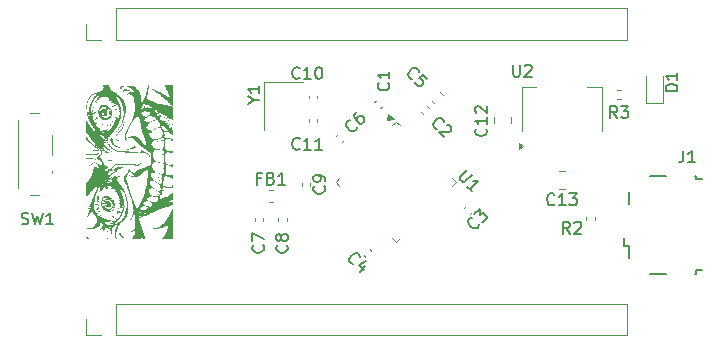
<source format=gbr>
%TF.GenerationSoftware,KiCad,Pcbnew,8.0.8*%
%TF.CreationDate,2025-03-25T21:44:27+01:00*%
%TF.ProjectId,stm32_red_pill,73746d33-325f-4726-9564-5f70696c6c2e,rev?*%
%TF.SameCoordinates,Original*%
%TF.FileFunction,Legend,Top*%
%TF.FilePolarity,Positive*%
%FSLAX46Y46*%
G04 Gerber Fmt 4.6, Leading zero omitted, Abs format (unit mm)*
G04 Created by KiCad (PCBNEW 8.0.8) date 2025-03-25 21:44:27*
%MOMM*%
%LPD*%
G01*
G04 APERTURE LIST*
%ADD10C,0.150000*%
%ADD11C,0.000000*%
%ADD12C,0.120000*%
G04 APERTURE END LIST*
D10*
X127583333Y-106744819D02*
X127250000Y-106268628D01*
X127011905Y-106744819D02*
X127011905Y-105744819D01*
X127011905Y-105744819D02*
X127392857Y-105744819D01*
X127392857Y-105744819D02*
X127488095Y-105792438D01*
X127488095Y-105792438D02*
X127535714Y-105840057D01*
X127535714Y-105840057D02*
X127583333Y-105935295D01*
X127583333Y-105935295D02*
X127583333Y-106078152D01*
X127583333Y-106078152D02*
X127535714Y-106173390D01*
X127535714Y-106173390D02*
X127488095Y-106221009D01*
X127488095Y-106221009D02*
X127392857Y-106268628D01*
X127392857Y-106268628D02*
X127011905Y-106268628D01*
X127964286Y-105840057D02*
X128011905Y-105792438D01*
X128011905Y-105792438D02*
X128107143Y-105744819D01*
X128107143Y-105744819D02*
X128345238Y-105744819D01*
X128345238Y-105744819D02*
X128440476Y-105792438D01*
X128440476Y-105792438D02*
X128488095Y-105840057D01*
X128488095Y-105840057D02*
X128535714Y-105935295D01*
X128535714Y-105935295D02*
X128535714Y-106030533D01*
X128535714Y-106030533D02*
X128488095Y-106173390D01*
X128488095Y-106173390D02*
X127916667Y-106744819D01*
X127916667Y-106744819D02*
X128535714Y-106744819D01*
X114220780Y-93611142D02*
X114153436Y-93611142D01*
X114153436Y-93611142D02*
X114018749Y-93543798D01*
X114018749Y-93543798D02*
X113951406Y-93476455D01*
X113951406Y-93476455D02*
X113884062Y-93341768D01*
X113884062Y-93341768D02*
X113884062Y-93207081D01*
X113884062Y-93207081D02*
X113917734Y-93106066D01*
X113917734Y-93106066D02*
X114018749Y-92937707D01*
X114018749Y-92937707D02*
X114119764Y-92836692D01*
X114119764Y-92836692D02*
X114288123Y-92735676D01*
X114288123Y-92735676D02*
X114389138Y-92702005D01*
X114389138Y-92702005D02*
X114523825Y-92702005D01*
X114523825Y-92702005D02*
X114658512Y-92769348D01*
X114658512Y-92769348D02*
X114725856Y-92836692D01*
X114725856Y-92836692D02*
X114793199Y-92971379D01*
X114793199Y-92971379D02*
X114793199Y-93038722D01*
X115500306Y-93611142D02*
X115163589Y-93274424D01*
X115163589Y-93274424D02*
X114793199Y-93577470D01*
X114793199Y-93577470D02*
X114860543Y-93577470D01*
X114860543Y-93577470D02*
X114961558Y-93611142D01*
X114961558Y-93611142D02*
X115129917Y-93779501D01*
X115129917Y-93779501D02*
X115163589Y-93880516D01*
X115163589Y-93880516D02*
X115163589Y-93947859D01*
X115163589Y-93947859D02*
X115129917Y-94048875D01*
X115129917Y-94048875D02*
X114961558Y-94217233D01*
X114961558Y-94217233D02*
X114860543Y-94250905D01*
X114860543Y-94250905D02*
X114793199Y-94250905D01*
X114793199Y-94250905D02*
X114692184Y-94217233D01*
X114692184Y-94217233D02*
X114523825Y-94048875D01*
X114523825Y-94048875D02*
X114490154Y-93947859D01*
X114490154Y-93947859D02*
X114490154Y-93880516D01*
X101598990Y-107727255D02*
X101646610Y-107774874D01*
X101646610Y-107774874D02*
X101694229Y-107917731D01*
X101694229Y-107917731D02*
X101694229Y-108012969D01*
X101694229Y-108012969D02*
X101646610Y-108155826D01*
X101646610Y-108155826D02*
X101551371Y-108251064D01*
X101551371Y-108251064D02*
X101456133Y-108298683D01*
X101456133Y-108298683D02*
X101265657Y-108346302D01*
X101265657Y-108346302D02*
X101122800Y-108346302D01*
X101122800Y-108346302D02*
X100932324Y-108298683D01*
X100932324Y-108298683D02*
X100837086Y-108251064D01*
X100837086Y-108251064D02*
X100741848Y-108155826D01*
X100741848Y-108155826D02*
X100694229Y-108012969D01*
X100694229Y-108012969D02*
X100694229Y-107917731D01*
X100694229Y-107917731D02*
X100741848Y-107774874D01*
X100741848Y-107774874D02*
X100789467Y-107727255D01*
X100694229Y-107393921D02*
X100694229Y-106727255D01*
X100694229Y-106727255D02*
X101694229Y-107155826D01*
X118886164Y-101336339D02*
X118313744Y-101908759D01*
X118313744Y-101908759D02*
X118280072Y-102009774D01*
X118280072Y-102009774D02*
X118280072Y-102077118D01*
X118280072Y-102077118D02*
X118313744Y-102178133D01*
X118313744Y-102178133D02*
X118448431Y-102312820D01*
X118448431Y-102312820D02*
X118549446Y-102346492D01*
X118549446Y-102346492D02*
X118616790Y-102346492D01*
X118616790Y-102346492D02*
X118717805Y-102312820D01*
X118717805Y-102312820D02*
X119290225Y-101740400D01*
X119290225Y-103154614D02*
X118886164Y-102750553D01*
X119088194Y-102952583D02*
X119795301Y-102245477D01*
X119795301Y-102245477D02*
X119626942Y-102279148D01*
X119626942Y-102279148D02*
X119492255Y-102279148D01*
X119492255Y-102279148D02*
X119391240Y-102245477D01*
X137166666Y-99704819D02*
X137166666Y-100419104D01*
X137166666Y-100419104D02*
X137119047Y-100561961D01*
X137119047Y-100561961D02*
X137023809Y-100657200D01*
X137023809Y-100657200D02*
X136880952Y-100704819D01*
X136880952Y-100704819D02*
X136785714Y-100704819D01*
X138166666Y-100704819D02*
X137595238Y-100704819D01*
X137880952Y-100704819D02*
X137880952Y-99704819D01*
X137880952Y-99704819D02*
X137785714Y-99847676D01*
X137785714Y-99847676D02*
X137690476Y-99942914D01*
X137690476Y-99942914D02*
X137595238Y-99990533D01*
X104696553Y-99540169D02*
X104648934Y-99587789D01*
X104648934Y-99587789D02*
X104506077Y-99635408D01*
X104506077Y-99635408D02*
X104410839Y-99635408D01*
X104410839Y-99635408D02*
X104267982Y-99587789D01*
X104267982Y-99587789D02*
X104172744Y-99492550D01*
X104172744Y-99492550D02*
X104125125Y-99397312D01*
X104125125Y-99397312D02*
X104077506Y-99206836D01*
X104077506Y-99206836D02*
X104077506Y-99063979D01*
X104077506Y-99063979D02*
X104125125Y-98873503D01*
X104125125Y-98873503D02*
X104172744Y-98778265D01*
X104172744Y-98778265D02*
X104267982Y-98683027D01*
X104267982Y-98683027D02*
X104410839Y-98635408D01*
X104410839Y-98635408D02*
X104506077Y-98635408D01*
X104506077Y-98635408D02*
X104648934Y-98683027D01*
X104648934Y-98683027D02*
X104696553Y-98730646D01*
X105648934Y-99635408D02*
X105077506Y-99635408D01*
X105363220Y-99635408D02*
X105363220Y-98635408D01*
X105363220Y-98635408D02*
X105267982Y-98778265D01*
X105267982Y-98778265D02*
X105172744Y-98873503D01*
X105172744Y-98873503D02*
X105077506Y-98921122D01*
X106601315Y-99635408D02*
X106029887Y-99635408D01*
X106315601Y-99635408D02*
X106315601Y-98635408D01*
X106315601Y-98635408D02*
X106220363Y-98778265D01*
X106220363Y-98778265D02*
X106125125Y-98873503D01*
X106125125Y-98873503D02*
X106029887Y-98921122D01*
X81166667Y-105907200D02*
X81309524Y-105954819D01*
X81309524Y-105954819D02*
X81547619Y-105954819D01*
X81547619Y-105954819D02*
X81642857Y-105907200D01*
X81642857Y-105907200D02*
X81690476Y-105859580D01*
X81690476Y-105859580D02*
X81738095Y-105764342D01*
X81738095Y-105764342D02*
X81738095Y-105669104D01*
X81738095Y-105669104D02*
X81690476Y-105573866D01*
X81690476Y-105573866D02*
X81642857Y-105526247D01*
X81642857Y-105526247D02*
X81547619Y-105478628D01*
X81547619Y-105478628D02*
X81357143Y-105431009D01*
X81357143Y-105431009D02*
X81261905Y-105383390D01*
X81261905Y-105383390D02*
X81214286Y-105335771D01*
X81214286Y-105335771D02*
X81166667Y-105240533D01*
X81166667Y-105240533D02*
X81166667Y-105145295D01*
X81166667Y-105145295D02*
X81214286Y-105050057D01*
X81214286Y-105050057D02*
X81261905Y-105002438D01*
X81261905Y-105002438D02*
X81357143Y-104954819D01*
X81357143Y-104954819D02*
X81595238Y-104954819D01*
X81595238Y-104954819D02*
X81738095Y-105002438D01*
X82071429Y-104954819D02*
X82309524Y-105954819D01*
X82309524Y-105954819D02*
X82500000Y-105240533D01*
X82500000Y-105240533D02*
X82690476Y-105954819D01*
X82690476Y-105954819D02*
X82928572Y-104954819D01*
X83833333Y-105954819D02*
X83261905Y-105954819D01*
X83547619Y-105954819D02*
X83547619Y-104954819D01*
X83547619Y-104954819D02*
X83452381Y-105097676D01*
X83452381Y-105097676D02*
X83357143Y-105192914D01*
X83357143Y-105192914D02*
X83261905Y-105240533D01*
X106758990Y-102727254D02*
X106806610Y-102774873D01*
X106806610Y-102774873D02*
X106854229Y-102917730D01*
X106854229Y-102917730D02*
X106854229Y-103012968D01*
X106854229Y-103012968D02*
X106806610Y-103155825D01*
X106806610Y-103155825D02*
X106711371Y-103251063D01*
X106711371Y-103251063D02*
X106616133Y-103298682D01*
X106616133Y-103298682D02*
X106425657Y-103346301D01*
X106425657Y-103346301D02*
X106282800Y-103346301D01*
X106282800Y-103346301D02*
X106092324Y-103298682D01*
X106092324Y-103298682D02*
X105997086Y-103251063D01*
X105997086Y-103251063D02*
X105901848Y-103155825D01*
X105901848Y-103155825D02*
X105854229Y-103012968D01*
X105854229Y-103012968D02*
X105854229Y-102917730D01*
X105854229Y-102917730D02*
X105901848Y-102774873D01*
X105901848Y-102774873D02*
X105949467Y-102727254D01*
X106854229Y-102251063D02*
X106854229Y-102060587D01*
X106854229Y-102060587D02*
X106806610Y-101965349D01*
X106806610Y-101965349D02*
X106758990Y-101917730D01*
X106758990Y-101917730D02*
X106616133Y-101822492D01*
X106616133Y-101822492D02*
X106425657Y-101774873D01*
X106425657Y-101774873D02*
X106044705Y-101774873D01*
X106044705Y-101774873D02*
X105949467Y-101822492D01*
X105949467Y-101822492D02*
X105901848Y-101870111D01*
X105901848Y-101870111D02*
X105854229Y-101965349D01*
X105854229Y-101965349D02*
X105854229Y-102155825D01*
X105854229Y-102155825D02*
X105901848Y-102251063D01*
X105901848Y-102251063D02*
X105949467Y-102298682D01*
X105949467Y-102298682D02*
X106044705Y-102346301D01*
X106044705Y-102346301D02*
X106282800Y-102346301D01*
X106282800Y-102346301D02*
X106378038Y-102298682D01*
X106378038Y-102298682D02*
X106425657Y-102251063D01*
X106425657Y-102251063D02*
X106473276Y-102155825D01*
X106473276Y-102155825D02*
X106473276Y-101965349D01*
X106473276Y-101965349D02*
X106425657Y-101870111D01*
X106425657Y-101870111D02*
X106378038Y-101822492D01*
X106378038Y-101822492D02*
X106282800Y-101774873D01*
X116342101Y-97853783D02*
X116274757Y-97853783D01*
X116274757Y-97853783D02*
X116140070Y-97786439D01*
X116140070Y-97786439D02*
X116072727Y-97719096D01*
X116072727Y-97719096D02*
X116005383Y-97584409D01*
X116005383Y-97584409D02*
X116005383Y-97449722D01*
X116005383Y-97449722D02*
X116039055Y-97348707D01*
X116039055Y-97348707D02*
X116140070Y-97180348D01*
X116140070Y-97180348D02*
X116241085Y-97079333D01*
X116241085Y-97079333D02*
X116409444Y-96978317D01*
X116409444Y-96978317D02*
X116510459Y-96944646D01*
X116510459Y-96944646D02*
X116645146Y-96944646D01*
X116645146Y-96944646D02*
X116779833Y-97011989D01*
X116779833Y-97011989D02*
X116847177Y-97079333D01*
X116847177Y-97079333D02*
X116914520Y-97214020D01*
X116914520Y-97214020D02*
X116914520Y-97281363D01*
X117183894Y-97550737D02*
X117251238Y-97550737D01*
X117251238Y-97550737D02*
X117352253Y-97584409D01*
X117352253Y-97584409D02*
X117520612Y-97752768D01*
X117520612Y-97752768D02*
X117554284Y-97853783D01*
X117554284Y-97853783D02*
X117554284Y-97921126D01*
X117554284Y-97921126D02*
X117520612Y-98022142D01*
X117520612Y-98022142D02*
X117453268Y-98089485D01*
X117453268Y-98089485D02*
X117318581Y-98156829D01*
X117318581Y-98156829D02*
X116510459Y-98156829D01*
X116510459Y-98156829D02*
X116948192Y-98594561D01*
X109247054Y-109317244D02*
X109179710Y-109317244D01*
X109179710Y-109317244D02*
X109045023Y-109249900D01*
X109045023Y-109249900D02*
X108977680Y-109182557D01*
X108977680Y-109182557D02*
X108910336Y-109047870D01*
X108910336Y-109047870D02*
X108910336Y-108913183D01*
X108910336Y-108913183D02*
X108944008Y-108812168D01*
X108944008Y-108812168D02*
X109045023Y-108643809D01*
X109045023Y-108643809D02*
X109146038Y-108542794D01*
X109146038Y-108542794D02*
X109314397Y-108441778D01*
X109314397Y-108441778D02*
X109415412Y-108408107D01*
X109415412Y-108408107D02*
X109550099Y-108408107D01*
X109550099Y-108408107D02*
X109684786Y-108475450D01*
X109684786Y-108475450D02*
X109752130Y-108542794D01*
X109752130Y-108542794D02*
X109819473Y-108677481D01*
X109819473Y-108677481D02*
X109819473Y-108744824D01*
X110257206Y-109519274D02*
X109785802Y-109990679D01*
X110358221Y-109081542D02*
X109684786Y-109418259D01*
X109684786Y-109418259D02*
X110122519Y-109855992D01*
X104696553Y-93540169D02*
X104648934Y-93587789D01*
X104648934Y-93587789D02*
X104506077Y-93635408D01*
X104506077Y-93635408D02*
X104410839Y-93635408D01*
X104410839Y-93635408D02*
X104267982Y-93587789D01*
X104267982Y-93587789D02*
X104172744Y-93492550D01*
X104172744Y-93492550D02*
X104125125Y-93397312D01*
X104125125Y-93397312D02*
X104077506Y-93206836D01*
X104077506Y-93206836D02*
X104077506Y-93063979D01*
X104077506Y-93063979D02*
X104125125Y-92873503D01*
X104125125Y-92873503D02*
X104172744Y-92778265D01*
X104172744Y-92778265D02*
X104267982Y-92683027D01*
X104267982Y-92683027D02*
X104410839Y-92635408D01*
X104410839Y-92635408D02*
X104506077Y-92635408D01*
X104506077Y-92635408D02*
X104648934Y-92683027D01*
X104648934Y-92683027D02*
X104696553Y-92730646D01*
X105648934Y-93635408D02*
X105077506Y-93635408D01*
X105363220Y-93635408D02*
X105363220Y-92635408D01*
X105363220Y-92635408D02*
X105267982Y-92778265D01*
X105267982Y-92778265D02*
X105172744Y-92873503D01*
X105172744Y-92873503D02*
X105077506Y-92921122D01*
X106267982Y-92635408D02*
X106363220Y-92635408D01*
X106363220Y-92635408D02*
X106458458Y-92683027D01*
X106458458Y-92683027D02*
X106506077Y-92730646D01*
X106506077Y-92730646D02*
X106553696Y-92825884D01*
X106553696Y-92825884D02*
X106601315Y-93016360D01*
X106601315Y-93016360D02*
X106601315Y-93254455D01*
X106601315Y-93254455D02*
X106553696Y-93444931D01*
X106553696Y-93444931D02*
X106506077Y-93540169D01*
X106506077Y-93540169D02*
X106458458Y-93587789D01*
X106458458Y-93587789D02*
X106363220Y-93635408D01*
X106363220Y-93635408D02*
X106267982Y-93635408D01*
X106267982Y-93635408D02*
X106172744Y-93587789D01*
X106172744Y-93587789D02*
X106125125Y-93540169D01*
X106125125Y-93540169D02*
X106077506Y-93444931D01*
X106077506Y-93444931D02*
X106029887Y-93254455D01*
X106029887Y-93254455D02*
X106029887Y-93016360D01*
X106029887Y-93016360D02*
X106077506Y-92825884D01*
X106077506Y-92825884D02*
X106125125Y-92730646D01*
X106125125Y-92730646D02*
X106172744Y-92683027D01*
X106172744Y-92683027D02*
X106267982Y-92635408D01*
X131583333Y-96954819D02*
X131250000Y-96478628D01*
X131011905Y-96954819D02*
X131011905Y-95954819D01*
X131011905Y-95954819D02*
X131392857Y-95954819D01*
X131392857Y-95954819D02*
X131488095Y-96002438D01*
X131488095Y-96002438D02*
X131535714Y-96050057D01*
X131535714Y-96050057D02*
X131583333Y-96145295D01*
X131583333Y-96145295D02*
X131583333Y-96288152D01*
X131583333Y-96288152D02*
X131535714Y-96383390D01*
X131535714Y-96383390D02*
X131488095Y-96431009D01*
X131488095Y-96431009D02*
X131392857Y-96478628D01*
X131392857Y-96478628D02*
X131011905Y-96478628D01*
X131916667Y-95954819D02*
X132535714Y-95954819D01*
X132535714Y-95954819D02*
X132202381Y-96335771D01*
X132202381Y-96335771D02*
X132345238Y-96335771D01*
X132345238Y-96335771D02*
X132440476Y-96383390D01*
X132440476Y-96383390D02*
X132488095Y-96431009D01*
X132488095Y-96431009D02*
X132535714Y-96526247D01*
X132535714Y-96526247D02*
X132535714Y-96764342D01*
X132535714Y-96764342D02*
X132488095Y-96859580D01*
X132488095Y-96859580D02*
X132440476Y-96907200D01*
X132440476Y-96907200D02*
X132345238Y-96954819D01*
X132345238Y-96954819D02*
X132059524Y-96954819D01*
X132059524Y-96954819D02*
X131964286Y-96907200D01*
X131964286Y-96907200D02*
X131916667Y-96859580D01*
X122763095Y-92454819D02*
X122763095Y-93264342D01*
X122763095Y-93264342D02*
X122810714Y-93359580D01*
X122810714Y-93359580D02*
X122858333Y-93407200D01*
X122858333Y-93407200D02*
X122953571Y-93454819D01*
X122953571Y-93454819D02*
X123144047Y-93454819D01*
X123144047Y-93454819D02*
X123239285Y-93407200D01*
X123239285Y-93407200D02*
X123286904Y-93359580D01*
X123286904Y-93359580D02*
X123334523Y-93264342D01*
X123334523Y-93264342D02*
X123334523Y-92454819D01*
X123763095Y-92550057D02*
X123810714Y-92502438D01*
X123810714Y-92502438D02*
X123905952Y-92454819D01*
X123905952Y-92454819D02*
X124144047Y-92454819D01*
X124144047Y-92454819D02*
X124239285Y-92502438D01*
X124239285Y-92502438D02*
X124286904Y-92550057D01*
X124286904Y-92550057D02*
X124334523Y-92645295D01*
X124334523Y-92645295D02*
X124334523Y-92740533D01*
X124334523Y-92740533D02*
X124286904Y-92883390D01*
X124286904Y-92883390D02*
X123715476Y-93454819D01*
X123715476Y-93454819D02*
X124334523Y-93454819D01*
X101406076Y-102061598D02*
X101072743Y-102061598D01*
X101072743Y-102585408D02*
X101072743Y-101585408D01*
X101072743Y-101585408D02*
X101548933Y-101585408D01*
X102263219Y-102061598D02*
X102406076Y-102109217D01*
X102406076Y-102109217D02*
X102453695Y-102156836D01*
X102453695Y-102156836D02*
X102501314Y-102252074D01*
X102501314Y-102252074D02*
X102501314Y-102394931D01*
X102501314Y-102394931D02*
X102453695Y-102490169D01*
X102453695Y-102490169D02*
X102406076Y-102537789D01*
X102406076Y-102537789D02*
X102310838Y-102585408D01*
X102310838Y-102585408D02*
X101929886Y-102585408D01*
X101929886Y-102585408D02*
X101929886Y-101585408D01*
X101929886Y-101585408D02*
X102263219Y-101585408D01*
X102263219Y-101585408D02*
X102358457Y-101633027D01*
X102358457Y-101633027D02*
X102406076Y-101680646D01*
X102406076Y-101680646D02*
X102453695Y-101775884D01*
X102453695Y-101775884D02*
X102453695Y-101871122D01*
X102453695Y-101871122D02*
X102406076Y-101966360D01*
X102406076Y-101966360D02*
X102358457Y-102013979D01*
X102358457Y-102013979D02*
X102263219Y-102061598D01*
X102263219Y-102061598D02*
X101929886Y-102061598D01*
X103453695Y-102585408D02*
X102882267Y-102585408D01*
X103167981Y-102585408D02*
X103167981Y-101585408D01*
X103167981Y-101585408D02*
X103072743Y-101728265D01*
X103072743Y-101728265D02*
X102977505Y-101823503D01*
X102977505Y-101823503D02*
X102882267Y-101871122D01*
X88423333Y-102854819D02*
X88090000Y-102378628D01*
X87851905Y-102854819D02*
X87851905Y-101854819D01*
X87851905Y-101854819D02*
X88232857Y-101854819D01*
X88232857Y-101854819D02*
X88328095Y-101902438D01*
X88328095Y-101902438D02*
X88375714Y-101950057D01*
X88375714Y-101950057D02*
X88423333Y-102045295D01*
X88423333Y-102045295D02*
X88423333Y-102188152D01*
X88423333Y-102188152D02*
X88375714Y-102283390D01*
X88375714Y-102283390D02*
X88328095Y-102331009D01*
X88328095Y-102331009D02*
X88232857Y-102378628D01*
X88232857Y-102378628D02*
X87851905Y-102378628D01*
X89375714Y-102854819D02*
X88804286Y-102854819D01*
X89090000Y-102854819D02*
X89090000Y-101854819D01*
X89090000Y-101854819D02*
X88994762Y-101997676D01*
X88994762Y-101997676D02*
X88899524Y-102092914D01*
X88899524Y-102092914D02*
X88804286Y-102140533D01*
X119896066Y-105952945D02*
X119896066Y-106020289D01*
X119896066Y-106020289D02*
X119828722Y-106154976D01*
X119828722Y-106154976D02*
X119761379Y-106222319D01*
X119761379Y-106222319D02*
X119626692Y-106289663D01*
X119626692Y-106289663D02*
X119492005Y-106289663D01*
X119492005Y-106289663D02*
X119390990Y-106255991D01*
X119390990Y-106255991D02*
X119222631Y-106154976D01*
X119222631Y-106154976D02*
X119121616Y-106053961D01*
X119121616Y-106053961D02*
X119020600Y-105885602D01*
X119020600Y-105885602D02*
X118986929Y-105784587D01*
X118986929Y-105784587D02*
X118986929Y-105649900D01*
X118986929Y-105649900D02*
X119054272Y-105515213D01*
X119054272Y-105515213D02*
X119121616Y-105447869D01*
X119121616Y-105447869D02*
X119256303Y-105380526D01*
X119256303Y-105380526D02*
X119323646Y-105380526D01*
X119492005Y-105077480D02*
X119929738Y-104639747D01*
X119929738Y-104639747D02*
X119963409Y-105144823D01*
X119963409Y-105144823D02*
X120064425Y-105043808D01*
X120064425Y-105043808D02*
X120165440Y-105010136D01*
X120165440Y-105010136D02*
X120232783Y-105010136D01*
X120232783Y-105010136D02*
X120333799Y-105043808D01*
X120333799Y-105043808D02*
X120502157Y-105212167D01*
X120502157Y-105212167D02*
X120535829Y-105313182D01*
X120535829Y-105313182D02*
X120535829Y-105380526D01*
X120535829Y-105380526D02*
X120502157Y-105481541D01*
X120502157Y-105481541D02*
X120300127Y-105683571D01*
X120300127Y-105683571D02*
X120199112Y-105717243D01*
X120199112Y-105717243D02*
X120131768Y-105717243D01*
X120459580Y-97842857D02*
X120507200Y-97890476D01*
X120507200Y-97890476D02*
X120554819Y-98033333D01*
X120554819Y-98033333D02*
X120554819Y-98128571D01*
X120554819Y-98128571D02*
X120507200Y-98271428D01*
X120507200Y-98271428D02*
X120411961Y-98366666D01*
X120411961Y-98366666D02*
X120316723Y-98414285D01*
X120316723Y-98414285D02*
X120126247Y-98461904D01*
X120126247Y-98461904D02*
X119983390Y-98461904D01*
X119983390Y-98461904D02*
X119792914Y-98414285D01*
X119792914Y-98414285D02*
X119697676Y-98366666D01*
X119697676Y-98366666D02*
X119602438Y-98271428D01*
X119602438Y-98271428D02*
X119554819Y-98128571D01*
X119554819Y-98128571D02*
X119554819Y-98033333D01*
X119554819Y-98033333D02*
X119602438Y-97890476D01*
X119602438Y-97890476D02*
X119650057Y-97842857D01*
X120554819Y-96890476D02*
X120554819Y-97461904D01*
X120554819Y-97176190D02*
X119554819Y-97176190D01*
X119554819Y-97176190D02*
X119697676Y-97271428D01*
X119697676Y-97271428D02*
X119792914Y-97366666D01*
X119792914Y-97366666D02*
X119840533Y-97461904D01*
X119650057Y-96509523D02*
X119602438Y-96461904D01*
X119602438Y-96461904D02*
X119554819Y-96366666D01*
X119554819Y-96366666D02*
X119554819Y-96128571D01*
X119554819Y-96128571D02*
X119602438Y-96033333D01*
X119602438Y-96033333D02*
X119650057Y-95985714D01*
X119650057Y-95985714D02*
X119745295Y-95938095D01*
X119745295Y-95938095D02*
X119840533Y-95938095D01*
X119840533Y-95938095D02*
X119983390Y-95985714D01*
X119983390Y-95985714D02*
X120554819Y-96557142D01*
X120554819Y-96557142D02*
X120554819Y-95938095D01*
X126257142Y-104239579D02*
X126209523Y-104287199D01*
X126209523Y-104287199D02*
X126066666Y-104334818D01*
X126066666Y-104334818D02*
X125971428Y-104334818D01*
X125971428Y-104334818D02*
X125828571Y-104287199D01*
X125828571Y-104287199D02*
X125733333Y-104191960D01*
X125733333Y-104191960D02*
X125685714Y-104096722D01*
X125685714Y-104096722D02*
X125638095Y-103906246D01*
X125638095Y-103906246D02*
X125638095Y-103763389D01*
X125638095Y-103763389D02*
X125685714Y-103572913D01*
X125685714Y-103572913D02*
X125733333Y-103477675D01*
X125733333Y-103477675D02*
X125828571Y-103382437D01*
X125828571Y-103382437D02*
X125971428Y-103334818D01*
X125971428Y-103334818D02*
X126066666Y-103334818D01*
X126066666Y-103334818D02*
X126209523Y-103382437D01*
X126209523Y-103382437D02*
X126257142Y-103430056D01*
X127209523Y-104334818D02*
X126638095Y-104334818D01*
X126923809Y-104334818D02*
X126923809Y-103334818D01*
X126923809Y-103334818D02*
X126828571Y-103477675D01*
X126828571Y-103477675D02*
X126733333Y-103572913D01*
X126733333Y-103572913D02*
X126638095Y-103620532D01*
X127542857Y-103334818D02*
X128161904Y-103334818D01*
X128161904Y-103334818D02*
X127828571Y-103715770D01*
X127828571Y-103715770D02*
X127971428Y-103715770D01*
X127971428Y-103715770D02*
X128066666Y-103763389D01*
X128066666Y-103763389D02*
X128114285Y-103811008D01*
X128114285Y-103811008D02*
X128161904Y-103906246D01*
X128161904Y-103906246D02*
X128161904Y-104144341D01*
X128161904Y-104144341D02*
X128114285Y-104239579D01*
X128114285Y-104239579D02*
X128066666Y-104287199D01*
X128066666Y-104287199D02*
X127971428Y-104334818D01*
X127971428Y-104334818D02*
X127685714Y-104334818D01*
X127685714Y-104334818D02*
X127590476Y-104287199D01*
X127590476Y-104287199D02*
X127542857Y-104239579D01*
X100818039Y-95416779D02*
X101294230Y-95416779D01*
X100294230Y-95750112D02*
X100818039Y-95416779D01*
X100818039Y-95416779D02*
X100294230Y-95083446D01*
X101294230Y-94226303D02*
X101294230Y-94797731D01*
X101294230Y-94512017D02*
X100294230Y-94512017D01*
X100294230Y-94512017D02*
X100437087Y-94607255D01*
X100437087Y-94607255D02*
X100532325Y-94702493D01*
X100532325Y-94702493D02*
X100579944Y-94797731D01*
X136679819Y-94663094D02*
X135679819Y-94663094D01*
X135679819Y-94663094D02*
X135679819Y-94424999D01*
X135679819Y-94424999D02*
X135727438Y-94282142D01*
X135727438Y-94282142D02*
X135822676Y-94186904D01*
X135822676Y-94186904D02*
X135917914Y-94139285D01*
X135917914Y-94139285D02*
X136108390Y-94091666D01*
X136108390Y-94091666D02*
X136251247Y-94091666D01*
X136251247Y-94091666D02*
X136441723Y-94139285D01*
X136441723Y-94139285D02*
X136536961Y-94186904D01*
X136536961Y-94186904D02*
X136632200Y-94282142D01*
X136632200Y-94282142D02*
X136679819Y-94424999D01*
X136679819Y-94424999D02*
X136679819Y-94663094D01*
X136679819Y-93139285D02*
X136679819Y-93710713D01*
X136679819Y-93424999D02*
X135679819Y-93424999D01*
X135679819Y-93424999D02*
X135822676Y-93520237D01*
X135822676Y-93520237D02*
X135917914Y-93615475D01*
X135917914Y-93615475D02*
X135965533Y-93710713D01*
X112209580Y-93966666D02*
X112257200Y-94014285D01*
X112257200Y-94014285D02*
X112304819Y-94157142D01*
X112304819Y-94157142D02*
X112304819Y-94252380D01*
X112304819Y-94252380D02*
X112257200Y-94395237D01*
X112257200Y-94395237D02*
X112161961Y-94490475D01*
X112161961Y-94490475D02*
X112066723Y-94538094D01*
X112066723Y-94538094D02*
X111876247Y-94585713D01*
X111876247Y-94585713D02*
X111733390Y-94585713D01*
X111733390Y-94585713D02*
X111542914Y-94538094D01*
X111542914Y-94538094D02*
X111447676Y-94490475D01*
X111447676Y-94490475D02*
X111352438Y-94395237D01*
X111352438Y-94395237D02*
X111304819Y-94252380D01*
X111304819Y-94252380D02*
X111304819Y-94157142D01*
X111304819Y-94157142D02*
X111352438Y-94014285D01*
X111352438Y-94014285D02*
X111400057Y-93966666D01*
X112304819Y-93014285D02*
X112304819Y-93585713D01*
X112304819Y-93299999D02*
X111304819Y-93299999D01*
X111304819Y-93299999D02*
X111447676Y-93395237D01*
X111447676Y-93395237D02*
X111542914Y-93490475D01*
X111542914Y-93490475D02*
X111590533Y-93585713D01*
X109536411Y-97722112D02*
X109536411Y-97789456D01*
X109536411Y-97789456D02*
X109469067Y-97924143D01*
X109469067Y-97924143D02*
X109401724Y-97991486D01*
X109401724Y-97991486D02*
X109267037Y-98058830D01*
X109267037Y-98058830D02*
X109132350Y-98058830D01*
X109132350Y-98058830D02*
X109031335Y-98025158D01*
X109031335Y-98025158D02*
X108862976Y-97924143D01*
X108862976Y-97924143D02*
X108761961Y-97823128D01*
X108761961Y-97823128D02*
X108660945Y-97654769D01*
X108660945Y-97654769D02*
X108627274Y-97553754D01*
X108627274Y-97553754D02*
X108627274Y-97419067D01*
X108627274Y-97419067D02*
X108694617Y-97284380D01*
X108694617Y-97284380D02*
X108761961Y-97217036D01*
X108761961Y-97217036D02*
X108896648Y-97149693D01*
X108896648Y-97149693D02*
X108963991Y-97149693D01*
X109502739Y-96476258D02*
X109368052Y-96610945D01*
X109368052Y-96610945D02*
X109334380Y-96711960D01*
X109334380Y-96711960D02*
X109334380Y-96779303D01*
X109334380Y-96779303D02*
X109368052Y-96947662D01*
X109368052Y-96947662D02*
X109469067Y-97116021D01*
X109469067Y-97116021D02*
X109738441Y-97385395D01*
X109738441Y-97385395D02*
X109839457Y-97419067D01*
X109839457Y-97419067D02*
X109906800Y-97419067D01*
X109906800Y-97419067D02*
X110007815Y-97385395D01*
X110007815Y-97385395D02*
X110142502Y-97250708D01*
X110142502Y-97250708D02*
X110176174Y-97149693D01*
X110176174Y-97149693D02*
X110176174Y-97082349D01*
X110176174Y-97082349D02*
X110142502Y-96981334D01*
X110142502Y-96981334D02*
X109974144Y-96812975D01*
X109974144Y-96812975D02*
X109873128Y-96779303D01*
X109873128Y-96779303D02*
X109805785Y-96779303D01*
X109805785Y-96779303D02*
X109704770Y-96812975D01*
X109704770Y-96812975D02*
X109570083Y-96947662D01*
X109570083Y-96947662D02*
X109536411Y-97048677D01*
X109536411Y-97048677D02*
X109536411Y-97116021D01*
X109536411Y-97116021D02*
X109570083Y-97217036D01*
X103598991Y-107727256D02*
X103646611Y-107774875D01*
X103646611Y-107774875D02*
X103694230Y-107917732D01*
X103694230Y-107917732D02*
X103694230Y-108012970D01*
X103694230Y-108012970D02*
X103646611Y-108155827D01*
X103646611Y-108155827D02*
X103551372Y-108251065D01*
X103551372Y-108251065D02*
X103456134Y-108298684D01*
X103456134Y-108298684D02*
X103265658Y-108346303D01*
X103265658Y-108346303D02*
X103122801Y-108346303D01*
X103122801Y-108346303D02*
X102932325Y-108298684D01*
X102932325Y-108298684D02*
X102837087Y-108251065D01*
X102837087Y-108251065D02*
X102741849Y-108155827D01*
X102741849Y-108155827D02*
X102694230Y-108012970D01*
X102694230Y-108012970D02*
X102694230Y-107917732D01*
X102694230Y-107917732D02*
X102741849Y-107774875D01*
X102741849Y-107774875D02*
X102789468Y-107727256D01*
X103122801Y-107155827D02*
X103075182Y-107251065D01*
X103075182Y-107251065D02*
X103027563Y-107298684D01*
X103027563Y-107298684D02*
X102932325Y-107346303D01*
X102932325Y-107346303D02*
X102884706Y-107346303D01*
X102884706Y-107346303D02*
X102789468Y-107298684D01*
X102789468Y-107298684D02*
X102741849Y-107251065D01*
X102741849Y-107251065D02*
X102694230Y-107155827D01*
X102694230Y-107155827D02*
X102694230Y-106965351D01*
X102694230Y-106965351D02*
X102741849Y-106870113D01*
X102741849Y-106870113D02*
X102789468Y-106822494D01*
X102789468Y-106822494D02*
X102884706Y-106774875D01*
X102884706Y-106774875D02*
X102932325Y-106774875D01*
X102932325Y-106774875D02*
X103027563Y-106822494D01*
X103027563Y-106822494D02*
X103075182Y-106870113D01*
X103075182Y-106870113D02*
X103122801Y-106965351D01*
X103122801Y-106965351D02*
X103122801Y-107155827D01*
X103122801Y-107155827D02*
X103170420Y-107251065D01*
X103170420Y-107251065D02*
X103218039Y-107298684D01*
X103218039Y-107298684D02*
X103313277Y-107346303D01*
X103313277Y-107346303D02*
X103503753Y-107346303D01*
X103503753Y-107346303D02*
X103598991Y-107298684D01*
X103598991Y-107298684D02*
X103646611Y-107251065D01*
X103646611Y-107251065D02*
X103694230Y-107155827D01*
X103694230Y-107155827D02*
X103694230Y-106965351D01*
X103694230Y-106965351D02*
X103646611Y-106870113D01*
X103646611Y-106870113D02*
X103598991Y-106822494D01*
X103598991Y-106822494D02*
X103503753Y-106774875D01*
X103503753Y-106774875D02*
X103313277Y-106774875D01*
X103313277Y-106774875D02*
X103218039Y-106822494D01*
X103218039Y-106822494D02*
X103170420Y-106870113D01*
X103170420Y-106870113D02*
X103122801Y-106965351D01*
D11*
%TO.C,G\u002A\u002A\u002A*%
G36*
X93951354Y-104654413D02*
G01*
X93953357Y-104662455D01*
X93955108Y-104676499D01*
X93956625Y-104697663D01*
X93957923Y-104727067D01*
X93959020Y-104765830D01*
X93959933Y-104815071D01*
X93960678Y-104875908D01*
X93961273Y-104949461D01*
X93961733Y-105036850D01*
X93962077Y-105139192D01*
X93962320Y-105257606D01*
X93962480Y-105393213D01*
X93962573Y-105547130D01*
X93962617Y-105720477D01*
X93962629Y-105914373D01*
X93962628Y-105915208D01*
X93962628Y-107201705D01*
X93636831Y-107201706D01*
X93536667Y-107201543D01*
X93456147Y-107200871D01*
X93393244Y-107199416D01*
X93345932Y-107196906D01*
X93312182Y-107193066D01*
X93289968Y-107187624D01*
X93277262Y-107180305D01*
X93272040Y-107170838D01*
X93272272Y-107158947D01*
X93273620Y-107152717D01*
X93274610Y-107130667D01*
X93269153Y-107120460D01*
X93260392Y-107123779D01*
X93255985Y-107141818D01*
X93256732Y-107160287D01*
X93248106Y-107170393D01*
X93222860Y-107180443D01*
X93186022Y-107189359D01*
X93142619Y-107196065D01*
X93097682Y-107199482D01*
X93073468Y-107199550D01*
X92992550Y-107197137D01*
X93046851Y-107142532D01*
X93083698Y-107104812D01*
X93122832Y-107063732D01*
X93148183Y-107036455D01*
X93173651Y-107009910D01*
X93193803Y-106991324D01*
X93203633Y-106984984D01*
X93214437Y-106976222D01*
X93232834Y-106952776D01*
X93255879Y-106918899D01*
X93280630Y-106878846D01*
X93297331Y-106849531D01*
X93370297Y-106704934D01*
X93434037Y-106553100D01*
X93490700Y-106388605D01*
X93522455Y-106280631D01*
X93535157Y-106230349D01*
X93547411Y-106173748D01*
X93558648Y-106114607D01*
X93568296Y-106056700D01*
X93575784Y-106003809D01*
X93580541Y-105959711D01*
X93581997Y-105928184D01*
X93579579Y-105913007D01*
X93578141Y-105912201D01*
X93565186Y-105918385D01*
X93543661Y-105933570D01*
X93539845Y-105936583D01*
X93455111Y-106002379D01*
X93370303Y-106064176D01*
X93287909Y-106120433D01*
X93210416Y-106169614D01*
X93140311Y-106210179D01*
X93080082Y-106240591D01*
X93032214Y-106259310D01*
X93009876Y-106264365D01*
X92953677Y-106272170D01*
X92887746Y-106282572D01*
X92819314Y-106294313D01*
X92755620Y-106306140D01*
X92703894Y-106316795D01*
X92691211Y-106319713D01*
X92614601Y-106331538D01*
X92526635Y-106334573D01*
X92435680Y-106329003D01*
X92350104Y-106315015D01*
X92336557Y-106311779D01*
X92279040Y-106295031D01*
X92242931Y-106279038D01*
X92227984Y-106263576D01*
X92233954Y-106248419D01*
X92254105Y-106236145D01*
X92278751Y-106230599D01*
X92308785Y-106237220D01*
X92320446Y-106241797D01*
X92382552Y-106256907D01*
X92451601Y-106255062D01*
X92505045Y-106242186D01*
X92547326Y-106231194D01*
X92594861Y-106223502D01*
X92611077Y-106222080D01*
X92668273Y-106211450D01*
X92736322Y-106186777D01*
X92811405Y-106149970D01*
X92889703Y-106102937D01*
X92967398Y-106047589D01*
X92980289Y-106037476D01*
X93026043Y-106000531D01*
X93073639Y-105961180D01*
X93120121Y-105921975D01*
X93162538Y-105885470D01*
X93197930Y-105854217D01*
X93223344Y-105830768D01*
X93235824Y-105817673D01*
X93236604Y-105816122D01*
X93243435Y-105804325D01*
X93260990Y-105782618D01*
X93276554Y-105765322D01*
X93339688Y-105692264D01*
X93388794Y-105623761D01*
X93410896Y-105585327D01*
X93429559Y-105550749D01*
X93447986Y-105519653D01*
X93453247Y-105511595D01*
X93470107Y-105485480D01*
X93496902Y-105442073D01*
X93532731Y-105382853D01*
X93576695Y-105309298D01*
X93587549Y-105291037D01*
X93601273Y-105264688D01*
X93619419Y-105225539D01*
X93638583Y-105181005D01*
X93643127Y-105169923D01*
X93700020Y-105045429D01*
X93770915Y-104919406D01*
X93821021Y-104841337D01*
X93849554Y-104798443D01*
X93875936Y-104758350D01*
X93896216Y-104727083D01*
X93903029Y-104716327D01*
X93923342Y-104684831D01*
X93942851Y-104656245D01*
X93943665Y-104655108D01*
X93946525Y-104651859D01*
X93949082Y-104651254D01*
X93951354Y-104654413D01*
G37*
G36*
X91929245Y-94307205D02*
G01*
X91922803Y-94353909D01*
X91916703Y-94392522D01*
X91911785Y-94418000D01*
X91909589Y-94425181D01*
X91906484Y-94438978D01*
X91902202Y-94469781D01*
X91897312Y-94512996D01*
X91892496Y-94562793D01*
X91883510Y-94649344D01*
X91872127Y-94729921D01*
X91856854Y-94813927D01*
X91840156Y-94892995D01*
X91832767Y-94921011D01*
X91819869Y-94964435D01*
X91803035Y-95018184D01*
X91783835Y-95077181D01*
X91775326Y-95102647D01*
X91752028Y-95173196D01*
X91736808Y-95226823D01*
X91730636Y-95267080D01*
X91734481Y-95297518D01*
X91749312Y-95321688D01*
X91776098Y-95343141D01*
X91815809Y-95365431D01*
X91851982Y-95383514D01*
X91900267Y-95406942D01*
X91941871Y-95425954D01*
X91982034Y-95442569D01*
X92025996Y-95458806D01*
X92078996Y-95476683D01*
X92146272Y-95498219D01*
X92165188Y-95504177D01*
X92249608Y-95533007D01*
X92332699Y-95565582D01*
X92409078Y-95599553D01*
X92473359Y-95632576D01*
X92507190Y-95653146D01*
X92564654Y-95687012D01*
X92624878Y-95712214D01*
X92695164Y-95731465D01*
X92743557Y-95740998D01*
X92803096Y-95751509D01*
X92869466Y-95763196D01*
X92929337Y-95773713D01*
X92935137Y-95774729D01*
X92983849Y-95782404D01*
X93029842Y-95788174D01*
X93064966Y-95791056D01*
X93071682Y-95791212D01*
X93108898Y-95794049D01*
X93142872Y-95800966D01*
X93145589Y-95801837D01*
X93172534Y-95808652D01*
X93212144Y-95816044D01*
X93252859Y-95822009D01*
X93292127Y-95828321D01*
X93343707Y-95838512D01*
X93401970Y-95851257D01*
X93461291Y-95865232D01*
X93516043Y-95879112D01*
X93560594Y-95891573D01*
X93588780Y-95901068D01*
X93625607Y-95915216D01*
X93660647Y-95925951D01*
X93700692Y-95934941D01*
X93752534Y-95943853D01*
X93780525Y-95948133D01*
X93831348Y-95956476D01*
X93877916Y-95965438D01*
X93913562Y-95973675D01*
X93926663Y-95977611D01*
X93962628Y-95990617D01*
X93962628Y-96553080D01*
X93962580Y-96678420D01*
X93962402Y-96783768D01*
X93962042Y-96870801D01*
X93961449Y-96941199D01*
X93960570Y-96996641D01*
X93959353Y-97038806D01*
X93957748Y-97069374D01*
X93955701Y-97090023D01*
X93953162Y-97102432D01*
X93950079Y-97108282D01*
X93946400Y-97109249D01*
X93945488Y-97108967D01*
X93919336Y-97103115D01*
X93908335Y-97102389D01*
X93883760Y-97095045D01*
X93873429Y-97087496D01*
X93857523Y-97076180D01*
X93829194Y-97059652D01*
X93794578Y-97041083D01*
X93759810Y-97023651D01*
X93731025Y-97010530D01*
X93714358Y-97004896D01*
X93713752Y-97004863D01*
X93701303Y-97011449D01*
X93679513Y-97028063D01*
X93668812Y-97037199D01*
X93643065Y-97056762D01*
X93621541Y-97067858D01*
X93615870Y-97068852D01*
X93606917Y-97066400D01*
X93613162Y-97062704D01*
X93625651Y-97048392D01*
X93626707Y-97042137D01*
X93635007Y-97025845D01*
X93653797Y-97009285D01*
X93673203Y-96992740D01*
X93680888Y-96978935D01*
X93671966Y-96961674D01*
X93648717Y-96938731D01*
X93616418Y-96913677D01*
X93580347Y-96890071D01*
X93545778Y-96871479D01*
X93517989Y-96861463D01*
X93506457Y-96861128D01*
X93486653Y-96875035D01*
X93480047Y-96886836D01*
X93470624Y-96903710D01*
X93464164Y-96907338D01*
X93454320Y-96916403D01*
X93447897Y-96931719D01*
X93438396Y-96959564D01*
X93426607Y-96988609D01*
X93411450Y-97027642D01*
X93394307Y-97078954D01*
X93377903Y-97133667D01*
X93364959Y-97182905D01*
X93360132Y-97205333D01*
X93354682Y-97233841D01*
X93350959Y-97251911D01*
X93350414Y-97254095D01*
X93344020Y-97283428D01*
X93339277Y-97319890D01*
X93337005Y-97354602D01*
X93338023Y-97378680D01*
X93338675Y-97381380D01*
X93348474Y-97397071D01*
X93368866Y-97421878D01*
X93395503Y-97451272D01*
X93424044Y-97480715D01*
X93450139Y-97505676D01*
X93469443Y-97521619D01*
X93476351Y-97525000D01*
X93481814Y-97515270D01*
X93487881Y-97490266D01*
X93491451Y-97468110D01*
X93497126Y-97433874D01*
X93503306Y-97408322D01*
X93506577Y-97400384D01*
X93512557Y-97382835D01*
X93517002Y-97354795D01*
X93517226Y-97352338D01*
X93522416Y-97318145D01*
X93530207Y-97289325D01*
X93537687Y-97258369D01*
X93540017Y-97231718D01*
X93543220Y-97209199D01*
X93550854Y-97199915D01*
X93559764Y-97190874D01*
X93561690Y-97179016D01*
X93569048Y-97154560D01*
X93578935Y-97140873D01*
X93594208Y-97118959D01*
X93598845Y-97105469D01*
X93607701Y-97087402D01*
X93614108Y-97083110D01*
X93625052Y-97085695D01*
X93625047Y-97097653D01*
X93616290Y-97107548D01*
X93608495Y-97120766D01*
X93596703Y-97151172D01*
X93582099Y-97194911D01*
X93565865Y-97248128D01*
X93549187Y-97306967D01*
X93533249Y-97367573D01*
X93521508Y-97416122D01*
X93509372Y-97475654D01*
X93505453Y-97521916D01*
X93511382Y-97560618D01*
X93528791Y-97597478D01*
X93559314Y-97638206D01*
X93597003Y-97680369D01*
X93619147Y-97701213D01*
X93632548Y-97703888D01*
X93639731Y-97687173D01*
X93642744Y-97658225D01*
X93645884Y-97622832D01*
X93650992Y-97579207D01*
X93653957Y-97557509D01*
X93659124Y-97521315D01*
X93663076Y-97492478D01*
X93664441Y-97481654D01*
X93672195Y-97436972D01*
X93685514Y-97383180D01*
X93702140Y-97327762D01*
X93719814Y-97278200D01*
X93736278Y-97241978D01*
X93737363Y-97240073D01*
X93754147Y-97209092D01*
X93765117Y-97184765D01*
X93767577Y-97175598D01*
X93771351Y-97168920D01*
X93780540Y-97176035D01*
X93786975Y-97189510D01*
X93775610Y-97202583D01*
X93756616Y-97226500D01*
X93739511Y-97264819D01*
X93728177Y-97307027D01*
X93719363Y-97336335D01*
X93708119Y-97362186D01*
X93697726Y-97390998D01*
X93689361Y-97429125D01*
X93687229Y-97444706D01*
X93682403Y-97483887D01*
X93677026Y-97519650D01*
X93675130Y-97530102D01*
X93668874Y-97566575D01*
X93664939Y-97595119D01*
X93661427Y-97625048D01*
X93656704Y-97665012D01*
X93653996Y-97687835D01*
X93651010Y-97725157D01*
X93654154Y-97749844D01*
X93665000Y-97770446D01*
X93670535Y-97777804D01*
X93689998Y-97798272D01*
X93718660Y-97823615D01*
X93751317Y-97849809D01*
X93782764Y-97872829D01*
X93807795Y-97888649D01*
X93820072Y-97893430D01*
X93825884Y-97883535D01*
X93831509Y-97857567D01*
X93835749Y-97821098D01*
X93835813Y-97820286D01*
X93841438Y-97754843D01*
X93846914Y-97708025D01*
X93852755Y-97676796D01*
X93859469Y-97658119D01*
X93864136Y-97651667D01*
X93873954Y-97631683D01*
X93875939Y-97617108D01*
X93881734Y-97592322D01*
X93888795Y-97581495D01*
X93900895Y-97560645D01*
X93905339Y-97544475D01*
X93914211Y-97517566D01*
X93927700Y-97492856D01*
X93943709Y-97467586D01*
X93953740Y-97449147D01*
X93959285Y-97444389D01*
X93961805Y-97460838D01*
X93961866Y-97462839D01*
X93956542Y-97496756D01*
X93942109Y-97529527D01*
X93926486Y-97547884D01*
X93918058Y-97562261D01*
X93918010Y-97564138D01*
X93915344Y-97578598D01*
X93907785Y-97607728D01*
X93896900Y-97645514D01*
X93895666Y-97649616D01*
X93883749Y-97690738D01*
X93875746Y-97724689D01*
X93870592Y-97758570D01*
X93867223Y-97799484D01*
X93864579Y-97854534D01*
X93864419Y-97858472D01*
X93865012Y-97903081D01*
X93873616Y-97932462D01*
X93893882Y-97952617D01*
X93929464Y-97969547D01*
X93932829Y-97970846D01*
X93962629Y-97982240D01*
X93962628Y-98197903D01*
X93962315Y-98263603D01*
X93961440Y-98321235D01*
X93960104Y-98367547D01*
X93958405Y-98399288D01*
X93956442Y-98413205D01*
X93956061Y-98413567D01*
X93943083Y-98407007D01*
X93920003Y-98390469D01*
X93892661Y-98368660D01*
X93866888Y-98346290D01*
X93848522Y-98328065D01*
X93845525Y-98324379D01*
X93828735Y-98308904D01*
X93818332Y-98305205D01*
X93802940Y-98296932D01*
X93791764Y-98283532D01*
X93774092Y-98266414D01*
X93760261Y-98261860D01*
X93748085Y-98258880D01*
X93748710Y-98255443D01*
X93746436Y-98244179D01*
X93732546Y-98224407D01*
X93711917Y-98201677D01*
X93689432Y-98181541D01*
X93675470Y-98172107D01*
X93656077Y-98167078D01*
X93620512Y-98162665D01*
X93574273Y-98159418D01*
X93534599Y-98158052D01*
X93461528Y-98155800D01*
X93405341Y-98151661D01*
X93361915Y-98144915D01*
X93361277Y-98144816D01*
X93324577Y-98134447D01*
X93290476Y-98119738D01*
X93280035Y-98114354D01*
X93240576Y-98095168D01*
X93215316Y-98089324D01*
X93200436Y-98098119D01*
X93192119Y-98122848D01*
X93188753Y-98145371D01*
X93186804Y-98191606D01*
X93190060Y-98241888D01*
X93192921Y-98260630D01*
X93199089Y-98293506D01*
X93203148Y-98316402D01*
X93204096Y-98322938D01*
X93213712Y-98325422D01*
X93237691Y-98326786D01*
X93246801Y-98326878D01*
X93278984Y-98329735D01*
X93294271Y-98336736D01*
X93291213Y-98345525D01*
X93268361Y-98353747D01*
X93263876Y-98354648D01*
X93230058Y-98365029D01*
X93216536Y-98378479D01*
X93222453Y-98393368D01*
X93246950Y-98408065D01*
X93289167Y-98420940D01*
X93299997Y-98423218D01*
X93337952Y-98432473D01*
X93369459Y-98443277D01*
X93383213Y-98450387D01*
X93391126Y-98457901D01*
X93387175Y-98462180D01*
X93368245Y-98463931D01*
X93331221Y-98463861D01*
X93324321Y-98463744D01*
X93245228Y-98462329D01*
X93251738Y-98509790D01*
X93270894Y-98573827D01*
X93308373Y-98627380D01*
X93347265Y-98658833D01*
X93361453Y-98667419D01*
X93375385Y-98674073D01*
X93391824Y-98678985D01*
X93413530Y-98682347D01*
X93443265Y-98684350D01*
X93483791Y-98685184D01*
X93537868Y-98685042D01*
X93608257Y-98684116D01*
X93691725Y-98682700D01*
X93739430Y-98682917D01*
X93796263Y-98684680D01*
X93848848Y-98687539D01*
X93891318Y-98690503D01*
X93926079Y-98692906D01*
X93946901Y-98694319D01*
X93949083Y-98694460D01*
X93956761Y-98703041D01*
X93961163Y-98728968D01*
X93962626Y-98774284D01*
X93962628Y-98776579D01*
X93962628Y-98857850D01*
X93909334Y-98857850D01*
X93873975Y-98859260D01*
X93845588Y-98862828D01*
X93837420Y-98864995D01*
X93823581Y-98866181D01*
X93823469Y-98858134D01*
X93836099Y-98845610D01*
X93860875Y-98833382D01*
X93864770Y-98832026D01*
X93894558Y-98818874D01*
X93903048Y-98805610D01*
X93890161Y-98791468D01*
X93858635Y-98776754D01*
X93819937Y-98767118D01*
X93764381Y-98760150D01*
X93696618Y-98755849D01*
X93621296Y-98754218D01*
X93543067Y-98755258D01*
X93466581Y-98758972D01*
X93396487Y-98765362D01*
X93337436Y-98774427D01*
X93327375Y-98776559D01*
X93308128Y-98785525D01*
X93294538Y-98804127D01*
X93286123Y-98834876D01*
X93282403Y-98880290D01*
X93282898Y-98942884D01*
X93285390Y-98996422D01*
X93289790Y-99072819D01*
X93293672Y-99134358D01*
X93297583Y-99186246D01*
X93302071Y-99233686D01*
X93307684Y-99281883D01*
X93314971Y-99336044D01*
X93324480Y-99401373D01*
X93336337Y-99480295D01*
X93346938Y-99547118D01*
X93357215Y-99596117D01*
X93369752Y-99630942D01*
X93387136Y-99655245D01*
X93411953Y-99672678D01*
X93446789Y-99686891D01*
X93492723Y-99701091D01*
X93541101Y-99716316D01*
X93588778Y-99732919D01*
X93626089Y-99747519D01*
X93628614Y-99748622D01*
X93686582Y-99764294D01*
X93754929Y-99766791D01*
X93827136Y-99756505D01*
X93896682Y-99733830D01*
X93900320Y-99732222D01*
X93962628Y-99704264D01*
X93962628Y-99802442D01*
X93962628Y-99900620D01*
X93905738Y-99893924D01*
X93866780Y-99889957D01*
X93816201Y-99885639D01*
X93764029Y-99881815D01*
X93756741Y-99881340D01*
X93703501Y-99876203D01*
X93648792Y-99868135D01*
X93603573Y-99858782D01*
X93599616Y-99857737D01*
X93531614Y-99842821D01*
X93478362Y-99840689D01*
X93436222Y-99852657D01*
X93401555Y-99880040D01*
X93370722Y-99924154D01*
X93359833Y-99944438D01*
X93348165Y-99974573D01*
X93337473Y-100014687D01*
X93328570Y-100059379D01*
X93322278Y-100103248D01*
X93319412Y-100140894D01*
X93320790Y-100166914D01*
X93324879Y-100175425D01*
X93339115Y-100176442D01*
X93368085Y-100174058D01*
X93401339Y-100169429D01*
X93440795Y-100163721D01*
X93474135Y-100160115D01*
X93491256Y-100159385D01*
X93496233Y-100162339D01*
X93484956Y-100168792D01*
X93462253Y-100177238D01*
X93432954Y-100186167D01*
X93401889Y-100194068D01*
X93373887Y-100199433D01*
X93358510Y-100200874D01*
X93333432Y-100204312D01*
X93323966Y-100215694D01*
X93323294Y-100223208D01*
X93326666Y-100240224D01*
X93331421Y-100243597D01*
X93347382Y-100243071D01*
X93369348Y-100243597D01*
X93393206Y-100248166D01*
X93398215Y-100256235D01*
X93385823Y-100263712D01*
X93361220Y-100266553D01*
X93323294Y-100266553D01*
X93323763Y-100328861D01*
X93325944Y-100421949D01*
X93330817Y-100509059D01*
X93338024Y-100586837D01*
X93347205Y-100651933D01*
X93358002Y-100700996D01*
X93366031Y-100723378D01*
X93401817Y-100779293D01*
X93453418Y-100826731D01*
X93522650Y-100867022D01*
X93607566Y-100900271D01*
X93660485Y-100916313D01*
X93701939Y-100926250D01*
X93728427Y-100929315D01*
X93734796Y-100928123D01*
X93755428Y-100921303D01*
X93787174Y-100914381D01*
X93798945Y-100912412D01*
X93835870Y-100903340D01*
X93868451Y-100889844D01*
X93874798Y-100886017D01*
X93906315Y-100867223D01*
X93932829Y-100854120D01*
X93962628Y-100841335D01*
X93962628Y-100987391D01*
X93962322Y-101040819D01*
X93961483Y-101085480D01*
X93960230Y-101117423D01*
X93958681Y-101132694D01*
X93958235Y-101133447D01*
X93948214Y-101127080D01*
X93926953Y-101110649D01*
X93907281Y-101094546D01*
X93871477Y-101067968D01*
X93833321Y-101044559D01*
X93816857Y-101036345D01*
X93748805Y-101006728D01*
X93696507Y-100984840D01*
X93656097Y-100969200D01*
X93623711Y-100958327D01*
X93595483Y-100950738D01*
X93590560Y-100949610D01*
X93548634Y-100937596D01*
X93507354Y-100921775D01*
X93496434Y-100916602D01*
X93450117Y-100900919D01*
X93411769Y-100904606D01*
X93382597Y-100927395D01*
X93372711Y-100943966D01*
X93366436Y-100961585D01*
X93361849Y-100986236D01*
X93358730Y-101021088D01*
X93356854Y-101069307D01*
X93356000Y-101134059D01*
X93355886Y-101183848D01*
X93355968Y-101388097D01*
X93400171Y-101413343D01*
X93428636Y-101431379D01*
X93438646Y-101441728D01*
X93430132Y-101443299D01*
X93403021Y-101435002D01*
X93401556Y-101434452D01*
X93372061Y-101427501D01*
X93357668Y-101433477D01*
X93360067Y-101451322D01*
X93363830Y-101458062D01*
X93370875Y-101475230D01*
X93362107Y-101483783D01*
X93362079Y-101483794D01*
X93348046Y-101499934D01*
X93341057Y-101531558D01*
X93341561Y-101573498D01*
X93350008Y-101620594D01*
X93350134Y-101621075D01*
X93370910Y-101670955D01*
X93403232Y-101715656D01*
X93442186Y-101749727D01*
X93482251Y-101767592D01*
X93511680Y-101775884D01*
X93531182Y-101783922D01*
X93555064Y-101792062D01*
X93593668Y-101800438D01*
X93640091Y-101807951D01*
X93687423Y-101813506D01*
X93728758Y-101816003D01*
X93733263Y-101816044D01*
X93766750Y-101813313D01*
X93812068Y-101806022D01*
X93860235Y-101795659D01*
X93867261Y-101793903D01*
X93907685Y-101784209D01*
X93939296Y-101777808D01*
X93956900Y-101775706D01*
X93958756Y-101776133D01*
X93960116Y-101787953D01*
X93960912Y-101817573D01*
X93961111Y-101861131D01*
X93960679Y-101914760D01*
X93960210Y-101944508D01*
X93957210Y-102108429D01*
X93924701Y-102091149D01*
X93894756Y-102077140D01*
X93856131Y-102061446D01*
X93838012Y-102054784D01*
X93795757Y-102037406D01*
X93749805Y-102014884D01*
X93729568Y-102003596D01*
X93694438Y-101985473D01*
X93646794Y-101964396D01*
X93594806Y-101943888D01*
X93573444Y-101936226D01*
X93521366Y-101917491D01*
X93469338Y-101897595D01*
X93425873Y-101879835D01*
X93412462Y-101873916D01*
X93373786Y-101857941D01*
X93337373Y-101845695D01*
X93319118Y-101841319D01*
X93284899Y-101835766D01*
X93248363Y-101958689D01*
X93228666Y-102025470D01*
X93212572Y-102081557D01*
X93198004Y-102134535D01*
X93182884Y-102191988D01*
X93165139Y-102261497D01*
X93161340Y-102276530D01*
X93152055Y-102316936D01*
X93146313Y-102353664D01*
X93143705Y-102392979D01*
X93143826Y-102441146D01*
X93146270Y-102504427D01*
X93146386Y-102506869D01*
X93149963Y-102564101D01*
X93154536Y-102611190D01*
X93159642Y-102644374D01*
X93164820Y-102659893D01*
X93165144Y-102660196D01*
X93183824Y-102670627D01*
X93217469Y-102685479D01*
X93260408Y-102702562D01*
X93306966Y-102719685D01*
X93351471Y-102734655D01*
X93379252Y-102742922D01*
X93471779Y-102764579D01*
X93564879Y-102779767D01*
X93650687Y-102787362D01*
X93692533Y-102787878D01*
X93774613Y-102785964D01*
X93849657Y-102717178D01*
X93894717Y-102675934D01*
X93925882Y-102649705D01*
X93945705Y-102639397D01*
X93956740Y-102645917D01*
X93961542Y-102670170D01*
X93962664Y-102713062D01*
X93962628Y-102757244D01*
X93962628Y-102886411D01*
X93900320Y-102894240D01*
X93778624Y-102906540D01*
X93674920Y-102910382D01*
X93587215Y-102905692D01*
X93513516Y-102892393D01*
X93469582Y-102878078D01*
X93447253Y-102871212D01*
X93412492Y-102862585D01*
X93384834Y-102856563D01*
X93336752Y-102844362D01*
X93288191Y-102826454D01*
X93232518Y-102800170D01*
X93193928Y-102779805D01*
X93163270Y-102767933D01*
X93140631Y-102772657D01*
X93121927Y-102795891D01*
X93111325Y-102818474D01*
X93101986Y-102846943D01*
X93092289Y-102886332D01*
X93083134Y-102931343D01*
X93075419Y-102976677D01*
X93070042Y-103017035D01*
X93067901Y-103047123D01*
X93069895Y-103061638D01*
X93070065Y-103061814D01*
X93084854Y-103067011D01*
X93115894Y-103073216D01*
X93157834Y-103079724D01*
X93205320Y-103085831D01*
X93253001Y-103090830D01*
X93295524Y-103094018D01*
X93320432Y-103094795D01*
X93360041Y-103097124D01*
X93386139Y-103103437D01*
X93395191Y-103112724D01*
X93394120Y-103115836D01*
X93381486Y-103119286D01*
X93352106Y-103121181D01*
X93310842Y-103121654D01*
X93262554Y-103120838D01*
X93212103Y-103118866D01*
X93164350Y-103115873D01*
X93124155Y-103111992D01*
X93097793Y-103107696D01*
X93068374Y-103101910D01*
X93052957Y-103103621D01*
X93044705Y-103114372D01*
X93042382Y-103120182D01*
X93035585Y-103146533D01*
X93030470Y-103180878D01*
X93027561Y-103216242D01*
X93027388Y-103245652D01*
X93030478Y-103262130D01*
X93031550Y-103263271D01*
X93045601Y-103265645D01*
X93075837Y-103267477D01*
X93116776Y-103268485D01*
X93135642Y-103268595D01*
X93201844Y-103269682D01*
X93258086Y-103272675D01*
X93301573Y-103277261D01*
X93329511Y-103283127D01*
X93339105Y-103289961D01*
X93338633Y-103291327D01*
X93325099Y-103296663D01*
X93297764Y-103298921D01*
X93281866Y-103298611D01*
X93247690Y-103297705D01*
X93200205Y-103297497D01*
X93147760Y-103298002D01*
X93128243Y-103298384D01*
X93025299Y-103300722D01*
X93007698Y-103360504D01*
X92999289Y-103393317D01*
X92995675Y-103416593D01*
X92996861Y-103424112D01*
X93010345Y-103426263D01*
X93039326Y-103428274D01*
X93077633Y-103429722D01*
X93079099Y-103429758D01*
X93126823Y-103432687D01*
X93173498Y-103438562D01*
X93213666Y-103446370D01*
X93241868Y-103455097D01*
X93252023Y-103461849D01*
X93243193Y-103463862D01*
X93216084Y-103465229D01*
X93174084Y-103465891D01*
X93120580Y-103465786D01*
X93069276Y-103465064D01*
X92882314Y-103461486D01*
X92876288Y-103485275D01*
X92870428Y-103508409D01*
X92861825Y-103543412D01*
X92850873Y-103589376D01*
X92840369Y-103634504D01*
X92822197Y-103713676D01*
X92847894Y-103741187D01*
X92889742Y-103778321D01*
X92929558Y-103795759D01*
X92970469Y-103793561D01*
X93015604Y-103771791D01*
X93051049Y-103745218D01*
X93083670Y-103719446D01*
X93112458Y-103701508D01*
X93142738Y-103689810D01*
X93179834Y-103682758D01*
X93229077Y-103678759D01*
X93279962Y-103676713D01*
X93327151Y-103673535D01*
X93366460Y-103665875D01*
X93407456Y-103651269D01*
X93445501Y-103634067D01*
X93481563Y-103616552D01*
X93510243Y-103600988D01*
X93535959Y-103584115D01*
X93563131Y-103562669D01*
X93596177Y-103533392D01*
X93639516Y-103493019D01*
X93650077Y-103483073D01*
X93697414Y-103440023D01*
X93737575Y-103406593D01*
X93768008Y-103384773D01*
X93786162Y-103376554D01*
X93786683Y-103376536D01*
X93800811Y-103372069D01*
X93827432Y-103360578D01*
X93849430Y-103350099D01*
X93885738Y-103333558D01*
X93919059Y-103320610D01*
X93932830Y-103316416D01*
X93962628Y-103309169D01*
X93962628Y-103607180D01*
X93962681Y-103697482D01*
X93962467Y-103768434D01*
X93961430Y-103822364D01*
X93959012Y-103861594D01*
X93954655Y-103888446D01*
X93947801Y-103905244D01*
X93937894Y-103914312D01*
X93924376Y-103917970D01*
X93906689Y-103918545D01*
X93887960Y-103918345D01*
X93855656Y-103922069D01*
X93830220Y-103931168D01*
X93828189Y-103932518D01*
X93816696Y-103943829D01*
X93814352Y-103958942D01*
X93820432Y-103985403D01*
X93822453Y-103992246D01*
X93835914Y-104029317D01*
X93851621Y-104048071D01*
X93875047Y-104051621D01*
X93911665Y-104043081D01*
X93911754Y-104043054D01*
X93962628Y-104027744D01*
X93962628Y-104172354D01*
X93962335Y-104231556D01*
X93961163Y-104272618D01*
X93958673Y-104299068D01*
X93954424Y-104314434D01*
X93947976Y-104322244D01*
X93943665Y-104324468D01*
X93924225Y-104330763D01*
X93890656Y-104340365D01*
X93849849Y-104351310D01*
X93845426Y-104352457D01*
X93797367Y-104366462D01*
X93739880Y-104385532D01*
X93705387Y-104398129D01*
X93683437Y-104406145D01*
X93669147Y-104411753D01*
X93627929Y-104426945D01*
X93615386Y-104431568D01*
X93557997Y-104450026D01*
X93507192Y-104463907D01*
X93494872Y-104466675D01*
X93454231Y-104475894D01*
X93420529Y-104484880D01*
X93417186Y-104486043D01*
X93400759Y-104491759D01*
X93400247Y-104492023D01*
X93384271Y-104497798D01*
X93351244Y-104507835D01*
X93327700Y-104514553D01*
X93305098Y-104521002D01*
X93263048Y-104532528D01*
X93249777Y-104536166D01*
X93209776Y-104546816D01*
X93171435Y-104557391D01*
X93099615Y-104577200D01*
X93098444Y-104577564D01*
X93016695Y-104602942D01*
X93008187Y-104605582D01*
X92939054Y-104630616D01*
X92932753Y-104632898D01*
X92870571Y-104660079D01*
X92855748Y-104667491D01*
X92825379Y-104681688D01*
X92824956Y-104681886D01*
X92783126Y-104699605D01*
X92766659Y-104706082D01*
X92741969Y-104715793D01*
X92704077Y-104730628D01*
X92694572Y-104734681D01*
X92673874Y-104743507D01*
X92657441Y-104751826D01*
X92656870Y-104752243D01*
X92640249Y-104760701D01*
X92639105Y-104761133D01*
X92612110Y-104771359D01*
X92602688Y-104774455D01*
X92583594Y-104781634D01*
X92575441Y-104784700D01*
X92535657Y-104801669D01*
X92516197Y-104810440D01*
X92487979Y-104823158D01*
X92453548Y-104839252D01*
X92437051Y-104846963D01*
X92389955Y-104869700D01*
X92387513Y-104870879D01*
X92344011Y-104892701D01*
X92311185Y-104910223D01*
X92310550Y-104910622D01*
X92293857Y-104921097D01*
X92275190Y-104932396D01*
X92268089Y-104935827D01*
X92244065Y-104947436D01*
X92218004Y-104958543D01*
X92206361Y-104963262D01*
X92181610Y-104973293D01*
X92150688Y-104986008D01*
X92136732Y-104991879D01*
X92129931Y-104994512D01*
X92116308Y-104999786D01*
X92082126Y-105012140D01*
X92053787Y-105022026D01*
X92040974Y-105026496D01*
X92033789Y-105028954D01*
X91978486Y-105052053D01*
X91944420Y-105069956D01*
X91914890Y-105085475D01*
X91855062Y-105122485D01*
X91850855Y-105125087D01*
X91849574Y-105125947D01*
X91792072Y-105163553D01*
X91754574Y-105185362D01*
X91744572Y-105191179D01*
X91699888Y-105212044D01*
X91650828Y-105229366D01*
X91612107Y-105240223D01*
X91590206Y-105246364D01*
X91567833Y-105252099D01*
X91537014Y-105260366D01*
X91523295Y-105264047D01*
X91484860Y-105275590D01*
X91458923Y-105284764D01*
X91454053Y-105287013D01*
X91436718Y-105294341D01*
X91406323Y-105305765D01*
X91402839Y-105307074D01*
X91356432Y-105323758D01*
X91301512Y-105342941D01*
X91286854Y-105347955D01*
X91264420Y-105355631D01*
X91192594Y-105380927D01*
X91172702Y-105388738D01*
X91141089Y-105401152D01*
X91110126Y-105416212D01*
X91099925Y-105426013D01*
X91099994Y-105426498D01*
X91103783Y-105444370D01*
X91109758Y-105475541D01*
X91114267Y-105500195D01*
X91122832Y-105543534D01*
X91134730Y-105597809D01*
X91148853Y-105658567D01*
X91164093Y-105721353D01*
X91179344Y-105781716D01*
X91193497Y-105835197D01*
X91205445Y-105877344D01*
X91214081Y-105903702D01*
X91215356Y-105906783D01*
X91223189Y-105927315D01*
X91236120Y-105964606D01*
X91252833Y-106014717D01*
X91272014Y-106073705D01*
X91291312Y-106134343D01*
X91314390Y-106206597D01*
X91338960Y-106281765D01*
X91362892Y-106353439D01*
X91384051Y-106415209D01*
X91395878Y-106448592D01*
X91415538Y-106503928D01*
X91434623Y-106559401D01*
X91450582Y-106607513D01*
X91458771Y-106633601D01*
X91472180Y-106674667D01*
X91490621Y-106726485D01*
X91510770Y-106779811D01*
X91517229Y-106796166D01*
X91538485Y-106853991D01*
X91559682Y-106919407D01*
X91576834Y-106979968D01*
X91579434Y-106990423D01*
X91591912Y-107042079D01*
X91604371Y-107093438D01*
X91614616Y-107135457D01*
X91616912Y-107144817D01*
X91630894Y-107201706D01*
X91563914Y-107201706D01*
X91496934Y-107201706D01*
X91466686Y-107101472D01*
X91441145Y-107019331D01*
X91419732Y-106955744D01*
X91402694Y-106911362D01*
X91390278Y-106886836D01*
X91383471Y-106882130D01*
X91376372Y-106895179D01*
X91369207Y-106921041D01*
X91367844Y-106927973D01*
X91359345Y-106963536D01*
X91346035Y-107007163D01*
X91330157Y-107052681D01*
X91313952Y-107093916D01*
X91299663Y-107124695D01*
X91292067Y-107136638D01*
X91277188Y-107160491D01*
X91270390Y-107177325D01*
X91266813Y-107186593D01*
X91260426Y-107193154D01*
X91247893Y-107197473D01*
X91225879Y-107200023D01*
X91191046Y-107201266D01*
X91140060Y-107201671D01*
X91096369Y-107201705D01*
X91081752Y-107201550D01*
X91031643Y-107201015D01*
X90979595Y-107199054D01*
X90942978Y-107195998D01*
X90924545Y-107192018D01*
X90923062Y-107190841D01*
X90910438Y-107186480D01*
X90908671Y-107185870D01*
X90896045Y-107190841D01*
X90872391Y-107197810D01*
X90839076Y-107201520D01*
X90830359Y-107201706D01*
X90802578Y-107200386D01*
X90793029Y-107195499D01*
X90796631Y-107187662D01*
X90804166Y-107169827D01*
X90805685Y-107153162D01*
X90909141Y-107153162D01*
X90910438Y-107154750D01*
X90916880Y-107153262D01*
X90917662Y-107147525D01*
X90913698Y-107138606D01*
X90910438Y-107140301D01*
X90909141Y-107153162D01*
X90805685Y-107153162D01*
X90806209Y-107147408D01*
X90802671Y-107129977D01*
X90797210Y-107125853D01*
X90786520Y-107133562D01*
X90768174Y-107153040D01*
X90758880Y-107164184D01*
X90728029Y-107202514D01*
X90593210Y-107199402D01*
X90458392Y-107196288D01*
X90490692Y-107158362D01*
X90514371Y-107129559D01*
X90534371Y-107103577D01*
X90538821Y-107097322D01*
X90551308Y-107079405D01*
X90573131Y-107048394D01*
X90601071Y-107008856D01*
X90627940Y-106970947D01*
X90666699Y-106914455D01*
X90694816Y-106867520D01*
X90715543Y-106823064D01*
X90732129Y-106774011D01*
X90747822Y-106713281D01*
X90749490Y-106706197D01*
X90759935Y-106662291D01*
X90770014Y-106621124D01*
X90776692Y-106594881D01*
X90782160Y-106565187D01*
X90786320Y-106525880D01*
X90788936Y-106483030D01*
X90789771Y-106442712D01*
X90788590Y-106410992D01*
X90785156Y-106393943D01*
X90784536Y-106393126D01*
X90773402Y-106395980D01*
X90751396Y-106410616D01*
X90723812Y-106433408D01*
X90686710Y-106466337D01*
X90659501Y-106488975D01*
X90635954Y-106505512D01*
X90609835Y-106520140D01*
X90574916Y-106537049D01*
X90557862Y-106545030D01*
X90504110Y-106569423D01*
X90466705Y-106584490D01*
X90442882Y-106591118D01*
X90429869Y-106590194D01*
X90426489Y-106587075D01*
X90428183Y-106570557D01*
X90447912Y-106548668D01*
X90483468Y-106523772D01*
X90487793Y-106521218D01*
X90538543Y-106487648D01*
X90591714Y-106445648D01*
X90643223Y-106399169D01*
X90688981Y-106352153D01*
X90724906Y-106308548D01*
X90746911Y-106272296D01*
X90747880Y-106270000D01*
X90761704Y-106229028D01*
X90772357Y-106184564D01*
X90778908Y-106142590D01*
X90780429Y-106109088D01*
X90775991Y-106090038D01*
X90775851Y-106089864D01*
X90770618Y-106070587D01*
X90777997Y-106051055D01*
X90782267Y-106032530D01*
X90786092Y-105995885D01*
X90789413Y-105944669D01*
X90792169Y-105882429D01*
X90794303Y-105812717D01*
X90795755Y-105739079D01*
X90796469Y-105665066D01*
X90796382Y-105594223D01*
X90795438Y-105530101D01*
X90793576Y-105476252D01*
X90790738Y-105436220D01*
X90788475Y-105419958D01*
X90783390Y-105387586D01*
X90777426Y-105339986D01*
X90771326Y-105283539D01*
X90770277Y-105272302D01*
X91019626Y-105272302D01*
X91034099Y-105304513D01*
X91038325Y-105310942D01*
X91060848Y-105338344D01*
X91081753Y-105347576D01*
X91107034Y-105340757D01*
X91113426Y-105337503D01*
X91130609Y-105325730D01*
X91133782Y-105318121D01*
X91126259Y-105317495D01*
X91100775Y-105315792D01*
X91091071Y-105301159D01*
X91091041Y-105299957D01*
X91085190Y-105285537D01*
X91080205Y-105283703D01*
X91070674Y-105277597D01*
X91070652Y-105275576D01*
X91070427Y-105247137D01*
X91057833Y-105236327D01*
X91046779Y-105237458D01*
X91023819Y-105250252D01*
X91019626Y-105272302D01*
X90770277Y-105272302D01*
X90765827Y-105224630D01*
X90765782Y-105224104D01*
X90764718Y-105213655D01*
X91103633Y-105213655D01*
X91110639Y-105236701D01*
X91123652Y-105259686D01*
X91147884Y-105291058D01*
X91172702Y-105303000D01*
X91202599Y-105297392D01*
X91207985Y-105295069D01*
X91226777Y-105284981D01*
X91227321Y-105277553D01*
X91218130Y-105271434D01*
X91203084Y-105253065D01*
X91199403Y-105236473D01*
X91192971Y-105207514D01*
X91184602Y-105191750D01*
X91171954Y-105178873D01*
X91156314Y-105178198D01*
X91135839Y-105185576D01*
X91111738Y-105198408D01*
X91105771Y-105209633D01*
X91103633Y-105213655D01*
X90764718Y-105213655D01*
X90760105Y-105168368D01*
X91210239Y-105168368D01*
X91216898Y-105184338D01*
X91233834Y-105209006D01*
X91245457Y-105223223D01*
X91268856Y-105247712D01*
X91286855Y-105257903D01*
X91306411Y-105257305D01*
X91310939Y-105256246D01*
X91331437Y-105249500D01*
X91333743Y-105240038D01*
X91324329Y-105225522D01*
X91308039Y-105199889D01*
X91290697Y-105168005D01*
X91288969Y-105164505D01*
X91276501Y-105139243D01*
X91268618Y-105123852D01*
X91267789Y-105122402D01*
X91257709Y-105123309D01*
X91240139Y-105134469D01*
X91222243Y-105150161D01*
X91211174Y-105164668D01*
X91210239Y-105168368D01*
X90760105Y-105168368D01*
X90758847Y-105156017D01*
X90753670Y-105117573D01*
X91319051Y-105117573D01*
X91325842Y-105151484D01*
X91344470Y-105184865D01*
X91373634Y-105212580D01*
X91384348Y-105219077D01*
X91406323Y-105223728D01*
X91432273Y-105212335D01*
X91433430Y-105211585D01*
X91451756Y-105197722D01*
X91453129Y-105188167D01*
X91444377Y-105180268D01*
X91429873Y-105164720D01*
X91426963Y-105156510D01*
X91419484Y-105141036D01*
X91410709Y-105131997D01*
X91398686Y-105111766D01*
X91394454Y-105087325D01*
X91391734Y-105064557D01*
X91380714Y-105057314D01*
X91357104Y-105063943D01*
X91346201Y-105068719D01*
X91325403Y-105088271D01*
X91319051Y-105117573D01*
X90753670Y-105117573D01*
X90750262Y-105092263D01*
X90744259Y-105057129D01*
X91426593Y-105057129D01*
X91434136Y-105087561D01*
X91453486Y-105116491D01*
X91482693Y-105139225D01*
X91512651Y-105149958D01*
X91537014Y-105153513D01*
X91545435Y-105148892D01*
X91543085Y-105132819D01*
X91542598Y-105130984D01*
X91536755Y-105101090D01*
X91535083Y-105083234D01*
X91528096Y-105060713D01*
X91511649Y-105033704D01*
X91508516Y-105029717D01*
X91489631Y-105009426D01*
X91474383Y-105004097D01*
X91454724Y-105010521D01*
X91432807Y-105029886D01*
X91426593Y-105057129D01*
X90744259Y-105057129D01*
X90740685Y-105036211D01*
X90731661Y-104995236D01*
X91524488Y-104995236D01*
X91530761Y-105011664D01*
X91546554Y-105037036D01*
X91567331Y-105065393D01*
X91588552Y-105090775D01*
X91605684Y-105107223D01*
X91612106Y-105110324D01*
X91627569Y-105105726D01*
X91654191Y-105094108D01*
X91667805Y-105087403D01*
X91694164Y-105073077D01*
X91703475Y-105064012D01*
X91698355Y-105056360D01*
X91691756Y-105052186D01*
X91673541Y-105036199D01*
X91667681Y-105025183D01*
X91657807Y-105005561D01*
X91648717Y-104994609D01*
X91635299Y-104970863D01*
X91632850Y-104956669D01*
X91629540Y-104941579D01*
X91623596Y-104940637D01*
X91658189Y-104940637D01*
X91661910Y-104953690D01*
X91676690Y-104979451D01*
X91701595Y-105007525D01*
X91712056Y-105016729D01*
X91737492Y-105035862D01*
X91754574Y-105042467D01*
X91771050Y-105038522D01*
X91779900Y-105034064D01*
X91798014Y-105022190D01*
X91798204Y-105012962D01*
X91791912Y-105007457D01*
X91776712Y-104990943D01*
X91758366Y-104964068D01*
X91753177Y-104955210D01*
X91738912Y-104926287D01*
X91730965Y-104903333D01*
X91730376Y-104898689D01*
X91723463Y-104884861D01*
X91704541Y-104886698D01*
X91677473Y-104903094D01*
X91659826Y-104920895D01*
X91658189Y-104940637D01*
X91623596Y-104940637D01*
X91615444Y-104939345D01*
X91603051Y-104941923D01*
X91567706Y-104954760D01*
X91539784Y-104972329D01*
X91536202Y-104976837D01*
X91525310Y-104990540D01*
X91524488Y-104995236D01*
X90731661Y-104995236D01*
X90730779Y-104991230D01*
X90723382Y-104967641D01*
X91054757Y-104967641D01*
X91056836Y-104976900D01*
X91074395Y-104986247D01*
X91105771Y-104988730D01*
X91144348Y-104984710D01*
X91183515Y-104974553D01*
X91197106Y-104969190D01*
X91228733Y-104956529D01*
X91253717Y-104948847D01*
X91260918Y-104947782D01*
X91282160Y-104942907D01*
X91307861Y-104931233D01*
X91329912Y-104917191D01*
X91340201Y-104905212D01*
X91340273Y-104904437D01*
X91331579Y-104893100D01*
X91310248Y-104878703D01*
X91306209Y-104876542D01*
X91298645Y-104873322D01*
X91754564Y-104873322D01*
X91755494Y-104900299D01*
X91774703Y-104935928D01*
X91793056Y-104958696D01*
X91819121Y-104985606D01*
X91838065Y-104997732D01*
X91855062Y-104998143D01*
X91858073Y-104997286D01*
X91878089Y-104984784D01*
X91878659Y-104965014D01*
X91865830Y-104943476D01*
X91855883Y-104924132D01*
X91855978Y-104913677D01*
X91854211Y-104904863D01*
X91851388Y-104904437D01*
X91841366Y-104895246D01*
X91834288Y-104877346D01*
X91821265Y-104855173D01*
X91806909Y-104850256D01*
X91771755Y-104856228D01*
X91754564Y-104873322D01*
X91298645Y-104873322D01*
X91285578Y-104867759D01*
X91263700Y-104864221D01*
X91233913Y-104865650D01*
X91189669Y-104871757D01*
X91147804Y-104879531D01*
X91113142Y-104888259D01*
X91092342Y-104896220D01*
X91090857Y-104897221D01*
X91078085Y-104911997D01*
X91073406Y-104917410D01*
X91060117Y-104943823D01*
X91054757Y-104967641D01*
X90723382Y-104967641D01*
X90721202Y-104960688D01*
X90712614Y-104947953D01*
X90711632Y-104947782D01*
X90703281Y-104957006D01*
X90695853Y-104977406D01*
X90676401Y-105038891D01*
X90647723Y-105109487D01*
X90613546Y-105180926D01*
X90577597Y-105244948D01*
X90569343Y-105257950D01*
X90543917Y-105297687D01*
X90522358Y-105332820D01*
X90508022Y-105357818D01*
X90504924Y-105364052D01*
X90492742Y-105389406D01*
X90474835Y-105423848D01*
X90454043Y-105462265D01*
X90433203Y-105499540D01*
X90415152Y-105530559D01*
X90402731Y-105550206D01*
X90399375Y-105554279D01*
X90389448Y-105565511D01*
X90371201Y-105589342D01*
X90349289Y-105619625D01*
X90314710Y-105665771D01*
X90288576Y-105694017D01*
X90269514Y-105705780D01*
X90265421Y-105706315D01*
X90256615Y-105698812D01*
X90261549Y-105678132D01*
X90279253Y-105647011D01*
X90293402Y-105627324D01*
X90315828Y-105593527D01*
X90332603Y-105560268D01*
X90337643Y-105545062D01*
X90348516Y-105517499D01*
X90368529Y-105482835D01*
X90384970Y-105459630D01*
X90412902Y-105421248D01*
X90438394Y-105380290D01*
X90463406Y-105332858D01*
X90489896Y-105275055D01*
X90519822Y-105202983D01*
X90541417Y-105148251D01*
X90574104Y-105061840D01*
X90598538Y-104989845D01*
X90615607Y-104927029D01*
X90626190Y-104868154D01*
X90627912Y-104847363D01*
X91852923Y-104847363D01*
X91864621Y-104881210D01*
X91885850Y-104918842D01*
X91910302Y-104949251D01*
X91912496Y-104951304D01*
X91929051Y-104963742D01*
X91944420Y-104964251D01*
X91967786Y-104953709D01*
X91994120Y-104934848D01*
X91999229Y-104915031D01*
X91983512Y-104891886D01*
X91978941Y-104887579D01*
X91963666Y-104865604D01*
X91961672Y-104847973D01*
X91961552Y-104831946D01*
X91956921Y-104828584D01*
X91948938Y-104819499D01*
X91947098Y-104806911D01*
X91941869Y-104789462D01*
X91925082Y-104787400D01*
X91895098Y-104800721D01*
X91884831Y-104806768D01*
X91859676Y-104827778D01*
X91852923Y-104847363D01*
X90627912Y-104847363D01*
X90631173Y-104807984D01*
X90631264Y-104785007D01*
X91968772Y-104785007D01*
X91974938Y-104818145D01*
X91990786Y-104853809D01*
X92012341Y-104885907D01*
X92035623Y-104908347D01*
X92053788Y-104915274D01*
X92074042Y-104908437D01*
X92089914Y-104897260D01*
X92103093Y-104881367D01*
X92099332Y-104867301D01*
X92095156Y-104862042D01*
X92082231Y-104841454D01*
X92067427Y-104810497D01*
X92062647Y-104798784D01*
X92053567Y-104771597D01*
X92051528Y-104759185D01*
X92069976Y-104759185D01*
X92076900Y-104781541D01*
X92085261Y-104794140D01*
X92097049Y-104813805D01*
X92098806Y-104822614D01*
X92108057Y-104843731D01*
X92129931Y-104856241D01*
X92152467Y-104855839D01*
X92165949Y-104849956D01*
X92172384Y-104840194D01*
X92171786Y-104822191D01*
X92164172Y-104791583D01*
X92152833Y-104754428D01*
X92142713Y-104718010D01*
X92137202Y-104689607D01*
X92137387Y-104677195D01*
X92157743Y-104677195D01*
X92159233Y-104679511D01*
X92163949Y-104693308D01*
X92168014Y-104719870D01*
X92168706Y-104727277D01*
X92174764Y-104766468D01*
X92184940Y-104800203D01*
X92197072Y-104822654D01*
X92206361Y-104828584D01*
X92218946Y-104820372D01*
X92232515Y-104802547D01*
X92239301Y-104785322D01*
X92239306Y-104785239D01*
X92234426Y-104773256D01*
X92222087Y-104750989D01*
X92219880Y-104747312D01*
X92205293Y-104707234D01*
X92204268Y-104679586D01*
X92204174Y-104655598D01*
X92221706Y-104655598D01*
X92223267Y-104674492D01*
X92233620Y-104709147D01*
X92251451Y-104733767D01*
X92264063Y-104747154D01*
X92261922Y-104752730D01*
X92261909Y-104752730D01*
X92254286Y-104759261D01*
X92255864Y-104763459D01*
X92268089Y-104766916D01*
X92277419Y-104760749D01*
X92285490Y-104748739D01*
X92277440Y-104735943D01*
X92268719Y-104728590D01*
X92254096Y-104715198D01*
X92256687Y-104710111D01*
X92263026Y-104709626D01*
X92274006Y-104705717D01*
X92277406Y-104690853D01*
X92275081Y-104663332D01*
X92270540Y-104630936D01*
X92268920Y-104626120D01*
X92288394Y-104626120D01*
X92289726Y-104641550D01*
X92296085Y-104688785D01*
X92302479Y-104717019D01*
X92310550Y-104728860D01*
X92321936Y-104726923D01*
X92336257Y-104715659D01*
X92350634Y-104689475D01*
X92350625Y-104655699D01*
X92340380Y-104629908D01*
X92340749Y-104624240D01*
X92344798Y-104626112D01*
X92351578Y-104623070D01*
X92350627Y-104606114D01*
X92342512Y-104584638D01*
X92326915Y-104580861D01*
X92304898Y-104590079D01*
X92291543Y-104603026D01*
X92288394Y-104626120D01*
X92268920Y-104626120D01*
X92265510Y-104615982D01*
X92256623Y-104614434D01*
X92240712Y-104622142D01*
X92225788Y-104634859D01*
X92221706Y-104655598D01*
X92204174Y-104655598D01*
X92204166Y-104653632D01*
X92194889Y-104644493D01*
X92192841Y-104644369D01*
X92175566Y-104650537D01*
X92161455Y-104664000D01*
X92157743Y-104677195D01*
X92137387Y-104677195D01*
X92137408Y-104675783D01*
X92133492Y-104672706D01*
X92115717Y-104678566D01*
X92113679Y-104679478D01*
X92095564Y-104689535D01*
X92096905Y-104695219D01*
X92102152Y-104696609D01*
X92117887Y-104704907D01*
X92120478Y-104710910D01*
X92111945Y-104716640D01*
X92097449Y-104714373D01*
X92081342Y-104712086D01*
X92081834Y-104719061D01*
X92082085Y-104729863D01*
X92077901Y-104731058D01*
X92069978Y-104739512D01*
X92069976Y-104759185D01*
X92051528Y-104759185D01*
X92050851Y-104755062D01*
X92052298Y-104752730D01*
X92052893Y-104746832D01*
X92048037Y-104740972D01*
X92030377Y-104736580D01*
X92017534Y-104740658D01*
X92006286Y-104744231D01*
X91983547Y-104759605D01*
X91969938Y-104778380D01*
X91968772Y-104785007D01*
X90631264Y-104785007D01*
X90631381Y-104755725D01*
X91076251Y-104755725D01*
X91078085Y-104758939D01*
X91080205Y-104757953D01*
X91107346Y-104740787D01*
X91119171Y-104726982D01*
X91118093Y-104721989D01*
X91107479Y-104724756D01*
X91089711Y-104739545D01*
X91088031Y-104741278D01*
X91076251Y-104755725D01*
X90631381Y-104755725D01*
X90631439Y-104741280D01*
X90627870Y-104662807D01*
X90626638Y-104643129D01*
X90620971Y-104573638D01*
X90613068Y-104501755D01*
X90603560Y-104431330D01*
X90593079Y-104366215D01*
X90582259Y-104310261D01*
X90571732Y-104267318D01*
X90562129Y-104241238D01*
X90560106Y-104238012D01*
X90551582Y-104217646D01*
X90541157Y-104177855D01*
X90529301Y-104120755D01*
X90516480Y-104048462D01*
X90511715Y-104019101D01*
X90503568Y-103972910D01*
X90495106Y-103933343D01*
X90487681Y-103906422D01*
X90484964Y-103899903D01*
X90477845Y-103883493D01*
X90465076Y-103850450D01*
X90448092Y-103804626D01*
X90428326Y-103749869D01*
X90413164Y-103707039D01*
X90389870Y-103640806D01*
X90366153Y-103573553D01*
X90344186Y-103511429D01*
X90326139Y-103460582D01*
X90319353Y-103441553D01*
X90300294Y-103386566D01*
X90280416Y-103326533D01*
X90263643Y-103273336D01*
X90261850Y-103267390D01*
X90246691Y-103220092D01*
X90230226Y-103173832D01*
X90215926Y-103138353D01*
X90215475Y-103137356D01*
X90201461Y-103105379D01*
X90182657Y-103060953D01*
X90162298Y-103011765D01*
X90154191Y-102991853D01*
X90136014Y-102947196D01*
X90119979Y-102908239D01*
X90108439Y-102880678D01*
X90104957Y-102872654D01*
X90095606Y-102849205D01*
X90083615Y-102815846D01*
X90078996Y-102802218D01*
X90038738Y-102688123D01*
X89995953Y-102579623D01*
X89952383Y-102480685D01*
X89909769Y-102395280D01*
X89872116Y-102330845D01*
X89840307Y-102264574D01*
X89820292Y-102186111D01*
X89812358Y-102101627D01*
X89816793Y-102017296D01*
X89833883Y-101939290D01*
X89851822Y-101895087D01*
X89875309Y-101858228D01*
X89913982Y-101809731D01*
X89966111Y-101751511D01*
X90029971Y-101685483D01*
X90103834Y-101613562D01*
X90116795Y-101601326D01*
X90165878Y-101548510D01*
X90191005Y-101509830D01*
X90198370Y-101473814D01*
X90186903Y-101437487D01*
X90158869Y-101405488D01*
X90131797Y-101388709D01*
X90107221Y-101375680D01*
X90099733Y-101365992D01*
X90106218Y-101355122D01*
X90107681Y-101353631D01*
X90118909Y-101345805D01*
X90133465Y-101345977D01*
X90157047Y-101355224D01*
X90182055Y-101367716D01*
X90218608Y-101387401D01*
X90240991Y-101403341D01*
X90254558Y-101421201D01*
X90264667Y-101446641D01*
X90268655Y-101459280D01*
X90273132Y-101476042D01*
X90273587Y-101490791D01*
X90268202Y-101507415D01*
X90255155Y-101529805D01*
X90232628Y-101561850D01*
X90200196Y-101605569D01*
X90166603Y-101652828D01*
X90136206Y-101699733D01*
X90112554Y-101740555D01*
X90099965Y-101767364D01*
X90082324Y-101811519D01*
X90061453Y-101858424D01*
X90053881Y-101874091D01*
X90037805Y-101917044D01*
X90028982Y-101968289D01*
X90027647Y-102029300D01*
X90034034Y-102101549D01*
X90048379Y-102186511D01*
X90070917Y-102285659D01*
X90101881Y-102400466D01*
X90141510Y-102532406D01*
X90176098Y-102640554D01*
X90193578Y-102696382D01*
X90208215Y-102747496D01*
X90218733Y-102789100D01*
X90223854Y-102816400D01*
X90224147Y-102820972D01*
X90227768Y-102843124D01*
X90238085Y-102883027D01*
X90254276Y-102938106D01*
X90275519Y-103005783D01*
X90300995Y-103083482D01*
X90329881Y-103168629D01*
X90361357Y-103258645D01*
X90382233Y-103316936D01*
X90400297Y-103367419D01*
X90417128Y-103415357D01*
X90430346Y-103453938D01*
X90435643Y-103470034D01*
X90447425Y-103503122D01*
X90459131Y-103530099D01*
X90461799Y-103535051D01*
X90471084Y-103555145D01*
X90484223Y-103588798D01*
X90498460Y-103628930D01*
X90499221Y-103631186D01*
X90514543Y-103675686D01*
X90534234Y-103731372D01*
X90555059Y-103789137D01*
X90564681Y-103815401D01*
X90584070Y-103868940D01*
X90607363Y-103934724D01*
X90631639Y-104004431D01*
X90653976Y-104069738D01*
X90654081Y-104070051D01*
X90676662Y-104133281D01*
X90702106Y-104198786D01*
X90727369Y-104259037D01*
X90749410Y-104306502D01*
X90750395Y-104308447D01*
X90773103Y-104351053D01*
X90800975Y-104400292D01*
X90831843Y-104452681D01*
X90863541Y-104504734D01*
X90893900Y-104552968D01*
X90920753Y-104593898D01*
X90941934Y-104624040D01*
X90955274Y-104639909D01*
X90957503Y-104641395D01*
X90968518Y-104635024D01*
X90977354Y-104622683D01*
X91167284Y-104622683D01*
X91176973Y-104640516D01*
X91201047Y-104664770D01*
X91234885Y-104691459D01*
X91273861Y-104716596D01*
X91280674Y-104720434D01*
X91316140Y-104738580D01*
X91346926Y-104749738D01*
X91381143Y-104755892D01*
X91426906Y-104759019D01*
X91440946Y-104759554D01*
X91536201Y-104762886D01*
X91653562Y-104700918D01*
X91703171Y-104673854D01*
X91749218Y-104647178D01*
X91786274Y-104624127D01*
X91807540Y-104609085D01*
X91838993Y-104583905D01*
X91855005Y-104571457D01*
X92355917Y-104571457D01*
X92358711Y-104595113D01*
X92359549Y-104597380D01*
X92367616Y-104628737D01*
X92369710Y-104649853D01*
X92375432Y-104675316D01*
X92389955Y-104684799D01*
X92406298Y-104677988D01*
X92413752Y-104665679D01*
X92414782Y-104643097D01*
X92409608Y-104605024D01*
X92409415Y-104603911D01*
X92403030Y-104569632D01*
X92400714Y-104559080D01*
X92422782Y-104559080D01*
X92424713Y-104593580D01*
X92429016Y-104625606D01*
X92435151Y-104647234D01*
X92437500Y-104650752D01*
X92453548Y-104656125D01*
X92467726Y-104645595D01*
X92474504Y-104624626D01*
X92473941Y-104614757D01*
X92470291Y-104582708D01*
X92468173Y-104546022D01*
X92468127Y-104544134D01*
X92464522Y-104523496D01*
X92485906Y-104523496D01*
X92486194Y-104555855D01*
X92489340Y-104587077D01*
X92495132Y-104609653D01*
X92498399Y-104614848D01*
X92516197Y-104621766D01*
X92532806Y-104614834D01*
X92539449Y-104598928D01*
X92538061Y-104592805D01*
X92530752Y-104570725D01*
X92521349Y-104538535D01*
X92518397Y-104527738D01*
X92508693Y-104500789D01*
X92500427Y-104488966D01*
X92540365Y-104488966D01*
X92543579Y-104520587D01*
X92552222Y-104552268D01*
X92564975Y-104577517D01*
X92580520Y-104589842D01*
X92583594Y-104590188D01*
X92594436Y-104584599D01*
X92591798Y-104565807D01*
X92585473Y-104539410D01*
X92579712Y-104504168D01*
X92578561Y-104494796D01*
X92573199Y-104464871D01*
X92572382Y-104463686D01*
X92592006Y-104463686D01*
X92595197Y-104493456D01*
X92604889Y-104525484D01*
X92618699Y-104552562D01*
X92634241Y-104567484D01*
X92639105Y-104568515D01*
X92648900Y-104561820D01*
X92647271Y-104539548D01*
X92647080Y-104538716D01*
X92640511Y-104507025D01*
X92633932Y-104470578D01*
X92633554Y-104468281D01*
X92626315Y-104438414D01*
X92616505Y-104428859D01*
X92602180Y-104438266D01*
X92597701Y-104443379D01*
X92592006Y-104463686D01*
X92572382Y-104463686D01*
X92564615Y-104452423D01*
X92555497Y-104451871D01*
X92543898Y-104463898D01*
X92540365Y-104488966D01*
X92500427Y-104488966D01*
X92498542Y-104486270D01*
X92494750Y-104485402D01*
X92488688Y-104497508D01*
X92485906Y-104523496D01*
X92464522Y-104523496D01*
X92462901Y-104514220D01*
X92458267Y-104510159D01*
X92450032Y-104502944D01*
X92431180Y-104511543D01*
X92428198Y-104514361D01*
X92423764Y-104530033D01*
X92422782Y-104559080D01*
X92400714Y-104559080D01*
X92397652Y-104545134D01*
X92395041Y-104536976D01*
X92385534Y-104539937D01*
X92370451Y-104551589D01*
X92355917Y-104571457D01*
X91855005Y-104571457D01*
X91869612Y-104560101D01*
X91874463Y-104556428D01*
X91893651Y-104538120D01*
X91901006Y-104523082D01*
X91900745Y-104521559D01*
X91889786Y-104509797D01*
X91865754Y-104492150D01*
X91843601Y-104478275D01*
X91779017Y-104444922D01*
X91713642Y-104419323D01*
X91651715Y-104402524D01*
X91597480Y-104395571D01*
X91555180Y-104399507D01*
X91542932Y-104404170D01*
X91510611Y-104418580D01*
X91465707Y-104436107D01*
X91415935Y-104454001D01*
X91369016Y-104469509D01*
X91332665Y-104479880D01*
X91326977Y-104481172D01*
X91297314Y-104492463D01*
X91264965Y-104515933D01*
X91226742Y-104553455D01*
X91198987Y-104583715D01*
X91178175Y-104607691D01*
X91167826Y-104621280D01*
X91167284Y-104622683D01*
X90977354Y-104622683D01*
X90982863Y-104614989D01*
X90985928Y-104609353D01*
X91001123Y-104580984D01*
X91013737Y-104559132D01*
X91014654Y-104557679D01*
X91024379Y-104539937D01*
X91039245Y-104510009D01*
X91056707Y-104473378D01*
X91074220Y-104435523D01*
X91089240Y-104401927D01*
X91099224Y-104378072D01*
X91101877Y-104369780D01*
X91106825Y-104353743D01*
X91120506Y-104322186D01*
X91141176Y-104278558D01*
X91167089Y-104226313D01*
X91196501Y-104168898D01*
X91201875Y-104158703D01*
X91437799Y-104158703D01*
X91443772Y-104181211D01*
X91459253Y-104214668D01*
X91480584Y-104252807D01*
X91504107Y-104289363D01*
X91526165Y-104318070D01*
X91537141Y-104328892D01*
X91580070Y-104351139D01*
X91636353Y-104363304D01*
X91687578Y-104371153D01*
X91736361Y-104380906D01*
X91777718Y-104391331D01*
X91806668Y-104401204D01*
X91817672Y-104408047D01*
X91830852Y-104413621D01*
X91859139Y-104419483D01*
X91891152Y-104423752D01*
X91926370Y-104428983D01*
X91952812Y-104435667D01*
X91967262Y-104442378D01*
X91966507Y-104447688D01*
X91950448Y-104450079D01*
X91938349Y-104452488D01*
X91942994Y-104457076D01*
X91959752Y-104462453D01*
X91983992Y-104467227D01*
X92011080Y-104470009D01*
X92017534Y-104470225D01*
X92053199Y-104465134D01*
X92095111Y-104450688D01*
X92138339Y-104429755D01*
X92141193Y-104427986D01*
X92650019Y-104427986D01*
X92650371Y-104458060D01*
X92651641Y-104464311D01*
X92665706Y-104513403D01*
X92679775Y-104542116D01*
X92694572Y-104551727D01*
X92700489Y-104550656D01*
X92712958Y-104539158D01*
X92713054Y-104531899D01*
X92708283Y-104515282D01*
X92700789Y-104484948D01*
X92694453Y-104457445D01*
X92685691Y-104424226D01*
X92677186Y-104401623D01*
X92671937Y-104395137D01*
X92657924Y-104404571D01*
X92650019Y-104427986D01*
X92141193Y-104427986D01*
X92177954Y-104405201D01*
X92207328Y-104381280D01*
X92706726Y-104381280D01*
X92709529Y-104407344D01*
X92719578Y-104448645D01*
X92723314Y-104462152D01*
X92734487Y-104497767D01*
X92744695Y-104516904D01*
X92757219Y-104524339D01*
X92766659Y-104525171D01*
X92786357Y-104523828D01*
X92792322Y-104521449D01*
X92789077Y-104510067D01*
X92780636Y-104484184D01*
X92770649Y-104454736D01*
X92759013Y-104417770D01*
X92751146Y-104386760D01*
X92748976Y-104371769D01*
X92747164Y-104355260D01*
X92737063Y-104353414D01*
X92722772Y-104358369D01*
X92711147Y-104366330D01*
X92706726Y-104381280D01*
X92207328Y-104381280D01*
X92209026Y-104379897D01*
X92226625Y-104356707D01*
X92228634Y-104348206D01*
X92770649Y-104348206D01*
X92773981Y-104373816D01*
X92782428Y-104409297D01*
X92793663Y-104446868D01*
X92805358Y-104478750D01*
X92815188Y-104497166D01*
X92815205Y-104497183D01*
X92825379Y-104501345D01*
X92830462Y-104488243D01*
X92830184Y-104461748D01*
X92824275Y-104425726D01*
X92821112Y-104412668D01*
X92814063Y-104379013D01*
X92812173Y-104354519D01*
X92814705Y-104345934D01*
X92823384Y-104350726D01*
X92830811Y-104370312D01*
X92840617Y-104406910D01*
X92852010Y-104437737D01*
X92862563Y-104456821D01*
X92867322Y-104460154D01*
X92879221Y-104453872D01*
X92893933Y-104441188D01*
X92900683Y-104431601D01*
X92897046Y-104420936D01*
X92888289Y-104398813D01*
X92888183Y-104398551D01*
X92874503Y-104361552D01*
X92866996Y-104328590D01*
X92863680Y-104303029D01*
X92855721Y-104278181D01*
X92843025Y-104271258D01*
X92831276Y-104282680D01*
X92826819Y-104300320D01*
X92820942Y-104319988D01*
X92811874Y-104330710D01*
X92804596Y-104328422D01*
X92803157Y-104319623D01*
X92795214Y-104313661D01*
X92786903Y-104315365D01*
X92774391Y-104329835D01*
X92770649Y-104348206D01*
X92228634Y-104348206D01*
X92228840Y-104347332D01*
X92232644Y-104323426D01*
X92235417Y-104314750D01*
X92234484Y-104300143D01*
X92225908Y-104297612D01*
X92208689Y-104291335D01*
X92193254Y-104277396D01*
X92190163Y-104270730D01*
X92887722Y-104270730D01*
X92890916Y-104302289D01*
X92900948Y-104342091D01*
X92914642Y-104379352D01*
X92925638Y-104399467D01*
X92939054Y-104412735D01*
X92954441Y-104410077D01*
X92963915Y-104404573D01*
X92980307Y-104389819D01*
X92983638Y-104378905D01*
X92979648Y-104363373D01*
X92973033Y-104333118D01*
X92965267Y-104294902D01*
X92956472Y-104258463D01*
X92947034Y-104232260D01*
X92942679Y-104226615D01*
X92979647Y-104226615D01*
X92984559Y-104274889D01*
X92987640Y-104289292D01*
X92998049Y-104330924D01*
X93006856Y-104354924D01*
X93016695Y-104364913D01*
X93030201Y-104364512D01*
X93039977Y-104361239D01*
X93058270Y-104349041D01*
X93058130Y-104332759D01*
X93052036Y-104312845D01*
X93043291Y-104279228D01*
X93034313Y-104241449D01*
X93023840Y-104201325D01*
X93014430Y-104179900D01*
X93004727Y-104174336D01*
X93002523Y-104174918D01*
X92985741Y-104192475D01*
X92979647Y-104226615D01*
X92942679Y-104226615D01*
X92938944Y-104221773D01*
X92938693Y-104221758D01*
X92914233Y-104230805D01*
X92894209Y-104251935D01*
X92887722Y-104270730D01*
X92190163Y-104270730D01*
X92186641Y-104263134D01*
X92188441Y-104258544D01*
X92201462Y-104258247D01*
X92216201Y-104264138D01*
X92236613Y-104268647D01*
X92246616Y-104256189D01*
X92246105Y-104228857D01*
X92234977Y-104188751D01*
X92227651Y-104170786D01*
X93047464Y-104170786D01*
X93049278Y-104207557D01*
X93056268Y-104248831D01*
X93067125Y-104286750D01*
X93079837Y-104312522D01*
X93098444Y-104328770D01*
X93113202Y-104326007D01*
X93120949Y-104306884D01*
X93119564Y-104279214D01*
X93115419Y-104245152D01*
X93113929Y-104221154D01*
X93130133Y-104221154D01*
X93137623Y-104266396D01*
X93140139Y-104274322D01*
X93153685Y-104300675D01*
X93171435Y-104306959D01*
X93197556Y-104294441D01*
X93200207Y-104292614D01*
X93212875Y-104282022D01*
X93217564Y-104269451D01*
X93214996Y-104248200D01*
X93208036Y-104219816D01*
X93199139Y-104174920D01*
X93193873Y-104127881D01*
X93193260Y-104110653D01*
X93192534Y-104083296D01*
X93214090Y-104083296D01*
X93215384Y-104130484D01*
X93221690Y-104167577D01*
X93232805Y-104215616D01*
X93242518Y-104245598D01*
X93252280Y-104260949D01*
X93263048Y-104265102D01*
X93283111Y-104257664D01*
X93286083Y-104238308D01*
X93284266Y-104233160D01*
X93280297Y-104214931D01*
X93276130Y-104181409D01*
X93272514Y-104138956D01*
X93271703Y-104126369D01*
X93269323Y-104091683D01*
X93290992Y-104091683D01*
X93292097Y-104140654D01*
X93302083Y-104191567D01*
X93313903Y-104224523D01*
X93327700Y-104238086D01*
X93347135Y-104234467D01*
X93360320Y-104226769D01*
X93378637Y-104210901D01*
X93380422Y-104193211D01*
X93376880Y-104182269D01*
X93371432Y-104157182D01*
X93367718Y-104119499D01*
X93366639Y-104085600D01*
X93366160Y-104047976D01*
X93363437Y-104027100D01*
X93356538Y-104018050D01*
X93343533Y-104015905D01*
X93339280Y-104015870D01*
X93385214Y-104015870D01*
X93391213Y-104103399D01*
X93394723Y-104144855D01*
X93398729Y-104177397D01*
X93402501Y-104195439D01*
X93403413Y-104197127D01*
X93417186Y-104198955D01*
X93440139Y-104194013D01*
X93463320Y-104185260D01*
X93477777Y-104175656D01*
X93479099Y-104172100D01*
X93475815Y-104154941D01*
X93470765Y-104132359D01*
X93468828Y-104111083D01*
X93473933Y-104102560D01*
X93483186Y-104111886D01*
X93491056Y-104134163D01*
X93501816Y-104161617D01*
X93520451Y-104171403D01*
X93550736Y-104165030D01*
X93559548Y-104161520D01*
X93581672Y-104150041D01*
X93591390Y-104135987D01*
X93589890Y-104113694D01*
X93578363Y-104077506D01*
X93577632Y-104075469D01*
X93567584Y-104041981D01*
X93562154Y-104013015D01*
X93561853Y-104007743D01*
X93559880Y-104001991D01*
X93580251Y-104001991D01*
X93583643Y-104018420D01*
X93599197Y-104075908D01*
X93611988Y-104113360D01*
X93622542Y-104132162D01*
X93627929Y-104135068D01*
X93650663Y-104129131D01*
X93669763Y-104115372D01*
X93677460Y-104099873D01*
X93676834Y-104096789D01*
X93671674Y-104078650D01*
X93664147Y-104046863D01*
X93657571Y-104016348D01*
X93647859Y-103977022D01*
X93644752Y-103971086D01*
X93670053Y-103971086D01*
X93673583Y-103999443D01*
X93682511Y-104036396D01*
X93687719Y-104053025D01*
X93705387Y-104104878D01*
X93749490Y-104097825D01*
X93783257Y-104089527D01*
X93809437Y-104077941D01*
X93821553Y-104066055D01*
X93821758Y-104064546D01*
X93817303Y-104054042D01*
X93806487Y-104032416D01*
X93805570Y-104030654D01*
X93793731Y-103998737D01*
X93789316Y-103970547D01*
X93780858Y-103944260D01*
X93755646Y-103931709D01*
X93713694Y-103932901D01*
X93707036Y-103934061D01*
X93681608Y-103941534D01*
X93671469Y-103955004D01*
X93670053Y-103971086D01*
X93644752Y-103971086D01*
X93637293Y-103956834D01*
X93622924Y-103953350D01*
X93601804Y-103964139D01*
X93597716Y-103966948D01*
X93582447Y-103982050D01*
X93580251Y-104001991D01*
X93559880Y-104001991D01*
X93554899Y-103987466D01*
X93542428Y-103983362D01*
X93520868Y-103988586D01*
X93498602Y-104000938D01*
X93482823Y-104015433D01*
X93480258Y-104026447D01*
X93480926Y-104042450D01*
X93475708Y-104060923D01*
X93468794Y-104076266D01*
X93465827Y-104073476D01*
X93464852Y-104051088D01*
X93462596Y-104027770D01*
X93452664Y-104017970D01*
X93428433Y-104015879D01*
X93424689Y-104015870D01*
X93385214Y-104015870D01*
X93339280Y-104015870D01*
X93315378Y-104025543D01*
X93299017Y-104052063D01*
X93290992Y-104091683D01*
X93269323Y-104091683D01*
X93268685Y-104082389D01*
X93265189Y-104055936D01*
X93259870Y-104042883D01*
X93251380Y-104039104D01*
X93243412Y-104039680D01*
X93223505Y-104052595D01*
X93214090Y-104083296D01*
X93192534Y-104083296D01*
X93192442Y-104079845D01*
X93188628Y-104066397D01*
X93179782Y-104066016D01*
X93173494Y-104069031D01*
X93153643Y-104090504D01*
X93139136Y-104127093D01*
X93130968Y-104172682D01*
X93130133Y-104221154D01*
X93113929Y-104221154D01*
X93112679Y-104201025D01*
X93112027Y-104170291D01*
X93111508Y-104135196D01*
X93110194Y-104110720D01*
X93108567Y-104102565D01*
X93090172Y-104109889D01*
X93068189Y-104126917D01*
X93052246Y-104146176D01*
X93052137Y-104146377D01*
X93047464Y-104170786D01*
X92227651Y-104170786D01*
X92221504Y-104155712D01*
X92193180Y-104111377D01*
X92150301Y-104073990D01*
X92090609Y-104042066D01*
X92011850Y-104014116D01*
X92003003Y-104011530D01*
X91943593Y-103995595D01*
X91896908Y-103986815D01*
X91855361Y-103984776D01*
X91811371Y-103989062D01*
X91761698Y-103998346D01*
X91687047Y-104016867D01*
X91616976Y-104039671D01*
X91554458Y-104065286D01*
X91502458Y-104092242D01*
X91463950Y-104119068D01*
X91441901Y-104144295D01*
X91437799Y-104158703D01*
X91201875Y-104158703D01*
X91227669Y-104109766D01*
X91258847Y-104052370D01*
X91288291Y-104000157D01*
X91291744Y-103994198D01*
X91338141Y-103914440D01*
X91375379Y-103849925D01*
X91405057Y-103797081D01*
X91409753Y-103788221D01*
X91723834Y-103788221D01*
X91735362Y-103811706D01*
X91761315Y-103840007D01*
X91803620Y-103875550D01*
X91822525Y-103890059D01*
X91865752Y-103920849D01*
X91900039Y-103939992D01*
X91932148Y-103950778D01*
X91956032Y-103954996D01*
X92024733Y-103971845D01*
X92103612Y-104005028D01*
X92169840Y-104041176D01*
X92215705Y-104062481D01*
X92272909Y-104080164D01*
X92336022Y-104093482D01*
X92399618Y-104101690D01*
X92458267Y-104104046D01*
X92506543Y-104099804D01*
X92534151Y-104091107D01*
X92556750Y-104076929D01*
X92587525Y-104054685D01*
X92607761Y-104038866D01*
X92656178Y-103999709D01*
X92624015Y-103993456D01*
X92594274Y-103991900D01*
X92572665Y-103996620D01*
X92550826Y-104000958D01*
X92540874Y-103998248D01*
X92537021Y-103989592D01*
X92551236Y-103981795D01*
X92579923Y-103975988D01*
X92619479Y-103973301D01*
X92620325Y-103973287D01*
X92654561Y-103970182D01*
X92678734Y-103959249D01*
X92698455Y-103936188D01*
X92718809Y-103897799D01*
X92734686Y-103841477D01*
X92734948Y-103771466D01*
X92727955Y-103724188D01*
X92711528Y-103681434D01*
X92709892Y-103677176D01*
X92676723Y-103645681D01*
X92640840Y-103631869D01*
X92619476Y-103628589D01*
X92581915Y-103624413D01*
X92533583Y-103619892D01*
X92483490Y-103615845D01*
X92414049Y-103608766D01*
X92346149Y-103598502D01*
X92288290Y-103586417D01*
X92271223Y-103581786D01*
X92188993Y-103557438D01*
X92108682Y-103592957D01*
X92062662Y-103613721D01*
X92017151Y-103634927D01*
X91981511Y-103652211D01*
X91979608Y-103653171D01*
X91939258Y-103671483D01*
X91897048Y-103687549D01*
X91884791Y-103691458D01*
X91857013Y-103701378D01*
X91840617Y-103710560D01*
X91838738Y-103713500D01*
X91829813Y-103719896D01*
X91819090Y-103720467D01*
X91789490Y-103724397D01*
X91758017Y-103737210D01*
X91733347Y-103754611D01*
X91724802Y-103767126D01*
X91723834Y-103788221D01*
X91409753Y-103788221D01*
X91428774Y-103752337D01*
X91448129Y-103712121D01*
X91464721Y-103672864D01*
X91480149Y-103630992D01*
X91496012Y-103582936D01*
X91513909Y-103525125D01*
X91535439Y-103453986D01*
X91539200Y-103441553D01*
X91559393Y-103368974D01*
X91580189Y-103284092D01*
X91600097Y-103193897D01*
X91617635Y-103105380D01*
X91621117Y-103085055D01*
X91902507Y-103085055D01*
X91904888Y-103146514D01*
X91921772Y-103209999D01*
X91941664Y-103252008D01*
X91958262Y-103274473D01*
X91986901Y-103306837D01*
X92024137Y-103345789D01*
X92066522Y-103388012D01*
X92110608Y-103430198D01*
X92152952Y-103469032D01*
X92190103Y-103501202D01*
X92218618Y-103523396D01*
X92232614Y-103531640D01*
X92281783Y-103546096D01*
X92344228Y-103558552D01*
X92411567Y-103567698D01*
X92475415Y-103572225D01*
X92494152Y-103572482D01*
X92541778Y-103573742D01*
X92586674Y-103577402D01*
X92619843Y-103582701D01*
X92622253Y-103583315D01*
X92665808Y-103591497D01*
X92711528Y-103594468D01*
X92752508Y-103592316D01*
X92781844Y-103585129D01*
X92788375Y-103581202D01*
X92806563Y-103559035D01*
X92813675Y-103544942D01*
X92826403Y-103508701D01*
X92830197Y-103486276D01*
X92824168Y-103471358D01*
X92807430Y-103457642D01*
X92800775Y-103453204D01*
X92765231Y-103429805D01*
X92800887Y-103432900D01*
X92833884Y-103428403D01*
X92852742Y-103409477D01*
X92857157Y-103378375D01*
X92846822Y-103337351D01*
X92821432Y-103288657D01*
X92820594Y-103287348D01*
X92788069Y-103239107D01*
X92761644Y-103206294D01*
X92737540Y-103185053D01*
X92711973Y-103171526D01*
X92704283Y-103168678D01*
X92678228Y-103155885D01*
X92642556Y-103133518D01*
X92604204Y-103105992D01*
X92597270Y-103100608D01*
X92562076Y-103073941D01*
X92518149Y-103042211D01*
X92468849Y-103007667D01*
X92417536Y-102972562D01*
X92367570Y-102939145D01*
X92322309Y-102909668D01*
X92285114Y-102886381D01*
X92259343Y-102871536D01*
X92248942Y-102867236D01*
X92231746Y-102871807D01*
X92208839Y-102881874D01*
X92184059Y-102892592D01*
X92146632Y-102906672D01*
X92104617Y-102921085D01*
X92104224Y-102921213D01*
X92026827Y-102949656D01*
X91969946Y-102978094D01*
X91932437Y-103007199D01*
X91915382Y-103031914D01*
X91902507Y-103085055D01*
X91621117Y-103085055D01*
X91631314Y-103025532D01*
X91637947Y-102977265D01*
X91643970Y-102945108D01*
X91655628Y-102898377D01*
X91671338Y-102842932D01*
X91689513Y-102784631D01*
X91692750Y-102774810D01*
X91721287Y-102683259D01*
X91741699Y-102602615D01*
X91755710Y-102524480D01*
X91765044Y-102440455D01*
X91766371Y-102423358D01*
X92020913Y-102423358D01*
X92027873Y-102475284D01*
X92047776Y-102531798D01*
X92081490Y-102596213D01*
X92129887Y-102671844D01*
X92137542Y-102683019D01*
X92160878Y-102716317D01*
X92182166Y-102744511D01*
X92203907Y-102769716D01*
X92228601Y-102794044D01*
X92258749Y-102819606D01*
X92296851Y-102848514D01*
X92345408Y-102882881D01*
X92406919Y-102924817D01*
X92483886Y-102976435D01*
X92488908Y-102979791D01*
X92532811Y-103009666D01*
X92576453Y-103040257D01*
X92611862Y-103065954D01*
X92618281Y-103070795D01*
X92652741Y-103093812D01*
X92679923Y-103103069D01*
X92698864Y-103102723D01*
X92729779Y-103104432D01*
X92771296Y-103115080D01*
X92794126Y-103123466D01*
X92841088Y-103140273D01*
X92876288Y-103148209D01*
X92896913Y-103146816D01*
X92901161Y-103140848D01*
X92904008Y-103126345D01*
X92910698Y-103098739D01*
X92914967Y-103082239D01*
X92922775Y-103031854D01*
X92924663Y-102967188D01*
X92920852Y-102894740D01*
X92911565Y-102821013D01*
X92904753Y-102784824D01*
X92890367Y-102732462D01*
X92869988Y-102676160D01*
X92853097Y-102638536D01*
X92837930Y-102610366D01*
X92837227Y-102609059D01*
X92821360Y-102585543D01*
X92801625Y-102564213D01*
X92774152Y-102541301D01*
X92735071Y-102513030D01*
X92698643Y-102487969D01*
X92646412Y-102451887D01*
X92593452Y-102414507D01*
X92546108Y-102380354D01*
X92512041Y-102354960D01*
X92461830Y-102319269D01*
X92410601Y-102287775D01*
X92361816Y-102262078D01*
X92318938Y-102243776D01*
X92285428Y-102234469D01*
X92264748Y-102235757D01*
X92261154Y-102239051D01*
X92246937Y-102245066D01*
X92220877Y-102245568D01*
X92216454Y-102245080D01*
X92183235Y-102244677D01*
X92141716Y-102249144D01*
X92121102Y-102253024D01*
X92087330Y-102261719D01*
X92067436Y-102272743D01*
X92053994Y-102292410D01*
X92042344Y-102320009D01*
X92026026Y-102372704D01*
X92020913Y-102423358D01*
X91766371Y-102423358D01*
X91767243Y-102412116D01*
X91770245Y-102378745D01*
X91775542Y-102328742D01*
X91782579Y-102266959D01*
X91790806Y-102198250D01*
X91799298Y-102130375D01*
X91808854Y-102047248D01*
X91817730Y-101954604D01*
X91825216Y-101860999D01*
X91830601Y-101774988D01*
X91831877Y-101745404D01*
X92106500Y-101745404D01*
X92107975Y-101768845D01*
X92113843Y-101798239D01*
X92124799Y-101838266D01*
X92141535Y-101893610D01*
X92144369Y-101902816D01*
X92166137Y-101950981D01*
X92203588Y-102007750D01*
X92254418Y-102069639D01*
X92255440Y-102070776D01*
X92285140Y-102106489D01*
X92316198Y-102147849D01*
X92329164Y-102166655D01*
X92358835Y-102203356D01*
X92392110Y-102232355D01*
X92404682Y-102239994D01*
X92430666Y-102255463D01*
X92467872Y-102280403D01*
X92510518Y-102310854D01*
X92538335Y-102331659D01*
X92615703Y-102389847D01*
X92678948Y-102435161D01*
X92730430Y-102468794D01*
X92772512Y-102491940D01*
X92807558Y-102505791D01*
X92837930Y-102511540D01*
X92865991Y-102510381D01*
X92884429Y-102506400D01*
X92912053Y-102500908D01*
X92924691Y-102499635D01*
X92946541Y-102490261D01*
X92974257Y-102467282D01*
X93003260Y-102436078D01*
X93028969Y-102402028D01*
X93046803Y-102370516D01*
X93052349Y-102349661D01*
X93043055Y-102338383D01*
X93018855Y-102322871D01*
X92985345Y-102305918D01*
X92948121Y-102290317D01*
X92912778Y-102278861D01*
X92908201Y-102277723D01*
X92887361Y-102270157D01*
X92860194Y-102256996D01*
X92831610Y-102241155D01*
X92806523Y-102225555D01*
X92789843Y-102213110D01*
X92786481Y-102206736D01*
X92788167Y-102206435D01*
X92806241Y-102210629D01*
X92842433Y-102223104D01*
X92895089Y-102243262D01*
X92938610Y-102260711D01*
X92977762Y-102275209D01*
X93015839Y-102286974D01*
X93047087Y-102294472D01*
X93065753Y-102296170D01*
X93068153Y-102295214D01*
X93070718Y-102282163D01*
X93072148Y-102252567D01*
X93072279Y-102211534D01*
X93071719Y-102185423D01*
X93068644Y-102082274D01*
X92981954Y-102058291D01*
X92926408Y-102043637D01*
X92864919Y-102028490D01*
X92812123Y-102016424D01*
X92769641Y-102005797D01*
X92733667Y-101994125D01*
X92711069Y-101983684D01*
X92709179Y-101982301D01*
X92695856Y-101970694D01*
X92700036Y-101970110D01*
X92711050Y-101973974D01*
X92722291Y-101977673D01*
X92737263Y-101981560D01*
X92759254Y-101986286D01*
X92791549Y-101992500D01*
X92837439Y-102000853D01*
X92900206Y-102011996D01*
X92927773Y-102016851D01*
X92974173Y-102025199D01*
X93014758Y-102032832D01*
X93043081Y-102038526D01*
X93049680Y-102040022D01*
X93063233Y-102041949D01*
X93070529Y-102036117D01*
X93073495Y-102017921D01*
X93074063Y-101982756D01*
X93074063Y-101981810D01*
X93067076Y-101901319D01*
X93046482Y-101835052D01*
X93012828Y-101784606D01*
X93003289Y-101775401D01*
X92999448Y-101772593D01*
X92976403Y-101755743D01*
X92936252Y-101731318D01*
X92889440Y-101706009D01*
X92863689Y-101693329D01*
X92820830Y-101672282D01*
X92785544Y-101653558D01*
X92762351Y-101639635D01*
X92755772Y-101634140D01*
X92742179Y-101624645D01*
X92714762Y-101612417D01*
X92691959Y-101604264D01*
X92647983Y-101588760D01*
X92602859Y-101571054D01*
X92586453Y-101564014D01*
X92520267Y-101545883D01*
X92443682Y-101546148D01*
X92356250Y-101564824D01*
X92334725Y-101571669D01*
X92290087Y-101585074D01*
X92248337Y-101594919D01*
X92217602Y-101599326D01*
X92214585Y-101599403D01*
X92172062Y-101607701D01*
X92140688Y-101633334D01*
X92119326Y-101677412D01*
X92113950Y-101697648D01*
X92108723Y-101723232D01*
X92106500Y-101745404D01*
X91831877Y-101745404D01*
X91832566Y-101729437D01*
X91835066Y-101657935D01*
X91837871Y-101585019D01*
X91840716Y-101517173D01*
X91843333Y-101460881D01*
X91844598Y-101436860D01*
X91846298Y-101382737D01*
X91845771Y-101328378D01*
X91843173Y-101283120D01*
X91841856Y-101271540D01*
X91833319Y-101209163D01*
X91789975Y-101250060D01*
X91755665Y-101283814D01*
X91720149Y-101320802D01*
X91707975Y-101334109D01*
X91681639Y-101362207D01*
X91657728Y-101385580D01*
X91648376Y-101393664D01*
X91628029Y-101409535D01*
X91598541Y-101432459D01*
X91578714Y-101447845D01*
X91550925Y-101470672D01*
X91512760Y-101503731D01*
X91469560Y-101542332D01*
X91432425Y-101576407D01*
X91390640Y-101614674D01*
X91350740Y-101650137D01*
X91317475Y-101678636D01*
X91296929Y-101695049D01*
X91269084Y-101716815D01*
X91246748Y-101736490D01*
X91242748Y-101740569D01*
X91188414Y-101789058D01*
X91115661Y-101837562D01*
X91027665Y-101884274D01*
X90927604Y-101927396D01*
X90886324Y-101942734D01*
X90790200Y-101966443D01*
X90685806Y-101973687D01*
X90578378Y-101964953D01*
X90473150Y-101940724D01*
X90375358Y-101901487D01*
X90361166Y-101894073D01*
X90327978Y-101872275D01*
X90293254Y-101843369D01*
X90261492Y-101811921D01*
X90237190Y-101782495D01*
X90224848Y-101759660D01*
X90224147Y-101755002D01*
X90232177Y-101742669D01*
X90252238Y-101741832D01*
X90278294Y-101752023D01*
X90290412Y-101760118D01*
X90367153Y-101807530D01*
X90451661Y-101839679D01*
X90538998Y-101855490D01*
X90624225Y-101853891D01*
X90674242Y-101843568D01*
X90738612Y-101824856D01*
X90706230Y-101807937D01*
X90642539Y-101767758D01*
X90575949Y-101713602D01*
X90513099Y-101650950D01*
X90504847Y-101641665D01*
X90459195Y-101588525D01*
X90414822Y-101535197D01*
X90373932Y-101484504D01*
X90338731Y-101439272D01*
X90311422Y-101402325D01*
X90294210Y-101376488D01*
X90289164Y-101365292D01*
X90282642Y-101351879D01*
X90271596Y-101337882D01*
X90260186Y-101315098D01*
X90264354Y-101295399D01*
X90282112Y-101285921D01*
X90286115Y-101285831D01*
X90301339Y-101293976D01*
X90325899Y-101315219D01*
X90355597Y-101345736D01*
X90370435Y-101362549D01*
X90444671Y-101446166D01*
X90509581Y-101512087D01*
X90566604Y-101561425D01*
X90617181Y-101595294D01*
X90662749Y-101614806D01*
X90704751Y-101621075D01*
X90704812Y-101621075D01*
X90728252Y-101619428D01*
X90739969Y-101610417D01*
X90745786Y-101587943D01*
X90747415Y-101576451D01*
X90760031Y-101532808D01*
X90786914Y-101490716D01*
X90829702Y-101448615D01*
X90890029Y-101404947D01*
X90969532Y-101358149D01*
X90985460Y-101349563D01*
X91028254Y-101328749D01*
X91072320Y-101310428D01*
X91100451Y-101300894D01*
X91129131Y-101291789D01*
X91172628Y-101276717D01*
X91225574Y-101257593D01*
X91282598Y-101236330D01*
X91296929Y-101230879D01*
X91416237Y-101185781D01*
X91518061Y-101148380D01*
X91604836Y-101117836D01*
X91678994Y-101093306D01*
X91742970Y-101073948D01*
X91780435Y-101063691D01*
X91811232Y-101054350D01*
X92220915Y-101054350D01*
X92221774Y-101091563D01*
X92224394Y-101115766D01*
X92228010Y-101122611D01*
X92236805Y-101131947D01*
X92249541Y-101156239D01*
X92261398Y-101184919D01*
X92276041Y-101221020D01*
X92289972Y-101250298D01*
X92298056Y-101263481D01*
X92310402Y-101282188D01*
X92327347Y-101312265D01*
X92337865Y-101332572D01*
X92369560Y-101379590D01*
X92415392Y-101427150D01*
X92468754Y-101469512D01*
X92523041Y-101500935D01*
X92539429Y-101507706D01*
X92638138Y-101545627D01*
X92718849Y-101580486D01*
X92780212Y-101611687D01*
X92797858Y-101622257D01*
X92839904Y-101646268D01*
X92886326Y-101668997D01*
X92905045Y-101676922D01*
X92940040Y-101692428D01*
X92968831Y-101708211D01*
X92979351Y-101715814D01*
X92999448Y-101727037D01*
X93022594Y-101721106D01*
X93022695Y-101721057D01*
X93051692Y-101708808D01*
X93069411Y-101702914D01*
X93091180Y-101693676D01*
X93122289Y-101676849D01*
X93141975Y-101664913D01*
X93169355Y-101644869D01*
X93189024Y-101622160D01*
X93203046Y-101592188D01*
X93213485Y-101550352D01*
X93222404Y-101492051D01*
X93223549Y-101483108D01*
X93226667Y-101444718D01*
X93228072Y-101397464D01*
X93227857Y-101347971D01*
X93226115Y-101302860D01*
X93222939Y-101268757D01*
X93220362Y-101256266D01*
X93208337Y-101247554D01*
X93181324Y-101237922D01*
X93153314Y-101231184D01*
X93099665Y-101219244D01*
X93052282Y-101206226D01*
X93015220Y-101193475D01*
X92992531Y-101182336D01*
X92987372Y-101176128D01*
X92997211Y-101171354D01*
X93024094Y-101171530D01*
X93064067Y-101176229D01*
X93113180Y-101185026D01*
X93153612Y-101194051D01*
X93188805Y-101201322D01*
X93215507Y-101204564D01*
X93226207Y-101203611D01*
X93230176Y-101190459D01*
X93231904Y-101160661D01*
X93231671Y-101119100D01*
X93229754Y-101070655D01*
X93226432Y-101020210D01*
X93221984Y-100972642D01*
X93216689Y-100932833D01*
X93210826Y-100905664D01*
X93208890Y-100900469D01*
X93181356Y-100851610D01*
X93149358Y-100820243D01*
X93107878Y-100802196D01*
X93084898Y-100797327D01*
X93049981Y-100790774D01*
X93045165Y-100789870D01*
X92994301Y-100779136D01*
X92942169Y-100767224D01*
X92933191Y-100765063D01*
X92878501Y-100751939D01*
X92820078Y-100738182D01*
X92769679Y-100726556D01*
X92765231Y-100725548D01*
X92721507Y-100714524D01*
X92681407Y-100702458D01*
X92655045Y-100692559D01*
X92624527Y-100682074D01*
X92583719Y-100672476D01*
X92558144Y-100668208D01*
X92477488Y-100667122D01*
X92402428Y-100686663D01*
X92332597Y-100727007D01*
X92267629Y-100788333D01*
X92241225Y-100821025D01*
X92235838Y-100837617D01*
X92230977Y-100869392D01*
X92226849Y-100911651D01*
X92223658Y-100959696D01*
X92221611Y-101008829D01*
X92220915Y-101054350D01*
X91811232Y-101054350D01*
X91838907Y-101045956D01*
X91904021Y-101022419D01*
X91963371Y-100997634D01*
X91973265Y-100993018D01*
X92029141Y-100963785D01*
X92067716Y-100935986D01*
X92092598Y-100905360D01*
X92107400Y-100867643D01*
X92114878Y-100825781D01*
X92120531Y-100786597D01*
X92128793Y-100736895D01*
X92137883Y-100687380D01*
X92137957Y-100687003D01*
X92144569Y-100651031D01*
X92149370Y-100618141D01*
X92152360Y-100584953D01*
X92153539Y-100548087D01*
X92152906Y-100504165D01*
X92150462Y-100449807D01*
X92146206Y-100381633D01*
X92140139Y-100296264D01*
X92137948Y-100266553D01*
X92130818Y-100175746D01*
X92124090Y-100103515D01*
X92117265Y-100046781D01*
X92109845Y-100002466D01*
X92101336Y-99967493D01*
X92097323Y-99956084D01*
X92243777Y-99956084D01*
X92249526Y-100014023D01*
X92261038Y-100082585D01*
X92277252Y-100156987D01*
X92297109Y-100232446D01*
X92319550Y-100304181D01*
X92343515Y-100367406D01*
X92347339Y-100376228D01*
X92366474Y-100410632D01*
X92395184Y-100451503D01*
X92430228Y-100495308D01*
X92468364Y-100538515D01*
X92506352Y-100577592D01*
X92540950Y-100609008D01*
X92568918Y-100629230D01*
X92584779Y-100634983D01*
X92605893Y-100638340D01*
X92640399Y-100647192D01*
X92681292Y-100659720D01*
X92686444Y-100661433D01*
X92738904Y-100676996D01*
X92796755Y-100691084D01*
X92841088Y-100699559D01*
X92894569Y-100708604D01*
X92953220Y-100719728D01*
X92990661Y-100727552D01*
X93049981Y-100736601D01*
X93102446Y-100733909D01*
X93157611Y-100718492D01*
X93184994Y-100707510D01*
X93210205Y-100687423D01*
X93228492Y-100650826D01*
X93240342Y-100596234D01*
X93246245Y-100522167D01*
X93246280Y-100521203D01*
X93248378Y-100480060D01*
X93251185Y-100447990D01*
X93254179Y-100430556D01*
X93254934Y-100429096D01*
X93255867Y-100417773D01*
X93256200Y-100389236D01*
X93256018Y-100347938D01*
X93255407Y-100298322D01*
X93254453Y-100244839D01*
X93253243Y-100191938D01*
X93251862Y-100144066D01*
X93250397Y-100105673D01*
X93248934Y-100081208D01*
X93248081Y-100075031D01*
X93237889Y-100072034D01*
X93210631Y-100065362D01*
X93170417Y-100055943D01*
X93121359Y-100044706D01*
X93067569Y-100032581D01*
X93013156Y-100020496D01*
X92962232Y-100009379D01*
X92918909Y-100000160D01*
X92895265Y-99995324D01*
X92858452Y-99986763D01*
X92829569Y-99977797D01*
X92817170Y-99971831D01*
X92798844Y-99963258D01*
X92762458Y-99951422D01*
X92711223Y-99937206D01*
X92648350Y-99921491D01*
X92577053Y-99905160D01*
X92564761Y-99902481D01*
X92525344Y-99893403D01*
X92494884Y-99885364D01*
X92478986Y-99879868D01*
X92478072Y-99879234D01*
X92484037Y-99876962D01*
X92505751Y-99877611D01*
X92537585Y-99880530D01*
X92573913Y-99885065D01*
X92609105Y-99890562D01*
X92637536Y-99896370D01*
X92646033Y-99898721D01*
X92721656Y-99921267D01*
X92804746Y-99943766D01*
X92887798Y-99964334D01*
X92963305Y-99981087D01*
X93009046Y-99989777D01*
X93062787Y-99999396D01*
X93116676Y-100009816D01*
X93161564Y-100019244D01*
X93173624Y-100022018D01*
X93207688Y-100028958D01*
X93232546Y-100031812D01*
X93241350Y-100030635D01*
X93244861Y-100016432D01*
X93246852Y-99986077D01*
X93247429Y-99945028D01*
X93246697Y-99898745D01*
X93244763Y-99852685D01*
X93241733Y-99812309D01*
X93237713Y-99783074D01*
X93236429Y-99777644D01*
X93227504Y-99754347D01*
X93212620Y-99737250D01*
X93186209Y-99721291D01*
X93161990Y-99709918D01*
X93113797Y-99692343D01*
X93067898Y-99682504D01*
X93051034Y-99681353D01*
X93019444Y-99679146D01*
X93002096Y-99676967D01*
X92971874Y-99673170D01*
X92913508Y-99664329D01*
X92849527Y-99653525D01*
X92785115Y-99641663D01*
X92725454Y-99629645D01*
X92675728Y-99618378D01*
X92649181Y-99611294D01*
X92599074Y-99598824D01*
X92559609Y-99596417D01*
X92521979Y-99604583D01*
X92483490Y-99620868D01*
X92435654Y-99650878D01*
X92386039Y-99694029D01*
X92338491Y-99745602D01*
X92296857Y-99800878D01*
X92264986Y-99855140D01*
X92246723Y-99903668D01*
X92244849Y-99913550D01*
X92243777Y-99956084D01*
X92097323Y-99956084D01*
X92091237Y-99938780D01*
X92081679Y-99918248D01*
X92067363Y-99901738D01*
X92038265Y-99876441D01*
X91997906Y-99845175D01*
X91949807Y-99810762D01*
X91933877Y-99799896D01*
X91879107Y-99761979D01*
X91823879Y-99722038D01*
X91774063Y-99684422D01*
X91747085Y-99662760D01*
X91735532Y-99653483D01*
X91730376Y-99649070D01*
X91672274Y-99599978D01*
X91614297Y-99554037D01*
X91551788Y-99507806D01*
X91480086Y-99457846D01*
X91394531Y-99400716D01*
X91389036Y-99397104D01*
X91262062Y-99305788D01*
X91137877Y-99201332D01*
X91116261Y-99181443D01*
X91061245Y-99130564D01*
X91001306Y-99075923D01*
X90942679Y-99023155D01*
X90891602Y-98977898D01*
X90878202Y-98966212D01*
X90815163Y-98910778D01*
X90751874Y-98853805D01*
X90692817Y-98799411D01*
X90642477Y-98751713D01*
X90612869Y-98722536D01*
X90596651Y-98698240D01*
X90582723Y-98664548D01*
X90580051Y-98655160D01*
X90568745Y-98624697D01*
X90554803Y-98606496D01*
X90550743Y-98604496D01*
X90477838Y-98592668D01*
X90414231Y-98598894D01*
X90413780Y-98599013D01*
X90381116Y-98606101D01*
X90336320Y-98613814D01*
X90288815Y-98620539D01*
X90286581Y-98620814D01*
X90205922Y-98637131D01*
X90134875Y-98663192D01*
X90098363Y-98679427D01*
X90068100Y-98691030D01*
X90050768Y-98695465D01*
X90025020Y-98699792D01*
X90014672Y-98713898D01*
X90018902Y-98740554D01*
X90029553Y-98766967D01*
X90050213Y-98805880D01*
X90074592Y-98842867D01*
X90084681Y-98855518D01*
X90106451Y-98885291D01*
X90115326Y-98908409D01*
X90110333Y-98921326D01*
X90103189Y-98922867D01*
X90087710Y-98917364D01*
X90061016Y-98903171D01*
X90038528Y-98889457D01*
X89998736Y-98856647D01*
X89966946Y-98812991D01*
X89941481Y-98755272D01*
X89920660Y-98680270D01*
X89914678Y-98651962D01*
X89902095Y-98554317D01*
X89902768Y-98517637D01*
X89983945Y-98517637D01*
X89985455Y-98591341D01*
X89990393Y-98643730D01*
X89998751Y-98674775D01*
X90009884Y-98684471D01*
X90022744Y-98679881D01*
X90051885Y-98667081D01*
X90094188Y-98647517D01*
X90146532Y-98622632D01*
X90205799Y-98593879D01*
X90217620Y-98588081D01*
X90295079Y-98550364D01*
X90356902Y-98521407D01*
X90406702Y-98500010D01*
X90448091Y-98484974D01*
X90484684Y-98475101D01*
X90520093Y-98469191D01*
X90557930Y-98466047D01*
X90589166Y-98464810D01*
X90634756Y-98464862D01*
X90675152Y-98468902D01*
X90718349Y-98478287D01*
X90772342Y-98494372D01*
X90782210Y-98497558D01*
X90894805Y-98539420D01*
X90994385Y-98588580D01*
X91084162Y-98647602D01*
X91167349Y-98719050D01*
X91247160Y-98805488D01*
X91326807Y-98909480D01*
X91361650Y-98960003D01*
X91414141Y-99034638D01*
X91468032Y-99104932D01*
X91518919Y-99165303D01*
X91548036Y-99196312D01*
X91588209Y-99238037D01*
X91627445Y-99281175D01*
X91660142Y-99319454D01*
X91674663Y-99337987D01*
X91699654Y-99370253D01*
X91722472Y-99397084D01*
X91735781Y-99410484D01*
X91747085Y-99418486D01*
X91751949Y-99415157D01*
X91751694Y-99396747D01*
X91749138Y-99372544D01*
X91744615Y-99338935D01*
X91737318Y-99291237D01*
X91728384Y-99236676D01*
X91721768Y-99198305D01*
X91715196Y-99163506D01*
X92153345Y-99163506D01*
X92164072Y-99197438D01*
X92181979Y-99233042D01*
X92203354Y-99269036D01*
X92228168Y-99306473D01*
X92252726Y-99340250D01*
X92273330Y-99365267D01*
X92285717Y-99376203D01*
X92289640Y-99386559D01*
X92288792Y-99388252D01*
X92292473Y-99401146D01*
X92309764Y-99422852D01*
X92336612Y-99449621D01*
X92368963Y-99477707D01*
X92402764Y-99503362D01*
X92433962Y-99522840D01*
X92434899Y-99523333D01*
X92492105Y-99545632D01*
X92540652Y-99553227D01*
X92585232Y-99557571D01*
X92631278Y-99566612D01*
X92640615Y-99569191D01*
X92678800Y-99578658D01*
X92735556Y-99590003D01*
X92807920Y-99602699D01*
X92892922Y-99616217D01*
X92965700Y-99626938D01*
X93002096Y-99630844D01*
X93023673Y-99628948D01*
X93036698Y-99620467D01*
X93038929Y-99617783D01*
X93055175Y-99598558D01*
X93078140Y-99573315D01*
X93083520Y-99567619D01*
X93108350Y-99537631D01*
X93128757Y-99506592D01*
X93130865Y-99502602D01*
X93146615Y-99468679D01*
X93166096Y-99422842D01*
X93187214Y-99370496D01*
X93207875Y-99317046D01*
X93225982Y-99267898D01*
X93239445Y-99228458D01*
X93245802Y-99205989D01*
X93248930Y-99177902D01*
X93250305Y-99136618D01*
X93250073Y-99089094D01*
X93248375Y-99042286D01*
X93245355Y-99003149D01*
X93241156Y-98978643D01*
X93241113Y-98978509D01*
X93233406Y-98970723D01*
X93214185Y-98967789D01*
X93179247Y-98969285D01*
X93163322Y-98970702D01*
X93125848Y-98973783D01*
X93107134Y-98973660D01*
X93104453Y-98969996D01*
X93111988Y-98964306D01*
X93135809Y-98953318D01*
X93169649Y-98941752D01*
X93182424Y-98938169D01*
X93212168Y-98929132D01*
X93226140Y-98919009D01*
X93229792Y-98902321D01*
X93229505Y-98890851D01*
X93226507Y-98864916D01*
X93221596Y-98850076D01*
X93221430Y-98849899D01*
X93207777Y-98848208D01*
X93177175Y-98850226D01*
X93133914Y-98855341D01*
X93082282Y-98862943D01*
X93026568Y-98872420D01*
X92971061Y-98883162D01*
X92938610Y-98890194D01*
X92889120Y-98900733D01*
X92839771Y-98910061D01*
X92800549Y-98916302D01*
X92797739Y-98916663D01*
X92759875Y-98922666D01*
X92726804Y-98930045D01*
X92716468Y-98933220D01*
X92691530Y-98940158D01*
X92654016Y-98948299D01*
X92618942Y-98954694D01*
X92577751Y-98961726D01*
X92541598Y-98968262D01*
X92521417Y-98972245D01*
X92513202Y-98971725D01*
X92523602Y-98963042D01*
X92544034Y-98951189D01*
X92583073Y-98934560D01*
X92631036Y-98920233D01*
X92663232Y-98913696D01*
X92706410Y-98906290D01*
X92761014Y-98895732D01*
X92817397Y-98883914D01*
X92835666Y-98879856D01*
X92890556Y-98868164D01*
X92947195Y-98857292D01*
X92995858Y-98849072D01*
X93009045Y-98847182D01*
X93052836Y-98840309D01*
X93093847Y-98832152D01*
X93117335Y-98826153D01*
X93154382Y-98817935D01*
X93190400Y-98814505D01*
X93190479Y-98814505D01*
X93214848Y-98812238D01*
X93224348Y-98801692D01*
X93225708Y-98784707D01*
X93222673Y-98753773D01*
X93215347Y-98717929D01*
X93214350Y-98714224D01*
X93197870Y-98681555D01*
X93166857Y-98655102D01*
X93118637Y-98633042D01*
X93076593Y-98620135D01*
X93052940Y-98614565D01*
X93034152Y-98614179D01*
X93014187Y-98620767D01*
X92987005Y-98636113D01*
X92956203Y-98655771D01*
X92917962Y-98680180D01*
X92883963Y-98701304D01*
X92860509Y-98715239D01*
X92857597Y-98716841D01*
X92816532Y-98733730D01*
X92758629Y-98750445D01*
X92688704Y-98765896D01*
X92611571Y-98778992D01*
X92547148Y-98787123D01*
X92480155Y-98795428D01*
X92430224Y-98805593D01*
X92398259Y-98817841D01*
X92392748Y-98819953D01*
X92363123Y-98840843D01*
X92336743Y-98870598D01*
X92312481Y-98906081D01*
X92284202Y-98947038D01*
X92251050Y-98990620D01*
X92234258Y-99010979D01*
X92193351Y-99060580D01*
X92166931Y-99099551D01*
X92153947Y-99132369D01*
X92153345Y-99163506D01*
X91715196Y-99163506D01*
X91712236Y-99147835D01*
X91702761Y-99103775D01*
X91694554Y-99071443D01*
X91689636Y-99057433D01*
X91681882Y-99034868D01*
X91674300Y-99000482D01*
X91671009Y-98979769D01*
X91664961Y-98946653D01*
X91657767Y-98923300D01*
X91653507Y-98916821D01*
X91644861Y-98901952D01*
X91643620Y-98892428D01*
X91638728Y-98870357D01*
X91627011Y-98842414D01*
X91626586Y-98841596D01*
X91616466Y-98817396D01*
X91602907Y-98778465D01*
X91587998Y-98731024D01*
X91578794Y-98699357D01*
X91563339Y-98647888D01*
X91546987Y-98599214D01*
X91532182Y-98560374D01*
X91525226Y-98545048D01*
X91513758Y-98518947D01*
X91497514Y-98477145D01*
X91478328Y-98424582D01*
X91458027Y-98366198D01*
X91449411Y-98340529D01*
X91429739Y-98282464D01*
X91421807Y-98259976D01*
X91949532Y-98259976D01*
X91956277Y-98261860D01*
X91968090Y-98269606D01*
X91968772Y-98273335D01*
X91961996Y-98279494D01*
X91956854Y-98277446D01*
X91950664Y-98277288D01*
X91957236Y-98293061D01*
X91964436Y-98310447D01*
X91963485Y-98316041D01*
X91963831Y-98323832D01*
X91972362Y-98340422D01*
X91983091Y-98361929D01*
X91998176Y-98397131D01*
X92014762Y-98439285D01*
X92018666Y-98449735D01*
X92043432Y-98507369D01*
X92067976Y-98546260D01*
X92079847Y-98558097D01*
X92146206Y-98610878D01*
X92202199Y-98656660D01*
X92246252Y-98694092D01*
X92276792Y-98721821D01*
X92292243Y-98738495D01*
X92293857Y-98741951D01*
X92298644Y-98747691D01*
X92300987Y-98745971D01*
X92314062Y-98745567D01*
X92322091Y-98750438D01*
X92354449Y-98764525D01*
X92398259Y-98765890D01*
X92444709Y-98755207D01*
X92484477Y-98745321D01*
X92530960Y-98739401D01*
X92550584Y-98738652D01*
X92629971Y-98731725D01*
X92717644Y-98712398D01*
X92805856Y-98682853D01*
X92886857Y-98645269D01*
X92891457Y-98642728D01*
X92934485Y-98618003D01*
X92963513Y-98598278D01*
X92983764Y-98578542D01*
X93000458Y-98553785D01*
X93017335Y-98521929D01*
X93054881Y-98438473D01*
X93078493Y-98360780D01*
X93090211Y-98279967D01*
X93092255Y-98195940D01*
X93090975Y-98143686D01*
X93088399Y-98107243D01*
X93083288Y-98080750D01*
X93074392Y-98058343D01*
X93060469Y-98034163D01*
X93056579Y-98027980D01*
X93036549Y-97994532D01*
X93010906Y-97949169D01*
X92983808Y-97899326D01*
X92970655Y-97874361D01*
X92946526Y-97828934D01*
X92928601Y-97799037D01*
X92913531Y-97780747D01*
X92897971Y-97770141D01*
X92878571Y-97763294D01*
X92875091Y-97762340D01*
X92842173Y-97755907D01*
X92808270Y-97755383D01*
X92768839Y-97761517D01*
X92719338Y-97775056D01*
X92655224Y-97796747D01*
X92646033Y-97800042D01*
X92599494Y-97816221D01*
X92559277Y-97829145D01*
X92530510Y-97837225D01*
X92519721Y-97839152D01*
X92497079Y-97846255D01*
X92463371Y-97865179D01*
X92423036Y-97892603D01*
X92380513Y-97925202D01*
X92340239Y-97959655D01*
X92306652Y-97992638D01*
X92292221Y-98009481D01*
X92266196Y-98042040D01*
X92243394Y-98069081D01*
X92228840Y-98084657D01*
X92211884Y-98100042D01*
X92197571Y-98113072D01*
X92185852Y-98123740D01*
X92167266Y-98140689D01*
X92106437Y-98181768D01*
X92058559Y-98199669D01*
X92027369Y-98210448D01*
X91996746Y-98224376D01*
X91970816Y-98238945D01*
X91953703Y-98251648D01*
X91949532Y-98259976D01*
X91421807Y-98259976D01*
X91410997Y-98229331D01*
X91394833Y-98185650D01*
X91382896Y-98155943D01*
X91379208Y-98148080D01*
X91367088Y-98118013D01*
X91362012Y-98091410D01*
X91358102Y-98065505D01*
X91348548Y-98032627D01*
X91346252Y-98026392D01*
X91328674Y-97971696D01*
X91311319Y-97901990D01*
X91295425Y-97823912D01*
X91282228Y-97744100D01*
X91281588Y-97738925D01*
X91708703Y-97738925D01*
X91716033Y-97753487D01*
X91735427Y-97777904D01*
X91762988Y-97807365D01*
X91768719Y-97813031D01*
X91867621Y-97894943D01*
X91978391Y-97960175D01*
X92097341Y-98006673D01*
X92134229Y-98016701D01*
X92173083Y-98025807D01*
X92197571Y-98029278D01*
X92214346Y-98026759D01*
X92230061Y-98017894D01*
X92239448Y-98011083D01*
X92266281Y-97987618D01*
X92295508Y-97956913D01*
X92304843Y-97945804D01*
X92330609Y-97917383D01*
X92365819Y-97883114D01*
X92402516Y-97850702D01*
X92442852Y-97819703D01*
X92475985Y-97801312D01*
X92508996Y-97791842D01*
X92518421Y-97790389D01*
X92611049Y-97770460D01*
X92701764Y-97737399D01*
X92728900Y-97724356D01*
X92761690Y-97709292D01*
X92789343Y-97699746D01*
X92799336Y-97698034D01*
X92822965Y-97692552D01*
X92844901Y-97674907D01*
X92868140Y-97641989D01*
X92873525Y-97632194D01*
X92989331Y-97632194D01*
X92996840Y-97684207D01*
X93013044Y-97742940D01*
X93036945Y-97804551D01*
X93067545Y-97865198D01*
X93093532Y-97906642D01*
X93119433Y-97939525D01*
X93145937Y-97959555D01*
X93182428Y-97973691D01*
X93185008Y-97974465D01*
X93228353Y-97992544D01*
X93267415Y-98017499D01*
X93277052Y-98025908D01*
X93303182Y-98047933D01*
X93327757Y-98057428D01*
X93361915Y-98058555D01*
X93364158Y-98058463D01*
X93406813Y-98054694D01*
X93451753Y-98047655D01*
X93493106Y-98038637D01*
X93525000Y-98028933D01*
X93541565Y-98019837D01*
X93541970Y-98019300D01*
X93544411Y-98004734D01*
X93534674Y-97983002D01*
X93511224Y-97951408D01*
X93487537Y-97923902D01*
X93462600Y-97895796D01*
X93428516Y-97857254D01*
X93390448Y-97814118D01*
X93364856Y-97785068D01*
X93318115Y-97734702D01*
X93309141Y-97726558D01*
X93276249Y-97696707D01*
X93232334Y-97665276D01*
X93196893Y-97644198D01*
X93153660Y-97619298D01*
X93113757Y-97595210D01*
X93083842Y-97575987D01*
X93076819Y-97571055D01*
X93048095Y-97552444D01*
X93028325Y-97548196D01*
X93010856Y-97557635D01*
X93004401Y-97563701D01*
X92991520Y-97590745D01*
X92989331Y-97632194D01*
X92873525Y-97632194D01*
X92887835Y-97606167D01*
X92904825Y-97572467D01*
X92917051Y-97546782D01*
X92921834Y-97534766D01*
X92916923Y-97523379D01*
X92903173Y-97497221D01*
X92882708Y-97460215D01*
X92874498Y-97445815D01*
X92858336Y-97417469D01*
X92832857Y-97373684D01*
X92811225Y-97337104D01*
X92795779Y-97311639D01*
X92788917Y-97301262D01*
X92775768Y-97300614D01*
X92749366Y-97305905D01*
X92716746Y-97315445D01*
X92692086Y-97324515D01*
X92676097Y-97325845D01*
X92673123Y-97319400D01*
X92682303Y-97307899D01*
X92705360Y-97294302D01*
X92716468Y-97289507D01*
X92743872Y-97276215D01*
X92758920Y-97263986D01*
X92758823Y-97255814D01*
X92749476Y-97254096D01*
X92729980Y-97257832D01*
X92696173Y-97267683D01*
X92653823Y-97281616D01*
X92608703Y-97297595D01*
X92566579Y-97313586D01*
X92533224Y-97327553D01*
X92515779Y-97336507D01*
X92495791Y-97348058D01*
X92489553Y-97346476D01*
X92490773Y-97340427D01*
X92503662Y-97325021D01*
X92529132Y-97306423D01*
X92559531Y-97289206D01*
X92587208Y-97277945D01*
X92598631Y-97275946D01*
X92621349Y-97271306D01*
X92652467Y-97259748D01*
X92685779Y-97244316D01*
X92715078Y-97228052D01*
X92734158Y-97214002D01*
X92738140Y-97207531D01*
X92731414Y-97193116D01*
X92713699Y-97167468D01*
X92712036Y-97165329D01*
X92688688Y-97135294D01*
X92660076Y-97101303D01*
X92631555Y-97070201D01*
X92625780Y-97064334D01*
X92610579Y-97054609D01*
X92604087Y-97050454D01*
X92580387Y-97052945D01*
X92551563Y-97072820D01*
X92528143Y-97096032D01*
X92493453Y-97128247D01*
X92461380Y-97145634D01*
X92440146Y-97150855D01*
X92416104Y-97155571D01*
X92388915Y-97162875D01*
X92355448Y-97173889D01*
X92312569Y-97189735D01*
X92257147Y-97211537D01*
X92186051Y-97240417D01*
X92157051Y-97252336D01*
X92086011Y-97281770D01*
X92032022Y-97305042D01*
X91992063Y-97324173D01*
X91963116Y-97341180D01*
X91942160Y-97358081D01*
X91926178Y-97376894D01*
X91912148Y-97399639D01*
X91898784Y-97424968D01*
X91898489Y-97425515D01*
X91875384Y-97468388D01*
X91850733Y-97510945D01*
X91831024Y-97542123D01*
X91787110Y-97606771D01*
X91754407Y-97655912D01*
X91731573Y-97691708D01*
X91717265Y-97716316D01*
X91710141Y-97731898D01*
X91708703Y-97738925D01*
X91281588Y-97738925D01*
X91272963Y-97669192D01*
X91269016Y-97611689D01*
X91262781Y-97536911D01*
X91249023Y-97450755D01*
X91228909Y-97356893D01*
X91203603Y-97258999D01*
X91174270Y-97160746D01*
X91150923Y-97091889D01*
X91553650Y-97091889D01*
X91554353Y-97127431D01*
X91561661Y-97156986D01*
X91578513Y-97178671D01*
X91602429Y-97195814D01*
X91632279Y-97213547D01*
X91656969Y-97226337D01*
X91663474Y-97228995D01*
X91680603Y-97236055D01*
X91712139Y-97250163D01*
X91752945Y-97268996D01*
X91781691Y-97282519D01*
X91825442Y-97302511D01*
X91863067Y-97318341D01*
X91889557Y-97327974D01*
X91898488Y-97329949D01*
X91916311Y-97325286D01*
X91946482Y-97313099D01*
X91979936Y-97297275D01*
X92024525Y-97275771D01*
X92071460Y-97254670D01*
X92099724Y-97242897D01*
X92134097Y-97228273D01*
X92180134Y-97207243D01*
X92230230Y-97183324D01*
X92254121Y-97171531D01*
X92305436Y-97147032D01*
X92346763Y-97131178D01*
X92386798Y-97121625D01*
X92434236Y-97116037D01*
X92469111Y-97113656D01*
X92480546Y-97106379D01*
X92500820Y-97088542D01*
X92510519Y-97079111D01*
X92534415Y-97049066D01*
X92536769Y-97037987D01*
X92897802Y-97037987D01*
X92943044Y-97081024D01*
X92970073Y-97104505D01*
X92992562Y-97120137D01*
X93002674Y-97124061D01*
X93012346Y-97115734D01*
X93020839Y-97089725D01*
X93028557Y-97044495D01*
X93032922Y-97008049D01*
X93039929Y-96999565D01*
X93043729Y-97000790D01*
X93048114Y-97013734D01*
X93050803Y-97042323D01*
X93051256Y-97080558D01*
X93051191Y-97083465D01*
X93050879Y-97124658D01*
X93053524Y-97150277D01*
X93060625Y-97166374D01*
X93073686Y-97178998D01*
X93075201Y-97180166D01*
X93100792Y-97200128D01*
X93131331Y-97224461D01*
X93137892Y-97229758D01*
X93162515Y-97248860D01*
X93180445Y-97261273D01*
X93183946Y-97263126D01*
X93189058Y-97255327D01*
X93192867Y-97231415D01*
X93194340Y-97203527D01*
X93196543Y-97163646D01*
X93201048Y-97128793D01*
X93204778Y-97113225D01*
X93209606Y-97104755D01*
X93212247Y-97114873D01*
X93212904Y-97144845D01*
X93212671Y-97161988D01*
X93211896Y-97217530D01*
X93212967Y-97256001D01*
X93217184Y-97282001D01*
X93225838Y-97300127D01*
X93240225Y-97314974D01*
X93260007Y-97329957D01*
X93286188Y-97347690D01*
X93304362Y-97357697D01*
X93309141Y-97358550D01*
X93312915Y-97346521D01*
X93318570Y-97319454D01*
X93323614Y-97290748D01*
X93336197Y-97221684D01*
X93351033Y-97152918D01*
X93366950Y-97088927D01*
X93382776Y-97034191D01*
X93397338Y-96993190D01*
X93406338Y-96974758D01*
X93415276Y-96952262D01*
X93414177Y-96937866D01*
X93413141Y-96930831D01*
X93420027Y-96933939D01*
X93430324Y-96934089D01*
X93431290Y-96922068D01*
X93430396Y-96890499D01*
X93436654Y-96878838D01*
X93443218Y-96880695D01*
X93452339Y-96879264D01*
X93452769Y-96873208D01*
X93451612Y-96843487D01*
X93456974Y-96827179D01*
X93465245Y-96826735D01*
X93473565Y-96828922D01*
X93470559Y-96819969D01*
X93459634Y-96804629D01*
X93444196Y-96787659D01*
X93427651Y-96773813D01*
X93427059Y-96773420D01*
X93402340Y-96760464D01*
X93384282Y-96755631D01*
X93370050Y-96763699D01*
X93347756Y-96784635D01*
X93321753Y-96813543D01*
X93296389Y-96845523D01*
X93276014Y-96875677D01*
X93272948Y-96881007D01*
X93262866Y-96905578D01*
X93251029Y-96943264D01*
X93239534Y-96986120D01*
X93230475Y-97026200D01*
X93225948Y-97055559D01*
X93225768Y-97059920D01*
X93221766Y-97077059D01*
X93216573Y-97080717D01*
X93212880Y-97071096D01*
X93213782Y-97045741D01*
X93218493Y-97009910D01*
X93226227Y-96968861D01*
X93236199Y-96927854D01*
X93242627Y-96906374D01*
X93257874Y-96869036D01*
X93279915Y-96825635D01*
X93296217Y-96798012D01*
X93315707Y-96765525D01*
X93329325Y-96739206D01*
X93333853Y-96726051D01*
X93325158Y-96713646D01*
X93302800Y-96697410D01*
X93288757Y-96689579D01*
X93258013Y-96672366D01*
X93234077Y-96656309D01*
X93228383Y-96651433D01*
X93206013Y-96638920D01*
X93181631Y-96637760D01*
X93166060Y-96647446D01*
X93154519Y-96654215D01*
X93145326Y-96646260D01*
X93145633Y-96631962D01*
X93140546Y-96617095D01*
X93118687Y-96598185D01*
X93109942Y-96592629D01*
X93077811Y-96571720D01*
X93049617Y-96550682D01*
X93044376Y-96546209D01*
X93026101Y-96531941D01*
X93013293Y-96532215D01*
X92999461Y-96543192D01*
X92980780Y-96567265D01*
X92972847Y-96585610D01*
X92966422Y-96609144D01*
X92956327Y-96644108D01*
X92948947Y-96668942D01*
X92931439Y-96734615D01*
X92918716Y-96801636D01*
X92909528Y-96877594D01*
X92904714Y-96937445D01*
X92897802Y-97037987D01*
X92536769Y-97037987D01*
X92539636Y-97024489D01*
X92539183Y-97022221D01*
X92533626Y-96996417D01*
X92527077Y-96962707D01*
X92526097Y-96957364D01*
X92518435Y-96938477D01*
X92510901Y-96919905D01*
X92481594Y-96880728D01*
X92443550Y-96844608D01*
X92402139Y-96816323D01*
X92393807Y-96813009D01*
X92362733Y-96800649D01*
X92347984Y-96798976D01*
X92330705Y-96801551D01*
X92297837Y-96808443D01*
X92297291Y-96808559D01*
X92252565Y-96818928D01*
X92201749Y-96831485D01*
X92132680Y-96848126D01*
X92082917Y-96858296D01*
X92052754Y-96862355D01*
X92042485Y-96860658D01*
X92052407Y-96853563D01*
X92082813Y-96841427D01*
X92133999Y-96824605D01*
X92183836Y-96809807D01*
X92228001Y-96796298D01*
X92263505Y-96783852D01*
X92285705Y-96774189D01*
X92290793Y-96770241D01*
X92284299Y-96759881D01*
X92261495Y-96750224D01*
X92227738Y-96742379D01*
X92188387Y-96737453D01*
X92179415Y-96737249D01*
X92148800Y-96736553D01*
X92133222Y-96737662D01*
X92099981Y-96741725D01*
X92043300Y-96748652D01*
X91970565Y-96761538D01*
X91910535Y-96778226D01*
X91858723Y-96800624D01*
X91810648Y-96830640D01*
X91761824Y-96870181D01*
X91712235Y-96916765D01*
X91687982Y-96940199D01*
X91674464Y-96953261D01*
X91639503Y-96986093D01*
X91611965Y-97010980D01*
X91599353Y-97021553D01*
X91567088Y-97054479D01*
X91553650Y-97091889D01*
X91150923Y-97091889D01*
X91142078Y-97065803D01*
X91108190Y-96977847D01*
X91073773Y-96900546D01*
X91039991Y-96837574D01*
X91009656Y-96794492D01*
X90992167Y-96771940D01*
X90983053Y-96755898D01*
X90982678Y-96753946D01*
X90975500Y-96744673D01*
X90958416Y-96747302D01*
X90938104Y-96759782D01*
X90927299Y-96770949D01*
X90899192Y-96805482D01*
X90861128Y-96850641D01*
X90817772Y-96901055D01*
X90773786Y-96951349D01*
X90733833Y-96996150D01*
X90702576Y-97030085D01*
X90700796Y-97031954D01*
X90676186Y-97061362D01*
X90644548Y-97104471D01*
X90609490Y-97156103D01*
X90574617Y-97211074D01*
X90564992Y-97227005D01*
X90532868Y-97280429D01*
X90502080Y-97330896D01*
X90475515Y-97373728D01*
X90456053Y-97404247D01*
X90451372Y-97411274D01*
X90426890Y-97448960D01*
X90402745Y-97488734D01*
X90397455Y-97497965D01*
X90381268Y-97527827D01*
X90359770Y-97569027D01*
X90334787Y-97617891D01*
X90308143Y-97670747D01*
X90281662Y-97723926D01*
X90257169Y-97773753D01*
X90236489Y-97816559D01*
X90221446Y-97848670D01*
X90213865Y-97866417D01*
X90213311Y-97868519D01*
X90208653Y-97880745D01*
X90195800Y-97908752D01*
X90176428Y-97949023D01*
X90152216Y-97998046D01*
X90136697Y-98028945D01*
X90090229Y-98123017D01*
X90053873Y-98202189D01*
X90026496Y-98270092D01*
X90006963Y-98330354D01*
X89994139Y-98386602D01*
X89986892Y-98442465D01*
X89984086Y-98501572D01*
X89983945Y-98517637D01*
X89902768Y-98517637D01*
X89903906Y-98455681D01*
X89920505Y-98351058D01*
X89945858Y-98255891D01*
X89961525Y-98206245D01*
X89976060Y-98162655D01*
X89987693Y-98130280D01*
X89993993Y-98115412D01*
X90005653Y-98091753D01*
X90020276Y-98059557D01*
X90024182Y-98050555D01*
X90038638Y-98018722D01*
X90061259Y-97971242D01*
X90090254Y-97911716D01*
X90123832Y-97843748D01*
X90160201Y-97770938D01*
X90197575Y-97696890D01*
X90234158Y-97625206D01*
X90268161Y-97559489D01*
X90270862Y-97554319D01*
X90296701Y-97504204D01*
X90318474Y-97460655D01*
X90334377Y-97427386D01*
X90342606Y-97408107D01*
X90343345Y-97405198D01*
X90349011Y-97391505D01*
X90363879Y-97365602D01*
X90384748Y-97333056D01*
X90385098Y-97332535D01*
X90428988Y-97261572D01*
X90473199Y-97178450D01*
X90519063Y-97080439D01*
X90567910Y-96964810D01*
X90583113Y-96926864D01*
X90647434Y-96736864D01*
X90680544Y-96594752D01*
X91277186Y-96594752D01*
X91283236Y-96613850D01*
X91302048Y-96629823D01*
X91321928Y-96644811D01*
X91352498Y-96670090D01*
X91388506Y-96701267D01*
X91405354Y-96716291D01*
X91446237Y-96751514D01*
X91479219Y-96775000D01*
X91511208Y-96790836D01*
X91549114Y-96803109D01*
X91554651Y-96804606D01*
X91629101Y-96821491D01*
X91687982Y-96827710D01*
X91734595Y-96823253D01*
X91772240Y-96808111D01*
X91778748Y-96803960D01*
X91804797Y-96787627D01*
X91823652Y-96778212D01*
X91827419Y-96777304D01*
X91840103Y-96769848D01*
X91859169Y-96751504D01*
X91862734Y-96747504D01*
X91879405Y-96732634D01*
X92543840Y-96732634D01*
X92547806Y-96759926D01*
X92557922Y-96781590D01*
X92571713Y-96800103D01*
X92590638Y-96823512D01*
X92602928Y-96838913D01*
X92604853Y-96841418D01*
X92610579Y-96843483D01*
X92615312Y-96830861D01*
X92619350Y-96801641D01*
X92622995Y-96753916D01*
X92623105Y-96751916D01*
X92648958Y-96751916D01*
X92654342Y-96814763D01*
X92667423Y-96861977D01*
X92687784Y-96891182D01*
X92689640Y-96892615D01*
X92712036Y-96905648D01*
X92726073Y-96903569D01*
X92733657Y-96884304D01*
X92736118Y-96852999D01*
X92752263Y-96852999D01*
X92756975Y-96902617D01*
X92776131Y-96943591D01*
X92811120Y-96980731D01*
X92817129Y-96985711D01*
X92852765Y-97014241D01*
X92874498Y-97028134D01*
X92885618Y-97025957D01*
X92889414Y-97006264D01*
X92889175Y-96967622D01*
X92888859Y-96954330D01*
X92888350Y-96908328D01*
X92889736Y-96869734D01*
X92893799Y-96831929D01*
X92901322Y-96788294D01*
X92913089Y-96732207D01*
X92917492Y-96712287D01*
X92927585Y-96666412D01*
X92936921Y-96623121D01*
X92943538Y-96591518D01*
X92943712Y-96590657D01*
X92953902Y-96556479D01*
X92967765Y-96527528D01*
X92969028Y-96525640D01*
X92978827Y-96508679D01*
X92976988Y-96495407D01*
X92961396Y-96478007D01*
X92954363Y-96471410D01*
X92926372Y-96450123D01*
X92898762Y-96436061D01*
X92894844Y-96434890D01*
X92872365Y-96431516D01*
X92861781Y-96433328D01*
X92854327Y-96447598D01*
X92842559Y-96477504D01*
X92828186Y-96517857D01*
X92812916Y-96563472D01*
X92798461Y-96609166D01*
X92786529Y-96649752D01*
X92778829Y-96680047D01*
X92777019Y-96690429D01*
X92772490Y-96723242D01*
X92765328Y-96765309D01*
X92760606Y-96789928D01*
X92752263Y-96852999D01*
X92736118Y-96852999D01*
X92736686Y-96845775D01*
X92736803Y-96841157D01*
X92738393Y-96804792D01*
X92740998Y-96777456D01*
X92743496Y-96766569D01*
X92748553Y-96750611D01*
X92754647Y-96721248D01*
X92760302Y-96686597D01*
X92764040Y-96654779D01*
X92764206Y-96652688D01*
X92769232Y-96624511D01*
X92779975Y-96583581D01*
X92794305Y-96537343D01*
X92809189Y-96495564D01*
X92829420Y-96431512D01*
X92834409Y-96403783D01*
X92827642Y-96390858D01*
X92809166Y-96370990D01*
X92800448Y-96363173D01*
X92775672Y-96344446D01*
X92756153Y-96333898D01*
X92752067Y-96333046D01*
X92735234Y-96342871D01*
X92722563Y-96368628D01*
X92716624Y-96404635D01*
X92716468Y-96411774D01*
X92714532Y-96438786D01*
X92709817Y-96455155D01*
X92709277Y-96455797D01*
X92696059Y-96478136D01*
X92682276Y-96516592D01*
X92669358Y-96565702D01*
X92658735Y-96620002D01*
X92651837Y-96674030D01*
X92651684Y-96675810D01*
X92648958Y-96751916D01*
X92623105Y-96751916D01*
X92625337Y-96711255D01*
X92634082Y-96612972D01*
X92650022Y-96532236D01*
X92673823Y-96465928D01*
X92680568Y-96452218D01*
X92691540Y-96420323D01*
X92695490Y-96392619D01*
X92699241Y-96361062D01*
X92705632Y-96338439D01*
X92713868Y-96317467D01*
X92712136Y-96306321D01*
X92698558Y-96294723D01*
X92697505Y-96293924D01*
X92674974Y-96280606D01*
X92664008Y-96284525D01*
X92662287Y-96295434D01*
X92653501Y-96313402D01*
X92645571Y-96318443D01*
X92626285Y-96335736D01*
X92607085Y-96370492D01*
X92589805Y-96418572D01*
X92576641Y-96473891D01*
X92568280Y-96517479D01*
X92560008Y-96558382D01*
X92554844Y-96582253D01*
X92549857Y-96613665D01*
X92545828Y-96656326D01*
X92543983Y-96691740D01*
X92543840Y-96732634D01*
X91879405Y-96732634D01*
X91887810Y-96725137D01*
X91922693Y-96701483D01*
X91942260Y-96690614D01*
X91989103Y-96660239D01*
X91998673Y-96648050D01*
X92429309Y-96648050D01*
X92472654Y-96684577D01*
X92497352Y-96704632D01*
X92514162Y-96716855D01*
X92518435Y-96718775D01*
X92520079Y-96707607D01*
X92521730Y-96681321D01*
X92522649Y-96657475D01*
X92526036Y-96619423D01*
X92533551Y-96569600D01*
X92543955Y-96513863D01*
X92556012Y-96458069D01*
X92568482Y-96408075D01*
X92580129Y-96369741D01*
X92586913Y-96353382D01*
X92603530Y-96326838D01*
X92625059Y-96298072D01*
X92625970Y-96296972D01*
X92645295Y-96271085D01*
X92648867Y-96253634D01*
X92636083Y-96237557D01*
X92619854Y-96225307D01*
X92588291Y-96207599D01*
X92556550Y-96196468D01*
X92556369Y-96196432D01*
X92533598Y-96194877D01*
X92517432Y-96204730D01*
X92502259Y-96226320D01*
X92471151Y-96292381D01*
X92448039Y-96373822D01*
X92434132Y-96465442D01*
X92430488Y-96535442D01*
X92429309Y-96648050D01*
X91998673Y-96648050D01*
X92017103Y-96624576D01*
X92026999Y-96581139D01*
X92019528Y-96527443D01*
X92004201Y-96482018D01*
X91991027Y-96456400D01*
X91977920Y-96442318D01*
X91974693Y-96441382D01*
X91965336Y-96437258D01*
X91957933Y-96433995D01*
X91941770Y-96419809D01*
X91930861Y-96410134D01*
X91916251Y-96404046D01*
X91911962Y-96403456D01*
X92235525Y-96403456D01*
X92237303Y-96431786D01*
X92244590Y-96454555D01*
X92257947Y-96477019D01*
X92265364Y-96487436D01*
X92284611Y-96509409D01*
X92297837Y-96516493D01*
X92301146Y-96509766D01*
X92340703Y-96509766D01*
X92343279Y-96531892D01*
X92349574Y-96547732D01*
X92360322Y-96562399D01*
X92363907Y-96566617D01*
X92382038Y-96585301D01*
X92393808Y-96593003D01*
X92395126Y-96592623D01*
X92397798Y-96580384D01*
X92401296Y-96551373D01*
X92405089Y-96510446D01*
X92407496Y-96479309D01*
X92411743Y-96431294D01*
X92416871Y-96390152D01*
X92422097Y-96361547D01*
X92424988Y-96352695D01*
X92433627Y-96326303D01*
X92434867Y-96314770D01*
X92439483Y-96294296D01*
X92451174Y-96262988D01*
X92461102Y-96240913D01*
X92478878Y-96201728D01*
X92486126Y-96176738D01*
X92482886Y-96161211D01*
X92469196Y-96150423D01*
X92461862Y-96146854D01*
X92438081Y-96140385D01*
X92418395Y-96149620D01*
X92413042Y-96154235D01*
X92394226Y-96181776D01*
X92376858Y-96226978D01*
X92361958Y-96285831D01*
X92350548Y-96354329D01*
X92343778Y-96426212D01*
X92341114Y-96476243D01*
X92340703Y-96509766D01*
X92301146Y-96509766D01*
X92302065Y-96507897D01*
X92299564Y-96496475D01*
X92298385Y-96476869D01*
X92302832Y-96469623D01*
X92308390Y-96456633D01*
X92314225Y-96427714D01*
X92319244Y-96388568D01*
X92320116Y-96379312D01*
X92327899Y-96325644D01*
X92341267Y-96264887D01*
X92357372Y-96209920D01*
X92357900Y-96208404D01*
X92374089Y-96162216D01*
X92383900Y-96132430D01*
X92387794Y-96114879D01*
X92386229Y-96105399D01*
X92379667Y-96099826D01*
X92370424Y-96095006D01*
X92351240Y-96086492D01*
X92336743Y-96087560D01*
X92322297Y-96101086D01*
X92303267Y-96129945D01*
X92296778Y-96140678D01*
X92278437Y-96175641D01*
X92264821Y-96213813D01*
X92253925Y-96261879D01*
X92246236Y-96309082D01*
X92238690Y-96364307D01*
X92235525Y-96403456D01*
X91911962Y-96403456D01*
X91893410Y-96400904D01*
X91857807Y-96400070D01*
X91807348Y-96400846D01*
X91753411Y-96401512D01*
X91715142Y-96400072D01*
X91686570Y-96395710D01*
X91661729Y-96387608D01*
X91640999Y-96378117D01*
X91585939Y-96359951D01*
X91534554Y-96362524D01*
X91484378Y-96386173D01*
X91463224Y-96402341D01*
X91430232Y-96428285D01*
X91396817Y-96451610D01*
X91386327Y-96458083D01*
X91363531Y-96472907D01*
X91351613Y-96483716D01*
X91351110Y-96485113D01*
X91344625Y-96496340D01*
X91327961Y-96518185D01*
X91313183Y-96535970D01*
X91304436Y-96547392D01*
X91287007Y-96570149D01*
X91277186Y-96594752D01*
X90680544Y-96594752D01*
X90693699Y-96538287D01*
X90719071Y-96354693D01*
X90720538Y-96333294D01*
X92138731Y-96333294D01*
X92139474Y-96354279D01*
X92144161Y-96368277D01*
X92153190Y-96380121D01*
X92158575Y-96385828D01*
X92179415Y-96402793D01*
X92194320Y-96402067D01*
X92204879Y-96382345D01*
X92212677Y-96342317D01*
X92212838Y-96341136D01*
X92219193Y-96295990D01*
X92224800Y-96263374D01*
X92231574Y-96234310D01*
X92241428Y-96199817D01*
X92246650Y-96182527D01*
X92256193Y-96147918D01*
X92261750Y-96121357D01*
X92262335Y-96110879D01*
X92264852Y-96105882D01*
X92267501Y-96108001D01*
X92278320Y-96106475D01*
X92292652Y-96093743D01*
X92303002Y-96077269D01*
X92304349Y-96071303D01*
X92295503Y-96063351D01*
X92273466Y-96053376D01*
X92270568Y-96052340D01*
X92242337Y-96044023D01*
X92221530Y-96040446D01*
X92221195Y-96040443D01*
X92205518Y-96050681D01*
X92189270Y-96079137D01*
X92173632Y-96122431D01*
X92159788Y-96177182D01*
X92148923Y-96240006D01*
X92147487Y-96251012D01*
X92141534Y-96300484D01*
X92138731Y-96333294D01*
X90720538Y-96333294D01*
X90723156Y-96295124D01*
X90725925Y-96220872D01*
X90726186Y-96206243D01*
X92002519Y-96206243D01*
X92005813Y-96225821D01*
X92018442Y-96245391D01*
X92043473Y-96272247D01*
X92045374Y-96274185D01*
X92071165Y-96299325D01*
X92091130Y-96316701D01*
X92099981Y-96322184D01*
X92106599Y-96312215D01*
X92114929Y-96285403D01*
X92123854Y-96246393D01*
X92132254Y-96199828D01*
X92136539Y-96170478D01*
X92145732Y-96128058D01*
X92160173Y-96085592D01*
X92163372Y-96078370D01*
X92177725Y-96046789D01*
X92182850Y-96027911D01*
X92178606Y-96014767D01*
X92164849Y-96000382D01*
X92161715Y-95997460D01*
X92132361Y-95981327D01*
X92102476Y-95984962D01*
X92073610Y-96006562D01*
X92047311Y-96044321D01*
X92025129Y-96096436D01*
X92008613Y-96161104D01*
X92005497Y-96179368D01*
X92002519Y-96206243D01*
X90726186Y-96206243D01*
X90727145Y-96152568D01*
X91272567Y-96152568D01*
X91281109Y-96164404D01*
X91304436Y-96166026D01*
X91344216Y-96158566D01*
X91402119Y-96143157D01*
X91404706Y-96142419D01*
X91822443Y-96142419D01*
X91825577Y-96149937D01*
X91839259Y-96156693D01*
X91867246Y-96167493D01*
X91899328Y-96178603D01*
X91965336Y-96200404D01*
X91978695Y-96144806D01*
X91989473Y-96108984D01*
X92005040Y-96068099D01*
X92023038Y-96027146D01*
X92041110Y-95991123D01*
X92056898Y-95965028D01*
X92068044Y-95953858D01*
X92068821Y-95953754D01*
X92077287Y-95948524D01*
X92070657Y-95935484D01*
X92052023Y-95918606D01*
X92031126Y-95905322D01*
X92004579Y-95892312D01*
X91985494Y-95890025D01*
X91962786Y-95897978D01*
X91954250Y-95901983D01*
X91926433Y-95921428D01*
X91896573Y-95951475D01*
X91881154Y-95971358D01*
X91862656Y-96003732D01*
X91845781Y-96042668D01*
X91832283Y-96082523D01*
X91823918Y-96117654D01*
X91822443Y-96142419D01*
X91404706Y-96142419D01*
X91445926Y-96130660D01*
X91492265Y-96116990D01*
X91521573Y-96106713D01*
X91537734Y-96097548D01*
X91544633Y-96087214D01*
X91546155Y-96073429D01*
X91546161Y-96071797D01*
X91549732Y-96044406D01*
X91558067Y-96036713D01*
X91567592Y-96049282D01*
X91572555Y-96067629D01*
X91579286Y-96092696D01*
X91591729Y-96103315D01*
X91617598Y-96105707D01*
X91619796Y-96105726D01*
X91657176Y-96108516D01*
X91698832Y-96115082D01*
X91707241Y-96116896D01*
X91753132Y-96123296D01*
X91782000Y-96117119D01*
X91794643Y-96098117D01*
X91795393Y-96089476D01*
X91802006Y-96059064D01*
X91819685Y-96018351D01*
X91845186Y-95973314D01*
X91875268Y-95929931D01*
X91894437Y-95906882D01*
X91916913Y-95880921D01*
X91931971Y-95861381D01*
X91935819Y-95854304D01*
X91926995Y-95846406D01*
X91903391Y-95832630D01*
X91870032Y-95815896D01*
X91868537Y-95815193D01*
X91805940Y-95787270D01*
X91758152Y-95770435D01*
X91721312Y-95764769D01*
X91691559Y-95770355D01*
X91665033Y-95787274D01*
X91637872Y-95815610D01*
X91634055Y-95820184D01*
X91611631Y-95851635D01*
X91595356Y-95886593D01*
X91582741Y-95931572D01*
X91573786Y-95978136D01*
X91565771Y-96008203D01*
X91557064Y-96017482D01*
X91549835Y-96006663D01*
X91546251Y-95976443D01*
X91546161Y-95969314D01*
X91552413Y-95924079D01*
X91568790Y-95872340D01*
X91591719Y-95823012D01*
X91617630Y-95785010D01*
X91621743Y-95780646D01*
X91637751Y-95761441D01*
X91643686Y-95748635D01*
X91634326Y-95741320D01*
X91610777Y-95730950D01*
X91579836Y-95719877D01*
X91548301Y-95710457D01*
X91522969Y-95705040D01*
X91516300Y-95704523D01*
X91507149Y-95713524D01*
X91491121Y-95737670D01*
X91470938Y-95772672D01*
X91459610Y-95793921D01*
X91436785Y-95836954D01*
X91415480Y-95875507D01*
X91399130Y-95903428D01*
X91394629Y-95910410D01*
X91381961Y-95930990D01*
X91362190Y-95965500D01*
X91338287Y-96008680D01*
X91318979Y-96044440D01*
X91293170Y-96093719D01*
X91277144Y-96129384D01*
X91272567Y-96152568D01*
X90727145Y-96152568D01*
X90727456Y-96135153D01*
X90727823Y-96041180D01*
X90727101Y-95942170D01*
X90725367Y-95841338D01*
X90722695Y-95741899D01*
X90719162Y-95647069D01*
X90714842Y-95560063D01*
X90709812Y-95484096D01*
X90704146Y-95422383D01*
X90697920Y-95378140D01*
X90695918Y-95368601D01*
X90679244Y-95309717D01*
X90657556Y-95249186D01*
X90634088Y-95195411D01*
X90617581Y-95165071D01*
X90599836Y-95139686D01*
X90572870Y-95104398D01*
X90541789Y-95065562D01*
X90511705Y-95029533D01*
X90487723Y-95002666D01*
X90483772Y-94998614D01*
X90434384Y-94963868D01*
X90371279Y-94942379D01*
X90298512Y-94934995D01*
X90220137Y-94942567D01*
X90218289Y-94942927D01*
X90167603Y-94955750D01*
X90133486Y-94973114D01*
X90110837Y-94999140D01*
X90094558Y-95037949D01*
X90092517Y-95044568D01*
X90081151Y-95073317D01*
X90070988Y-95085583D01*
X90064923Y-95080565D01*
X90065854Y-95057465D01*
X90066924Y-95051643D01*
X90090505Y-94961192D01*
X90121311Y-94890505D01*
X90159775Y-94838761D01*
X90195572Y-94810910D01*
X90246153Y-94788403D01*
X90312688Y-94769034D01*
X90389583Y-94753609D01*
X90471244Y-94742933D01*
X90552078Y-94737813D01*
X90626492Y-94739053D01*
X90665721Y-94743185D01*
X90703000Y-94746772D01*
X90721016Y-94743642D01*
X90722611Y-94740569D01*
X90715117Y-94722454D01*
X90694281Y-94692476D01*
X90662570Y-94653595D01*
X90622455Y-94608771D01*
X90576403Y-94560963D01*
X90555950Y-94540769D01*
X90458284Y-94452234D01*
X90367547Y-94383228D01*
X90284179Y-94334087D01*
X90280916Y-94332498D01*
X90245818Y-94317185D01*
X90216501Y-94310175D01*
X90182751Y-94309860D01*
X90153591Y-94312486D01*
X90115884Y-94316179D01*
X90094850Y-94316147D01*
X90085624Y-94311040D01*
X90083338Y-94299511D01*
X90083277Y-94292990D01*
X90086053Y-94272390D01*
X90097023Y-94257206D01*
X90120154Y-94244613D01*
X90159409Y-94231786D01*
X90175384Y-94227344D01*
X90295855Y-94204790D01*
X90413582Y-94203548D01*
X90529041Y-94223704D01*
X90642706Y-94265341D01*
X90755052Y-94328547D01*
X90760538Y-94332204D01*
X90802511Y-94363673D01*
X90853076Y-94406647D01*
X90908210Y-94457180D01*
X90963900Y-94511327D01*
X91016127Y-94565142D01*
X91060872Y-94614682D01*
X91094119Y-94656001D01*
X91102278Y-94667762D01*
X91145991Y-94745820D01*
X91186210Y-94838665D01*
X91220427Y-94939435D01*
X91246141Y-95041266D01*
X91253818Y-95082802D01*
X91261918Y-95132347D01*
X91270409Y-95183825D01*
X91275916Y-95216894D01*
X91279550Y-95247278D01*
X91283415Y-95294480D01*
X91287194Y-95353658D01*
X91290575Y-95419963D01*
X91292849Y-95476962D01*
X91295205Y-95540478D01*
X91297565Y-95596107D01*
X91299760Y-95640396D01*
X91301617Y-95669892D01*
X91302957Y-95681126D01*
X91310990Y-95676043D01*
X91327015Y-95656286D01*
X91348265Y-95625993D01*
X91371971Y-95589302D01*
X91395366Y-95550352D01*
X91415685Y-95513283D01*
X91417269Y-95510178D01*
X91435730Y-95474842D01*
X91450959Y-95447706D01*
X91459958Y-95434082D01*
X91460463Y-95433618D01*
X91472530Y-95417737D01*
X91490767Y-95385342D01*
X91513550Y-95340141D01*
X91539256Y-95285839D01*
X91566256Y-95226146D01*
X91592928Y-95164768D01*
X91617648Y-95105413D01*
X91638790Y-95051789D01*
X91654729Y-95007602D01*
X91663841Y-94976561D01*
X91665359Y-94966065D01*
X91668401Y-94948141D01*
X91676721Y-94914147D01*
X91689108Y-94868692D01*
X91704350Y-94816383D01*
X91707083Y-94807319D01*
X91721032Y-94760363D01*
X91733460Y-94715977D01*
X91745157Y-94670705D01*
X91756912Y-94621090D01*
X91769516Y-94563675D01*
X91783757Y-94495002D01*
X91800424Y-94411615D01*
X91818334Y-94320201D01*
X91842078Y-94198294D01*
X91892689Y-94198294D01*
X91943298Y-94198294D01*
X91929245Y-94307205D01*
G37*
G36*
X93962288Y-98967949D02*
G01*
X93962629Y-98970030D01*
X93952403Y-98977989D01*
X93922143Y-98979284D01*
X93913203Y-98978691D01*
X93880899Y-98975507D01*
X93869794Y-98972379D01*
X93880016Y-98968720D01*
X93911695Y-98963945D01*
X93916575Y-98963316D01*
X93949195Y-98961736D01*
X93962288Y-98967949D01*
G37*
G36*
X93962628Y-94198295D02*
G01*
X93962628Y-95060674D01*
X93962529Y-95195167D01*
X93962241Y-95323142D01*
X93961779Y-95442980D01*
X93961159Y-95553065D01*
X93960396Y-95651779D01*
X93959506Y-95737504D01*
X93958503Y-95808624D01*
X93957404Y-95863522D01*
X93956223Y-95900581D01*
X93954976Y-95918182D01*
X93954500Y-95919440D01*
X93896219Y-95887742D01*
X93828775Y-95841120D01*
X93755662Y-95782246D01*
X93680368Y-95713791D01*
X93660741Y-95694630D01*
X93616880Y-95650757D01*
X93577567Y-95610655D01*
X93545813Y-95577459D01*
X93524632Y-95554302D01*
X93518054Y-95546250D01*
X93502213Y-95529380D01*
X93502091Y-95529272D01*
X93473989Y-95504406D01*
X93438603Y-95475869D01*
X93426239Y-95466439D01*
X93354773Y-95409990D01*
X93270828Y-95338782D01*
X93249592Y-95319838D01*
X93496673Y-95319838D01*
X93502091Y-95325256D01*
X93507508Y-95319838D01*
X93502091Y-95314420D01*
X93496673Y-95319838D01*
X93249592Y-95319838D01*
X93176191Y-95254359D01*
X93122825Y-95205260D01*
X93086113Y-95172063D01*
X93039641Y-95131333D01*
X92990467Y-95089210D01*
X92960878Y-95064390D01*
X92919512Y-95029849D01*
X92881867Y-94998062D01*
X92852529Y-94972919D01*
X92837709Y-94959831D01*
X92808136Y-94934681D01*
X92766895Y-94903070D01*
X92711789Y-94863376D01*
X92640620Y-94813976D01*
X92635198Y-94810260D01*
X92565475Y-94762469D01*
X92511393Y-94725219D01*
X92470654Y-94696885D01*
X92440963Y-94675844D01*
X92420024Y-94660471D01*
X92405537Y-94649142D01*
X92396620Y-94641513D01*
X92359189Y-94614783D01*
X92308061Y-94587517D01*
X92250783Y-94563454D01*
X92215063Y-94551656D01*
X92171843Y-94536712D01*
X92149240Y-94522530D01*
X92146269Y-94508110D01*
X92158820Y-94494645D01*
X92192068Y-94482197D01*
X92235589Y-94482208D01*
X92282199Y-94494290D01*
X92299693Y-94502207D01*
X92350231Y-94527069D01*
X92404988Y-94551988D01*
X92458354Y-94574602D01*
X92504719Y-94592553D01*
X92538474Y-94603481D01*
X92543089Y-94604588D01*
X92578430Y-94615169D01*
X92627537Y-94633738D01*
X92685139Y-94657927D01*
X92745961Y-94685372D01*
X92804732Y-94713705D01*
X92856178Y-94740560D01*
X92889847Y-94760225D01*
X92930118Y-94785108D01*
X92968842Y-94808026D01*
X92997839Y-94824141D01*
X92998536Y-94824501D01*
X93027881Y-94840378D01*
X93066934Y-94862492D01*
X93104188Y-94884257D01*
X93171954Y-94924415D01*
X93224705Y-94955339D01*
X93265969Y-94979018D01*
X93299270Y-94997442D01*
X93328134Y-95012602D01*
X93356086Y-95026483D01*
X93356873Y-95026865D01*
X93395627Y-95047646D01*
X93431207Y-95070044D01*
X93448981Y-95083463D01*
X93475262Y-95104326D01*
X93510975Y-95130368D01*
X93539895Y-95150233D01*
X93579221Y-95178803D01*
X93617878Y-95210726D01*
X93639252Y-95230843D01*
X93666717Y-95257322D01*
X93700176Y-95287006D01*
X93735669Y-95316720D01*
X93769236Y-95343289D01*
X93796918Y-95363541D01*
X93814755Y-95374301D01*
X93819028Y-95374942D01*
X93818506Y-95361292D01*
X93808907Y-95329883D01*
X93790901Y-95282316D01*
X93765154Y-95220190D01*
X93732334Y-95145107D01*
X93693109Y-95058666D01*
X93648148Y-94962467D01*
X93637752Y-94940571D01*
X93611870Y-94885014D01*
X93587105Y-94829753D01*
X93566263Y-94781168D01*
X93552141Y-94745639D01*
X93552097Y-94745520D01*
X93538913Y-94713566D01*
X93517268Y-94665937D01*
X93488867Y-94606096D01*
X93455413Y-94537513D01*
X93418610Y-94463652D01*
X93380162Y-94387977D01*
X93341773Y-94313956D01*
X93316400Y-94266020D01*
X93280211Y-94198294D01*
X93621418Y-94198294D01*
X93962628Y-94198295D01*
G37*
G36*
X93865103Y-97107806D02*
G01*
X93859684Y-97113225D01*
X93854267Y-97107807D01*
X93859685Y-97102388D01*
X93865103Y-97107806D01*
G37*
G36*
X93851331Y-98970501D02*
G01*
X93848101Y-98975426D01*
X93837109Y-98976192D01*
X93825547Y-98973546D01*
X93830562Y-98969645D01*
X93847498Y-98968353D01*
X93851331Y-98970501D01*
G37*
G36*
X93706111Y-100224619D02*
G01*
X93749113Y-100226279D01*
X93783679Y-100229095D01*
X93804796Y-100233068D01*
X93805504Y-100233334D01*
X93804014Y-100236678D01*
X93783488Y-100239502D01*
X93746559Y-100241602D01*
X93695861Y-100242768D01*
X93683597Y-100242876D01*
X93626354Y-100242511D01*
X93581278Y-100240736D01*
X93551475Y-100237750D01*
X93540051Y-100233759D01*
X93540017Y-100233512D01*
X93550003Y-100229452D01*
X93576619Y-100226529D01*
X93614850Y-100224746D01*
X93659685Y-100224109D01*
X93706111Y-100224619D01*
G37*
G36*
X93778412Y-98278114D02*
G01*
X93772995Y-98283532D01*
X93767577Y-98278114D01*
X93772995Y-98272696D01*
X93778412Y-98278114D01*
G37*
G36*
X93666267Y-103239105D02*
G01*
X93661918Y-103245995D01*
X93648379Y-103251919D01*
X93627878Y-103255656D01*
X93619655Y-103253899D01*
X93624004Y-103247009D01*
X93637543Y-103241084D01*
X93658044Y-103237346D01*
X93666267Y-103239105D01*
G37*
G36*
X93614160Y-104763567D02*
G01*
X93612457Y-104778950D01*
X93608694Y-104777113D01*
X93607263Y-104754926D01*
X93608694Y-104750021D01*
X93612650Y-104748660D01*
X93614160Y-104763567D01*
G37*
G36*
X93581983Y-103263664D02*
G01*
X93576492Y-103271135D01*
X93575873Y-103271523D01*
X93556280Y-103279004D01*
X93529748Y-103284225D01*
X93504323Y-103286281D01*
X93488043Y-103284271D01*
X93485836Y-103281643D01*
X93495466Y-103273861D01*
X93519678Y-103266860D01*
X93531683Y-103264879D01*
X93566903Y-103261558D01*
X93581983Y-103263664D01*
G37*
G36*
X93487409Y-101516413D02*
G01*
X93501549Y-101525655D01*
X93504521Y-101530824D01*
X93500218Y-101539114D01*
X93486455Y-101537687D01*
X93468554Y-101528798D01*
X93464164Y-101521491D01*
X93471633Y-101514258D01*
X93487409Y-101516413D01*
G37*
G36*
X93474676Y-100239187D02*
G01*
X93464696Y-100249894D01*
X93462491Y-100251333D01*
X93455075Y-100252611D01*
X93457711Y-100246555D01*
X93467784Y-100235013D01*
X93470222Y-100234044D01*
X93474676Y-100239187D01*
G37*
G36*
X93442613Y-103279861D02*
G01*
X93453262Y-103291207D01*
X93453328Y-103292374D01*
X93444621Y-103298324D01*
X93428947Y-103296676D01*
X93399163Y-103290719D01*
X93382893Y-103288914D01*
X93370719Y-103287086D01*
X93378251Y-103282952D01*
X93388311Y-103279903D01*
X93418623Y-103275646D01*
X93442613Y-103279861D01*
G37*
G36*
X93423227Y-101491647D02*
G01*
X93425728Y-101492781D01*
X93446805Y-101505460D01*
X93452608Y-101515101D01*
X93442100Y-101517885D01*
X93432011Y-101515946D01*
X93407769Y-101503917D01*
X93398175Y-101495288D01*
X93390506Y-101482969D01*
X93398332Y-101481803D01*
X93423227Y-101491647D01*
G37*
G36*
X93330518Y-103466837D02*
G01*
X93329030Y-103473279D01*
X93323294Y-103474061D01*
X93314374Y-103470097D01*
X93316070Y-103466837D01*
X93328930Y-103465540D01*
X93330518Y-103466837D01*
G37*
G36*
X93279949Y-103468643D02*
G01*
X93274531Y-103474061D01*
X93269113Y-103468643D01*
X93274531Y-103463225D01*
X93279949Y-103468643D01*
G37*
G36*
X88386830Y-98891678D02*
G01*
X88406547Y-98911622D01*
X88434301Y-98951461D01*
X88466402Y-99004708D01*
X88498537Y-99054018D01*
X88544263Y-99114959D01*
X88601133Y-99184582D01*
X88666701Y-99259942D01*
X88738520Y-99338093D01*
X88774128Y-99375351D01*
X88804942Y-99405979D01*
X88836963Y-99434878D01*
X88873461Y-99464552D01*
X88917702Y-99497508D01*
X88972951Y-99536251D01*
X89042475Y-99583287D01*
X89063473Y-99597304D01*
X89093794Y-99615355D01*
X89118857Y-99627846D01*
X89141732Y-99638272D01*
X89176887Y-99654902D01*
X89217168Y-99674348D01*
X89221801Y-99676609D01*
X89258135Y-99693628D01*
X89291593Y-99707046D01*
X89326208Y-99717751D01*
X89366011Y-99726634D01*
X89415035Y-99734581D01*
X89477313Y-99742486D01*
X89556876Y-99751235D01*
X89563140Y-99751897D01*
X89624391Y-99758714D01*
X89680879Y-99765670D01*
X89727755Y-99772119D01*
X89760179Y-99777415D01*
X89769028Y-99779317D01*
X89799782Y-99782928D01*
X89847164Y-99783090D01*
X89906409Y-99779838D01*
X89926152Y-99778168D01*
X90018485Y-99771163D01*
X90096118Y-99768764D01*
X90165536Y-99771018D01*
X90233227Y-99777972D01*
X90251238Y-99780541D01*
X90293624Y-99786873D01*
X90330867Y-99792413D01*
X90354181Y-99795854D01*
X90373330Y-99797159D01*
X90410207Y-99798398D01*
X90460866Y-99799486D01*
X90521365Y-99800338D01*
X90586614Y-99800864D01*
X90791956Y-99801920D01*
X90919641Y-99844603D01*
X91002664Y-99869959D01*
X91069267Y-99884567D01*
X91121800Y-99888521D01*
X91162609Y-99881912D01*
X91194042Y-99864833D01*
X91203872Y-99855770D01*
X91223818Y-99830577D01*
X91229198Y-99807877D01*
X91226958Y-99791874D01*
X91226247Y-99753216D01*
X91238147Y-99715917D01*
X91259355Y-99687113D01*
X91281104Y-99674905D01*
X91302745Y-99673019D01*
X91328587Y-99678641D01*
X91361800Y-99693178D01*
X91405553Y-99718042D01*
X91463015Y-99754640D01*
X91468509Y-99758256D01*
X91565221Y-99813686D01*
X91681397Y-99865121D01*
X91762114Y-99894698D01*
X91805527Y-99911651D01*
X91843091Y-99932001D01*
X91878161Y-99958747D01*
X91914085Y-99994887D01*
X91954219Y-100043414D01*
X92001914Y-100107330D01*
X92005521Y-100112319D01*
X92035173Y-100162054D01*
X92051023Y-100208285D01*
X92052142Y-100247114D01*
X92042741Y-100269059D01*
X92026982Y-100280798D01*
X92017012Y-100279896D01*
X91998805Y-100260924D01*
X91977954Y-100230841D01*
X91960169Y-100198534D01*
X91952751Y-100179863D01*
X91944033Y-100156175D01*
X91929163Y-100120958D01*
X91912809Y-100084965D01*
X91893791Y-100048901D01*
X91872923Y-100021642D01*
X91846096Y-100000521D01*
X91809203Y-99982871D01*
X91758134Y-99966025D01*
X91708703Y-99952483D01*
X91673276Y-99944095D01*
X91635900Y-99937398D01*
X91592871Y-99932037D01*
X91540484Y-99927659D01*
X91475035Y-99923909D01*
X91392821Y-99920432D01*
X91361946Y-99919305D01*
X91245587Y-99914905D01*
X91148387Y-99910601D01*
X91067835Y-99906227D01*
X91001417Y-99901620D01*
X90946623Y-99896616D01*
X90900940Y-99891052D01*
X90879736Y-99887847D01*
X90789925Y-99878854D01*
X90686799Y-99879191D01*
X90567566Y-99888892D01*
X90538396Y-99892350D01*
X90457349Y-99899578D01*
X90362137Y-99903479D01*
X90259935Y-99904117D01*
X90157924Y-99901555D01*
X90063279Y-99895857D01*
X89985750Y-99887458D01*
X89834442Y-99867917D01*
X89688070Y-99853606D01*
X89537450Y-99843760D01*
X89395178Y-99838210D01*
X89351078Y-99836841D01*
X89315480Y-99835557D01*
X89293751Y-99834559D01*
X89289904Y-99834252D01*
X89277645Y-99826998D01*
X89256034Y-99810129D01*
X89246559Y-99802056D01*
X89213904Y-99777506D01*
X89174925Y-99753363D01*
X89162202Y-99746612D01*
X89130240Y-99729556D01*
X89104721Y-99714085D01*
X89097185Y-99708600D01*
X89075803Y-99697540D01*
X89045186Y-99688629D01*
X89041537Y-99687932D01*
X89015696Y-99678946D01*
X88977200Y-99660323D01*
X88931053Y-99634985D01*
X88882263Y-99605853D01*
X88835836Y-99575853D01*
X88796777Y-99547903D01*
X88783708Y-99537424D01*
X88741733Y-99497766D01*
X88692907Y-99444663D01*
X88641552Y-99383238D01*
X88591989Y-99318618D01*
X88556087Y-99267404D01*
X88525175Y-99218776D01*
X88492615Y-99163683D01*
X88460358Y-99105884D01*
X88430356Y-99049138D01*
X88404559Y-98997201D01*
X88384918Y-98953834D01*
X88373386Y-98922796D01*
X88371161Y-98911147D01*
X88375064Y-98891550D01*
X88386830Y-98891678D01*
G37*
G36*
X92044501Y-100058214D02*
G01*
X92044625Y-100060666D01*
X92036295Y-100071085D01*
X92033149Y-100071502D01*
X92026677Y-100064863D01*
X92028370Y-100060666D01*
X92038107Y-100050328D01*
X92039846Y-100049829D01*
X92044501Y-100058214D01*
G37*
G36*
X91244330Y-100784070D02*
G01*
X91246041Y-100798692D01*
X91240494Y-100813780D01*
X91227742Y-100831754D01*
X91204477Y-100859945D01*
X91175206Y-100892948D01*
X91168024Y-100900729D01*
X91134852Y-100936741D01*
X91103351Y-100971546D01*
X91079688Y-100998316D01*
X91077412Y-101000963D01*
X91052454Y-101023040D01*
X91022283Y-101034247D01*
X90983286Y-101034715D01*
X90931851Y-101024579D01*
X90877440Y-101008310D01*
X90839703Y-100996562D01*
X90802071Y-100986362D01*
X90762467Y-100977509D01*
X90718812Y-100969798D01*
X90669029Y-100963027D01*
X90611038Y-100956992D01*
X90542762Y-100951490D01*
X90462122Y-100946319D01*
X90367041Y-100941273D01*
X90255440Y-100936151D01*
X90125241Y-100930751D01*
X90056185Y-100928025D01*
X89902914Y-100922089D01*
X89769608Y-100917102D01*
X89654578Y-100913131D01*
X89556135Y-100910238D01*
X89472592Y-100908493D01*
X89402258Y-100907957D01*
X89343445Y-100908698D01*
X89294464Y-100910777D01*
X89253627Y-100914263D01*
X89219244Y-100919219D01*
X89189626Y-100925711D01*
X89163084Y-100933803D01*
X89137931Y-100943563D01*
X89112476Y-100955053D01*
X89091418Y-100965214D01*
X89053647Y-100988223D01*
X89008732Y-101022191D01*
X88963364Y-101061394D01*
X88924231Y-101100109D01*
X88901092Y-101128038D01*
X88883355Y-101148902D01*
X88857271Y-101174604D01*
X88827456Y-101201223D01*
X88798525Y-101224833D01*
X88775097Y-101241511D01*
X88761786Y-101247334D01*
X88761026Y-101247080D01*
X88760151Y-101235503D01*
X88766850Y-101213318D01*
X88777843Y-101188677D01*
X88789849Y-101169731D01*
X88793680Y-101165956D01*
X88803158Y-101155077D01*
X88821477Y-101131558D01*
X88844798Y-101100337D01*
X88846479Y-101098045D01*
X88894687Y-101039066D01*
X88952587Y-100978891D01*
X89014752Y-100922464D01*
X89075760Y-100874728D01*
X89127027Y-100842297D01*
X89151323Y-100832782D01*
X89186866Y-100822654D01*
X89207964Y-100817844D01*
X89241792Y-100813551D01*
X89292604Y-100810437D01*
X89355742Y-100808490D01*
X89426552Y-100807701D01*
X89500374Y-100808061D01*
X89572555Y-100809561D01*
X89638436Y-100812190D01*
X89693361Y-100815941D01*
X89720265Y-100818877D01*
X89754159Y-100822214D01*
X89805175Y-100825647D01*
X89868762Y-100828947D01*
X89940371Y-100831885D01*
X90015453Y-100834231D01*
X90034591Y-100834707D01*
X90179073Y-100838354D01*
X90304037Y-100842118D01*
X90411641Y-100846156D01*
X90504038Y-100850628D01*
X90583386Y-100855689D01*
X90651839Y-100861499D01*
X90711553Y-100868215D01*
X90764684Y-100875994D01*
X90813386Y-100884994D01*
X90858064Y-100894950D01*
X90929346Y-100905431D01*
X90990595Y-100900815D01*
X91038553Y-100881506D01*
X91074121Y-100859203D01*
X91110528Y-100837772D01*
X91113210Y-100836268D01*
X91138437Y-100821462D01*
X91154378Y-100810717D01*
X91156058Y-100809178D01*
X91171738Y-100799483D01*
X91197140Y-100790169D01*
X91223388Y-100783761D01*
X91241606Y-100782784D01*
X91244330Y-100784070D01*
G37*
G36*
X90733689Y-99356414D02*
G01*
X90770420Y-99378828D01*
X90796029Y-99408508D01*
X90807600Y-99440463D01*
X90802215Y-99469691D01*
X90801008Y-99471694D01*
X90782250Y-99488458D01*
X90749271Y-99507389D01*
X90708873Y-99525395D01*
X90667858Y-99539383D01*
X90638122Y-99545739D01*
X90532876Y-99561592D01*
X90411584Y-99584642D01*
X90365016Y-99594510D01*
X90317614Y-99604549D01*
X90273620Y-99613412D01*
X90240856Y-99619537D01*
X90234983Y-99620512D01*
X90206128Y-99625341D01*
X90164117Y-99632697D01*
X90117105Y-99641148D01*
X90107855Y-99642837D01*
X90057408Y-99650364D01*
X90017773Y-99652890D01*
X89994517Y-99650246D01*
X89981723Y-99644204D01*
X89985392Y-99639697D01*
X90007850Y-99634674D01*
X90013284Y-99633697D01*
X90046882Y-99625222D01*
X90094245Y-99610087D01*
X90149385Y-99590547D01*
X90206315Y-99568858D01*
X90259047Y-99547276D01*
X90301593Y-99528059D01*
X90321673Y-99517480D01*
X90345906Y-99505151D01*
X90354181Y-99501683D01*
X90391776Y-99484264D01*
X90440890Y-99455970D01*
X90503883Y-99415423D01*
X90516303Y-99407104D01*
X90584287Y-99368013D01*
X90644502Y-99347986D01*
X90698695Y-99346615D01*
X90733689Y-99356414D01*
G37*
G36*
X89989041Y-94497542D02*
G01*
X90072966Y-94513478D01*
X90168096Y-94541194D01*
X90253380Y-94572600D01*
X90313661Y-94598545D01*
X90353338Y-94620061D01*
X90372932Y-94637583D01*
X90372956Y-94651550D01*
X90357928Y-94660972D01*
X90337276Y-94662168D01*
X90305736Y-94657256D01*
X90290202Y-94653247D01*
X90246262Y-94643840D01*
X90189454Y-94636468D01*
X90127357Y-94631634D01*
X90067548Y-94629835D01*
X90017606Y-94631580D01*
X89998666Y-94633943D01*
X89930167Y-94653610D01*
X89867551Y-94688998D01*
X89836170Y-94713706D01*
X89797536Y-94741122D01*
X89766871Y-94749480D01*
X89742287Y-94739020D01*
X89731715Y-94726855D01*
X89717508Y-94689195D01*
X89720739Y-94646454D01*
X89739124Y-94602536D01*
X89770377Y-94561343D01*
X89812215Y-94526775D01*
X89862351Y-94502737D01*
X89863089Y-94502497D01*
X89918392Y-94493757D01*
X89989041Y-94497542D01*
G37*
G36*
X88591795Y-94264116D02*
G01*
X88630918Y-94369395D01*
X88686868Y-94468895D01*
X88756400Y-94557790D01*
X88836268Y-94631254D01*
X88841353Y-94635092D01*
X88872541Y-94657094D01*
X88916452Y-94686428D01*
X88967234Y-94719251D01*
X89018683Y-94751505D01*
X89071067Y-94784550D01*
X89122866Y-94818569D01*
X89168017Y-94849500D01*
X89199797Y-94872770D01*
X89266138Y-94923951D01*
X89318203Y-94962781D01*
X89358269Y-94990896D01*
X89388615Y-95009927D01*
X89398946Y-95015571D01*
X89421648Y-95029846D01*
X89432855Y-95041867D01*
X89433105Y-95043205D01*
X89441153Y-95053585D01*
X89462910Y-95073855D01*
X89494805Y-95100830D01*
X89523689Y-95123907D01*
X89566663Y-95158039D01*
X89603121Y-95189001D01*
X89634887Y-95219364D01*
X89663783Y-95251701D01*
X89691630Y-95288580D01*
X89720252Y-95332579D01*
X89751471Y-95386264D01*
X89787108Y-95452208D01*
X89828986Y-95532984D01*
X89868344Y-95610282D01*
X89898694Y-95684850D01*
X89924282Y-95778595D01*
X89944741Y-95889471D01*
X89959705Y-96015432D01*
X89968807Y-96154434D01*
X89969631Y-96175896D01*
X89972108Y-96259625D01*
X89972904Y-96324665D01*
X89971950Y-96373941D01*
X89969177Y-96410376D01*
X89964515Y-96436895D01*
X89963317Y-96441382D01*
X89955401Y-96471903D01*
X89951314Y-96493231D01*
X89951198Y-96497880D01*
X89950448Y-96513400D01*
X89946180Y-96544668D01*
X89939395Y-96586236D01*
X89931097Y-96632656D01*
X89922288Y-96678481D01*
X89913971Y-96718263D01*
X89907148Y-96746555D01*
X89903458Y-96757228D01*
X89892133Y-96781089D01*
X89877060Y-96820585D01*
X89860026Y-96870398D01*
X89842819Y-96925208D01*
X89827227Y-96979698D01*
X89822039Y-96999445D01*
X89806418Y-97060587D01*
X89794474Y-97105895D01*
X89784458Y-97140515D01*
X89774614Y-97169594D01*
X89763191Y-97198279D01*
X89748434Y-97231716D01*
X89728591Y-97275052D01*
X89726893Y-97278748D01*
X89710644Y-97314723D01*
X89698687Y-97342330D01*
X89693281Y-97356332D01*
X89693174Y-97356944D01*
X89688699Y-97368028D01*
X89676577Y-97394363D01*
X89658764Y-97431774D01*
X89641302Y-97467744D01*
X89596742Y-97555406D01*
X89552537Y-97636001D01*
X89510894Y-97705733D01*
X89474028Y-97760804D01*
X89459698Y-97779650D01*
X89439438Y-97806395D01*
X89411252Y-97845603D01*
X89379137Y-97891637D01*
X89352116Y-97931357D01*
X89320705Y-97977126D01*
X89290674Y-98019125D01*
X89265652Y-98052377D01*
X89250571Y-98070546D01*
X89227018Y-98094649D01*
X89195467Y-98125374D01*
X89158825Y-98160072D01*
X89120003Y-98196095D01*
X89081912Y-98230797D01*
X89047460Y-98261532D01*
X89019558Y-98285648D01*
X89001117Y-98300501D01*
X88995045Y-98303443D01*
X88995362Y-98302729D01*
X89005745Y-98288984D01*
X89028295Y-98262238D01*
X89060468Y-98225399D01*
X89099723Y-98181383D01*
X89140302Y-98136620D01*
X89184603Y-98086576D01*
X89230918Y-98031563D01*
X89277105Y-97974422D01*
X89321022Y-97917989D01*
X89360525Y-97865107D01*
X89393471Y-97818614D01*
X89417721Y-97781350D01*
X89431128Y-97756151D01*
X89433105Y-97748597D01*
X89439914Y-97733723D01*
X89456334Y-97712979D01*
X89456775Y-97712508D01*
X89484666Y-97677336D01*
X89515834Y-97627129D01*
X89551750Y-97559449D01*
X89563444Y-97535836D01*
X89582879Y-97496357D01*
X89600521Y-97460987D01*
X89612375Y-97437728D01*
X89639499Y-97375912D01*
X89666921Y-97293980D01*
X89694237Y-97193476D01*
X89721046Y-97075947D01*
X89746944Y-96942936D01*
X89758230Y-96878224D01*
X89785576Y-96658643D01*
X89792360Y-96444238D01*
X89778424Y-96232866D01*
X89743606Y-96022385D01*
X89687745Y-95810654D01*
X89675190Y-95771474D01*
X89642980Y-95678817D01*
X89611943Y-95602415D01*
X89579309Y-95537213D01*
X89542306Y-95478156D01*
X89498167Y-95420186D01*
X89455908Y-95371256D01*
X89419310Y-95332566D01*
X89381612Y-95296028D01*
X89349183Y-95267714D01*
X89339776Y-95260525D01*
X89310203Y-95238543D01*
X89286538Y-95219649D01*
X89278544Y-95212491D01*
X89260971Y-95199665D01*
X89230755Y-95181779D01*
X89193770Y-95161851D01*
X89155892Y-95142892D01*
X89122995Y-95127922D01*
X89100953Y-95119949D01*
X89097064Y-95119369D01*
X89093928Y-95125979D01*
X89105736Y-95143921D01*
X89115206Y-95154586D01*
X89145692Y-95190042D01*
X89182082Y-95237027D01*
X89221406Y-95291180D01*
X89260692Y-95348137D01*
X89296972Y-95403535D01*
X89327274Y-95453009D01*
X89348629Y-95492197D01*
X89355301Y-95507296D01*
X89385480Y-95587444D01*
X89408702Y-95650056D01*
X89425889Y-95697776D01*
X89437973Y-95733255D01*
X89445879Y-95759141D01*
X89450537Y-95778081D01*
X89450991Y-95780375D01*
X89461165Y-95814930D01*
X89475441Y-95844855D01*
X89475482Y-95844916D01*
X89487412Y-95865817D01*
X89491294Y-95877424D01*
X89493647Y-95890978D01*
X89499421Y-95908406D01*
X89506930Y-95939474D01*
X89508959Y-95962884D01*
X89515098Y-95994593D01*
X89525252Y-96015538D01*
X89535875Y-96039017D01*
X89545935Y-96074778D01*
X89551121Y-96101930D01*
X89556169Y-96134957D01*
X89563695Y-96183885D01*
X89572849Y-96243197D01*
X89582780Y-96307378D01*
X89587595Y-96338439D01*
X89600608Y-96430200D01*
X89608411Y-96507210D01*
X89611241Y-96575690D01*
X89609339Y-96641862D01*
X89602949Y-96711950D01*
X89602304Y-96717465D01*
X89582895Y-96831179D01*
X89552110Y-96949779D01*
X89512674Y-97064000D01*
X89475161Y-97149181D01*
X89456168Y-97188714D01*
X89441638Y-97221383D01*
X89433837Y-97241989D01*
X89433106Y-97245634D01*
X89428549Y-97258605D01*
X89415852Y-97287827D01*
X89396475Y-97330113D01*
X89371879Y-97382286D01*
X89343523Y-97441165D01*
X89340159Y-97448074D01*
X89301684Y-97526911D01*
X89271067Y-97589250D01*
X89258997Y-97613469D01*
X89246721Y-97638101D01*
X89243473Y-97644440D01*
X89227060Y-97676475D01*
X89216384Y-97696395D01*
X89210496Y-97707379D01*
X89195444Y-97733823D01*
X89180315Y-97758816D01*
X89163525Y-97785368D01*
X89156757Y-97795904D01*
X89131119Y-97836100D01*
X89106901Y-97874685D01*
X89089208Y-97903525D01*
X89088765Y-97904266D01*
X89068648Y-97934873D01*
X89048644Y-97960817D01*
X89045903Y-97963865D01*
X89037586Y-97974046D01*
X89029863Y-97983499D01*
X89015912Y-98002317D01*
X89006732Y-98014702D01*
X88981340Y-98050944D01*
X88979764Y-98053264D01*
X88972569Y-98063337D01*
X88956561Y-98085749D01*
X88953725Y-98089262D01*
X88937199Y-98109726D01*
X88925334Y-98120730D01*
X88924324Y-98120990D01*
X88913516Y-98129110D01*
X88906552Y-98136920D01*
X88894597Y-98150327D01*
X88873285Y-98177880D01*
X88872731Y-98178599D01*
X88864207Y-98189656D01*
X88843207Y-98216898D01*
X88806861Y-98261008D01*
X88797125Y-98272156D01*
X88777546Y-98294576D01*
X88742511Y-98334066D01*
X88712500Y-98368962D01*
X88705910Y-98376625D01*
X88679992Y-98407770D01*
X88652901Y-98440781D01*
X88642064Y-98453985D01*
X88637169Y-98459951D01*
X88605588Y-98496785D01*
X88583301Y-98520116D01*
X88570727Y-98529942D01*
X88568356Y-98531795D01*
X88558803Y-98533664D01*
X88552948Y-98528042D01*
X88548152Y-98524737D01*
X88535815Y-98516234D01*
X88507930Y-98511324D01*
X88484941Y-98513380D01*
X88479270Y-98513887D01*
X88461350Y-98522763D01*
X88444826Y-98528677D01*
X88414850Y-98523863D01*
X88407617Y-98521804D01*
X88405816Y-98521291D01*
X88372995Y-98514810D01*
X88346638Y-98515322D01*
X88342175Y-98516702D01*
X88335816Y-98523739D01*
X88346868Y-98530142D01*
X88371070Y-98535234D01*
X88404161Y-98538339D01*
X88441881Y-98538783D01*
X88470185Y-98537008D01*
X88510810Y-98535231D01*
X88534436Y-98539356D01*
X88538588Y-98542737D01*
X88536298Y-98556941D01*
X88522693Y-98581075D01*
X88507919Y-98600898D01*
X88483698Y-98633604D01*
X88464136Y-98665501D01*
X88457544Y-98679401D01*
X88449484Y-98713900D01*
X88446163Y-98757433D01*
X88447563Y-98801216D01*
X88453671Y-98836466D01*
X88457822Y-98846961D01*
X88463514Y-98863645D01*
X88460488Y-98868686D01*
X88445349Y-98860549D01*
X88422472Y-98839501D01*
X88396250Y-98810589D01*
X88371080Y-98778857D01*
X88351358Y-98749353D01*
X88344064Y-98735047D01*
X88331366Y-98709464D01*
X88331275Y-98709281D01*
X88320577Y-98701544D01*
X88312522Y-98705347D01*
X88295789Y-98709030D01*
X88271115Y-98705092D01*
X88266411Y-98703389D01*
X88246509Y-98696179D01*
X88229983Y-98684935D01*
X88227460Y-98677267D01*
X88221555Y-98668730D01*
X88216624Y-98667930D01*
X88207710Y-98665397D01*
X88194820Y-98661734D01*
X88180979Y-98641738D01*
X88172501Y-98604136D01*
X88172352Y-98603059D01*
X88164349Y-98560681D01*
X88151131Y-98530976D01*
X88144660Y-98524365D01*
X88138183Y-98517748D01*
X88127936Y-98507281D01*
X88090000Y-98482936D01*
X88084067Y-98479562D01*
X88043589Y-98454009D01*
X88040189Y-98451493D01*
X88479522Y-98451493D01*
X88484941Y-98456911D01*
X88490359Y-98451493D01*
X88484941Y-98446075D01*
X88482232Y-98448784D01*
X88479522Y-98451493D01*
X88040189Y-98451493D01*
X88003958Y-98424683D01*
X87983585Y-98407077D01*
X87963689Y-98389797D01*
X88268217Y-98389797D01*
X88306144Y-98406221D01*
X88331366Y-98416010D01*
X88344823Y-98415464D01*
X88354343Y-98403506D01*
X88356666Y-98399278D01*
X88365084Y-98374807D01*
X88359402Y-98367354D01*
X88399080Y-98367354D01*
X88400532Y-98381069D01*
X88407617Y-98400122D01*
X88412612Y-98397968D01*
X88414505Y-98375047D01*
X88414505Y-98375000D01*
X88411396Y-98356886D01*
X88437227Y-98356886D01*
X88447728Y-98359181D01*
X88450364Y-98359220D01*
X88463562Y-98364009D01*
X88463268Y-98370222D01*
X88466194Y-98379179D01*
X88476174Y-98381224D01*
X88489135Y-98383027D01*
X88481667Y-98390490D01*
X88479522Y-98391894D01*
X88469561Y-98400292D01*
X88479802Y-98402529D01*
X88482231Y-98402564D01*
X88498316Y-98398158D01*
X88501195Y-98393095D01*
X88494885Y-98378344D01*
X88482232Y-98360649D01*
X88479522Y-98358397D01*
X88463768Y-98345308D01*
X88447014Y-98348446D01*
X88440796Y-98353809D01*
X88437227Y-98356886D01*
X88411396Y-98356886D01*
X88411353Y-98356635D01*
X88404687Y-98353339D01*
X88399080Y-98367354D01*
X88359402Y-98367354D01*
X88356798Y-98363939D01*
X88353100Y-98364086D01*
X88341132Y-98364560D01*
X88316569Y-98371502D01*
X88295307Y-98379099D01*
X88268217Y-98389797D01*
X87963689Y-98389797D01*
X87950748Y-98378557D01*
X87910713Y-98347567D01*
X87893050Y-98335122D01*
X88560076Y-98335122D01*
X88570727Y-98336858D01*
X88584782Y-98334866D01*
X88584949Y-98331166D01*
X88570446Y-98328580D01*
X88564180Y-98330311D01*
X88560076Y-98335122D01*
X87893050Y-98335122D01*
X87887248Y-98331034D01*
X87879887Y-98325848D01*
X87873965Y-98321677D01*
X88351804Y-98321677D01*
X88353100Y-98323265D01*
X88359543Y-98321778D01*
X88359899Y-98319164D01*
X88411220Y-98319164D01*
X88416290Y-98327507D01*
X88420287Y-98329897D01*
X88440796Y-98334234D01*
X88452153Y-98324350D01*
X88450995Y-98310787D01*
X88442490Y-98301096D01*
X88425986Y-98307326D01*
X88424655Y-98308148D01*
X88411220Y-98319164D01*
X88359899Y-98319164D01*
X88360325Y-98316041D01*
X88356360Y-98307122D01*
X88353100Y-98308817D01*
X88351804Y-98321677D01*
X87873965Y-98321677D01*
X87858791Y-98310990D01*
X87858270Y-98310623D01*
X88132765Y-98310623D01*
X88138183Y-98316041D01*
X88143601Y-98310623D01*
X88138183Y-98305205D01*
X88132765Y-98310623D01*
X87858270Y-98310623D01*
X87855278Y-98308515D01*
X87829662Y-98288499D01*
X87818196Y-98277729D01*
X87801838Y-98262841D01*
X87794457Y-98266520D01*
X87797088Y-98287168D01*
X87802158Y-98302496D01*
X87831801Y-98381924D01*
X87855007Y-98443709D01*
X87873118Y-98490437D01*
X87887477Y-98524693D01*
X87899430Y-98549060D01*
X87910319Y-98566125D01*
X87921488Y-98578472D01*
X87934280Y-98588685D01*
X87950040Y-98599350D01*
X87959891Y-98605958D01*
X87997648Y-98630793D01*
X88037862Y-98655264D01*
X88085124Y-98681990D01*
X88144022Y-98713592D01*
X88196279Y-98740869D01*
X88237915Y-98764390D01*
X88277649Y-98790057D01*
X88303636Y-98809688D01*
X88327570Y-98833107D01*
X88336675Y-98851880D01*
X88335076Y-98870624D01*
X88317997Y-98898244D01*
X88285987Y-98915414D01*
X88243194Y-98921959D01*
X88193771Y-98917701D01*
X88141869Y-98902464D01*
X88098811Y-98880691D01*
X88068980Y-98863062D01*
X88047398Y-98852024D01*
X88039567Y-98849910D01*
X88041966Y-98861321D01*
X88057731Y-98881629D01*
X88082769Y-98906885D01*
X88112990Y-98933142D01*
X88144304Y-98956452D01*
X88160420Y-98966536D01*
X88196241Y-98985576D01*
X88223254Y-98994619D01*
X88250599Y-98995816D01*
X88273947Y-98993259D01*
X88305828Y-98989628D01*
X88321791Y-98991269D01*
X88327283Y-98999799D01*
X88327816Y-99009252D01*
X88320641Y-99044446D01*
X88297281Y-99071063D01*
X88257429Y-99091385D01*
X88204343Y-99104501D01*
X88151654Y-99103626D01*
X88119756Y-99100461D01*
X88106242Y-99101090D01*
X88108029Y-99106340D01*
X88116511Y-99113046D01*
X88168112Y-99158146D01*
X88215058Y-99215652D01*
X88260893Y-99289804D01*
X88306705Y-99365563D01*
X88352640Y-99425277D01*
X88403581Y-99474044D01*
X88464410Y-99516961D01*
X88496610Y-99535892D01*
X88548389Y-99568300D01*
X88606467Y-99609932D01*
X88662130Y-99654387D01*
X88683884Y-99673439D01*
X88722140Y-99708030D01*
X88755344Y-99737807D01*
X88779725Y-99759403D01*
X88791063Y-99769105D01*
X88802521Y-99785737D01*
X88803162Y-99802940D01*
X88792798Y-99811406D01*
X88791916Y-99811433D01*
X88774174Y-99804742D01*
X88761738Y-99795608D01*
X88734210Y-99776015D01*
X88691824Y-99752108D01*
X88640187Y-99726707D01*
X88584907Y-99702632D01*
X88549958Y-99689132D01*
X88489050Y-99666456D01*
X88444543Y-99648324D01*
X88412219Y-99632594D01*
X88387864Y-99617127D01*
X88367260Y-99599782D01*
X88359998Y-99592717D01*
X88325352Y-99556408D01*
X88287580Y-99514153D01*
X88250467Y-99470487D01*
X88217789Y-99429944D01*
X88193327Y-99397058D01*
X88182418Y-99379708D01*
X88162233Y-99350444D01*
X88134032Y-99320991D01*
X88103762Y-99296524D01*
X88077372Y-99282211D01*
X88068257Y-99280461D01*
X88033476Y-99286378D01*
X88015618Y-99303400D01*
X88013567Y-99314717D01*
X88017873Y-99332656D01*
X88029317Y-99363410D01*
X88045688Y-99402233D01*
X88064777Y-99444382D01*
X88084373Y-99485109D01*
X88102266Y-99519671D01*
X88116246Y-99543322D01*
X88123798Y-99551365D01*
X88132437Y-99559739D01*
X88132765Y-99562796D01*
X88139411Y-99580886D01*
X88156757Y-99609746D01*
X88180918Y-99644117D01*
X88208009Y-99678743D01*
X88234142Y-99708361D01*
X88253698Y-99726443D01*
X88296374Y-99753139D01*
X88358243Y-99783472D01*
X88437310Y-99816516D01*
X88490360Y-99836593D01*
X88534530Y-99854776D01*
X88557614Y-99869408D01*
X88559520Y-99880688D01*
X88540155Y-99888810D01*
X88499428Y-99893972D01*
X88462789Y-99895791D01*
X88409866Y-99896381D01*
X88371349Y-99893594D01*
X88340110Y-99886501D01*
X88313941Y-99876387D01*
X88250798Y-99839500D01*
X88188040Y-99786505D01*
X88131277Y-99722326D01*
X88118226Y-99704463D01*
X88082765Y-99655929D01*
X88047300Y-99611107D01*
X88014649Y-99573208D01*
X87987630Y-99545440D01*
X87969061Y-99531011D01*
X87964722Y-99529693D01*
X87951528Y-99538633D01*
X87936970Y-99560584D01*
X87934884Y-99564910D01*
X87919043Y-99603107D01*
X87912303Y-99633898D01*
X87915181Y-99663975D01*
X87928196Y-99700032D01*
X87948629Y-99742383D01*
X87974041Y-99798499D01*
X87988718Y-99844335D01*
X87991848Y-99868014D01*
X87983870Y-99917191D01*
X87961444Y-99974771D01*
X87926987Y-100035547D01*
X87891898Y-100083563D01*
X87855082Y-100136558D01*
X87834011Y-100187939D01*
X87828928Y-100240607D01*
X87840076Y-100297454D01*
X87867696Y-100361380D01*
X87912031Y-100435280D01*
X87922642Y-100451098D01*
X87955493Y-100500079D01*
X87996022Y-100561590D01*
X88040417Y-100629784D01*
X88084867Y-100698814D01*
X88115366Y-100746702D01*
X88170337Y-100832347D01*
X88216632Y-100901362D01*
X88256249Y-100955979D01*
X88291181Y-100998432D01*
X88323431Y-101030951D01*
X88354993Y-101055770D01*
X88387864Y-101075120D01*
X88423417Y-101090986D01*
X88456510Y-101104377D01*
X88480477Y-101114543D01*
X88489194Y-101118754D01*
X88488631Y-101128768D01*
X88474257Y-101142471D01*
X88452207Y-101155078D01*
X88435408Y-101160707D01*
X88413060Y-101171463D01*
X88380110Y-101194744D01*
X88340870Y-101227342D01*
X88319359Y-101246961D01*
X88282016Y-101282466D01*
X88257241Y-101308333D01*
X88241800Y-101329751D01*
X88232458Y-101351913D01*
X88225978Y-101380009D01*
X88221854Y-101403421D01*
X88212390Y-101468863D01*
X88209817Y-101519437D01*
X88214386Y-101560906D01*
X88226351Y-101599033D01*
X88230833Y-101609393D01*
X88244756Y-101636267D01*
X88256035Y-101646279D01*
X88266475Y-101638287D01*
X88277880Y-101611156D01*
X88289648Y-101572312D01*
X88303693Y-101527047D01*
X88319021Y-101491071D01*
X88338837Y-101460817D01*
X88366345Y-101432715D01*
X88404750Y-101403196D01*
X88457257Y-101368692D01*
X88491688Y-101347294D01*
X88531403Y-101328880D01*
X88583143Y-101313300D01*
X88641200Y-101301359D01*
X88699870Y-101293858D01*
X88753440Y-101291595D01*
X88796207Y-101295374D01*
X88816139Y-101301767D01*
X88840130Y-101322548D01*
X88868366Y-101360882D01*
X88898742Y-101413601D01*
X88921922Y-101461241D01*
X88920791Y-101470336D01*
X88906811Y-101468616D01*
X88884708Y-101457956D01*
X88859204Y-101440226D01*
X88850693Y-101433006D01*
X88812806Y-101401465D01*
X88783454Y-101384023D01*
X88757033Y-101378348D01*
X88728047Y-101382091D01*
X88653855Y-101407281D01*
X88591547Y-101445869D01*
X88538198Y-101500359D01*
X88490885Y-101573254D01*
X88479522Y-101594913D01*
X88457034Y-101640520D01*
X88442849Y-101674147D01*
X88435129Y-101702965D01*
X88432036Y-101734144D01*
X88431729Y-101774856D01*
X88431796Y-101781042D01*
X88433039Y-101823102D01*
X88435435Y-101856359D01*
X88438536Y-101875245D01*
X88439575Y-101877317D01*
X88455561Y-101879279D01*
X88481741Y-101868592D01*
X88513156Y-101848099D01*
X88544851Y-101820648D01*
X88552995Y-101812215D01*
X88586012Y-101779261D01*
X88622148Y-101747107D01*
X88637248Y-101735038D01*
X88686608Y-101697020D01*
X88720973Y-101668876D01*
X88732672Y-101658486D01*
X88747946Y-101646526D01*
X88774726Y-101627301D01*
X88799190Y-101610440D01*
X88828886Y-101589850D01*
X88850713Y-101573831D01*
X88858789Y-101566994D01*
X88871682Y-101558693D01*
X88895907Y-101547445D01*
X88898861Y-101546234D01*
X88933828Y-101538822D01*
X88979930Y-101538013D01*
X89030863Y-101542851D01*
X89080323Y-101552371D01*
X89122006Y-101565613D01*
X89149609Y-101581615D01*
X89152812Y-101584973D01*
X89160788Y-101596758D01*
X89154076Y-101598982D01*
X89135111Y-101594958D01*
X89081427Y-101583769D01*
X89038355Y-101580269D01*
X88996408Y-101584034D01*
X88976125Y-101587828D01*
X88916518Y-101610002D01*
X88855393Y-101650916D01*
X88795925Y-101708157D01*
X88760325Y-101752074D01*
X88741662Y-101776559D01*
X88720386Y-101802624D01*
X88694399Y-101832584D01*
X88661600Y-101868756D01*
X88619889Y-101913457D01*
X88567166Y-101969002D01*
X88502009Y-102037000D01*
X88457397Y-102081336D01*
X88418250Y-102114235D01*
X88376802Y-102141427D01*
X88325290Y-102168640D01*
X88320155Y-102171159D01*
X88251080Y-102208094D01*
X88190279Y-102248497D01*
X88131211Y-102297255D01*
X88067333Y-102359250D01*
X88064761Y-102361894D01*
X88037014Y-102391102D01*
X88020974Y-102410108D01*
X88017707Y-102418656D01*
X88028282Y-102416495D01*
X88053767Y-102403371D01*
X88095229Y-102379031D01*
X88153736Y-102343222D01*
X88160120Y-102339277D01*
X88161141Y-102338686D01*
X88295307Y-102338686D01*
X88303241Y-102344850D01*
X88311562Y-102343180D01*
X88325537Y-102342527D01*
X88327816Y-102346536D01*
X88319279Y-102358431D01*
X88314271Y-102360867D01*
X88307986Y-102369050D01*
X88318675Y-102385851D01*
X88319689Y-102387005D01*
X88334450Y-102408848D01*
X88339414Y-102423805D01*
X88343013Y-102428597D01*
X88343018Y-102428588D01*
X88384312Y-102428588D01*
X88385609Y-102430176D01*
X88392051Y-102428689D01*
X88392833Y-102422952D01*
X88390424Y-102417533D01*
X88403669Y-102417533D01*
X88409088Y-102422952D01*
X88414505Y-102417534D01*
X88409087Y-102412116D01*
X88403669Y-102417533D01*
X88390424Y-102417533D01*
X88388868Y-102414033D01*
X88385609Y-102415728D01*
X88384312Y-102428588D01*
X88343018Y-102428588D01*
X88349488Y-102417534D01*
X88356812Y-102406305D01*
X88359563Y-102410734D01*
X88364892Y-102419641D01*
X88373869Y-102414922D01*
X88394324Y-102408412D01*
X88414505Y-102409007D01*
X88444578Y-102412202D01*
X88479701Y-102413320D01*
X88480672Y-102413310D01*
X88513519Y-102416890D01*
X88554560Y-102426552D01*
X88578045Y-102434153D01*
X88623072Y-102448130D01*
X88657593Y-102454179D01*
X88679377Y-102452790D01*
X88681621Y-102450043D01*
X88696246Y-102450043D01*
X88701664Y-102455461D01*
X88707082Y-102450043D01*
X88701664Y-102444625D01*
X88696246Y-102450043D01*
X88681621Y-102450043D01*
X88686186Y-102444454D01*
X88675787Y-102429660D01*
X88658319Y-102416538D01*
X88638853Y-102399186D01*
X88631229Y-102383779D01*
X88624598Y-102370183D01*
X88619753Y-102368771D01*
X88613287Y-102376056D01*
X88615161Y-102382317D01*
X88614282Y-102385364D01*
X88602672Y-102374068D01*
X88602039Y-102373358D01*
X88582538Y-102358421D01*
X88573554Y-102356887D01*
X88567196Y-102355802D01*
X88557813Y-102354608D01*
X88559848Y-102348629D01*
X88559703Y-102341055D01*
X88549427Y-102343384D01*
X88529287Y-102341982D01*
X88521939Y-102335134D01*
X88514036Y-102325847D01*
X88511867Y-102336263D01*
X88509422Y-102345354D01*
X88501348Y-102335289D01*
X88500327Y-102333554D01*
X88489461Y-102322891D01*
X88469127Y-102317040D01*
X88434212Y-102314851D01*
X88416676Y-102314738D01*
X88355865Y-102316865D01*
X88316105Y-102322988D01*
X88297137Y-102333156D01*
X88295307Y-102338686D01*
X88161141Y-102338686D01*
X88194523Y-102319368D01*
X88233579Y-102298776D01*
X88270772Y-102280724D01*
X88299585Y-102268434D01*
X88307428Y-102265992D01*
X88395212Y-102265992D01*
X88406774Y-102268503D01*
X88433076Y-102272072D01*
X88453818Y-102274390D01*
X88493825Y-102281308D01*
X88530571Y-102292111D01*
X88542678Y-102297374D01*
X88573554Y-102311154D01*
X88590548Y-102310637D01*
X88597662Y-102293772D01*
X88598923Y-102268537D01*
X88603390Y-102234190D01*
X88617674Y-102193144D01*
X88643533Y-102140449D01*
X88646039Y-102135794D01*
X88666304Y-102097307D01*
X88681394Y-102066640D01*
X88689167Y-102048248D01*
X88689645Y-102045053D01*
X88680323Y-102049528D01*
X88657974Y-102064872D01*
X88626448Y-102088356D01*
X88605453Y-102104652D01*
X88559740Y-102140088D01*
X88510697Y-102177258D01*
X88467314Y-102209367D01*
X88458372Y-102215832D01*
X88427170Y-102238820D01*
X88404761Y-102256461D01*
X88395230Y-102265511D01*
X88395212Y-102265992D01*
X88307428Y-102265992D01*
X88310017Y-102265186D01*
X88330713Y-102256336D01*
X88358750Y-102238845D01*
X88369446Y-102231008D01*
X88397578Y-102210037D01*
X88421094Y-102193583D01*
X88426752Y-102189974D01*
X88508708Y-102134794D01*
X88599183Y-102063089D01*
X88672084Y-101998744D01*
X88711729Y-101963218D01*
X88746093Y-101934148D01*
X88771897Y-101914182D01*
X88785869Y-101905963D01*
X88786919Y-101905950D01*
X88798547Y-101917825D01*
X88805273Y-101931390D01*
X88806228Y-101951103D01*
X88792843Y-101974430D01*
X88779636Y-101989585D01*
X88751982Y-102021148D01*
X88726380Y-102055427D01*
X88699270Y-102097664D01*
X88667095Y-102153107D01*
X88659415Y-102166823D01*
X88633260Y-102221838D01*
X88623392Y-102266516D01*
X88629837Y-102304847D01*
X88652621Y-102340827D01*
X88660622Y-102349658D01*
X88688304Y-102376196D01*
X88720459Y-102403220D01*
X88754212Y-102428897D01*
X88786692Y-102451396D01*
X88815026Y-102468887D01*
X88836341Y-102479536D01*
X88847763Y-102481514D01*
X88846420Y-102472989D01*
X88839766Y-102463850D01*
X88830580Y-102446253D01*
X88818860Y-102415554D01*
X88810797Y-102390444D01*
X88797929Y-102314615D01*
X88805010Y-102238963D01*
X88832426Y-102161719D01*
X88876999Y-102086193D01*
X88901220Y-102055479D01*
X88928925Y-102026493D01*
X88955963Y-102002806D01*
X88978182Y-101987984D01*
X88991436Y-101985601D01*
X88992557Y-101986781D01*
X88992434Y-102001239D01*
X88986035Y-102027609D01*
X88982551Y-102038296D01*
X88972556Y-102076457D01*
X88967500Y-102114195D01*
X88967354Y-102119539D01*
X88967231Y-102157466D01*
X88987597Y-102124957D01*
X89033456Y-102066813D01*
X89093962Y-102016970D01*
X89171911Y-101973318D01*
X89211343Y-101955985D01*
X89291541Y-101924021D01*
X89354356Y-101901366D01*
X89401676Y-101887409D01*
X89435387Y-101881538D01*
X89442136Y-101881261D01*
X89461509Y-101884704D01*
X89462184Y-101894184D01*
X89445713Y-101908016D01*
X89413649Y-101924515D01*
X89395304Y-101932069D01*
X89342330Y-101956284D01*
X89305239Y-101983941D01*
X89278344Y-102020552D01*
X89258636Y-102064434D01*
X89245794Y-102102002D01*
X89241382Y-102129774D01*
X89244476Y-102157506D01*
X89248325Y-102173546D01*
X89257957Y-102200201D01*
X89274862Y-102237632D01*
X89296427Y-102280967D01*
X89320039Y-102325334D01*
X89343083Y-102365864D01*
X89362948Y-102397681D01*
X89377020Y-102415916D01*
X89379346Y-102417794D01*
X89389197Y-102428783D01*
X89408184Y-102453780D01*
X89433358Y-102488803D01*
X89455608Y-102520829D01*
X89489630Y-102568627D01*
X89526059Y-102616778D01*
X89559290Y-102657990D01*
X89573914Y-102674773D01*
X89639577Y-102749915D01*
X89690459Y-102815222D01*
X89729060Y-102873935D01*
X89733660Y-102881874D01*
X89756646Y-102920574D01*
X89784646Y-102965475D01*
X89804219Y-102995653D01*
X89824696Y-103027523D01*
X89839297Y-103052165D01*
X89844855Y-103064219D01*
X89850036Y-103076563D01*
X89863616Y-103101978D01*
X89882695Y-103135048D01*
X89883374Y-103136188D01*
X89900592Y-103169614D01*
X89918771Y-103214246D01*
X89938403Y-103271734D01*
X89959978Y-103343729D01*
X89983988Y-103431879D01*
X90010923Y-103537835D01*
X90041274Y-103663247D01*
X90045233Y-103679950D01*
X90059591Y-103740536D01*
X90072911Y-103796517D01*
X90084074Y-103843207D01*
X90091961Y-103875920D01*
X90094392Y-103885836D01*
X90101581Y-103914723D01*
X90111963Y-103956424D01*
X90123493Y-104002722D01*
X90125420Y-104010452D01*
X90131863Y-104038950D01*
X90137049Y-104069120D01*
X90141170Y-104103933D01*
X90144417Y-104146359D01*
X90146984Y-104199367D01*
X90149063Y-104265927D01*
X90150845Y-104349011D01*
X90152076Y-104422227D01*
X90153083Y-104507622D01*
X90153438Y-104589109D01*
X90153174Y-104663291D01*
X90152320Y-104726765D01*
X90150909Y-104776128D01*
X90148973Y-104807980D01*
X90148475Y-104812329D01*
X90143539Y-104860095D01*
X90139893Y-104915129D01*
X90138634Y-104951506D01*
X90131951Y-105016898D01*
X90114920Y-105094238D01*
X90089338Y-105177521D01*
X90057000Y-105260745D01*
X90027364Y-105323459D01*
X90006485Y-105363492D01*
X89993928Y-105385847D01*
X89988076Y-105392110D01*
X89987312Y-105383857D01*
X89990018Y-105362674D01*
X89990468Y-105359556D01*
X90000269Y-105316884D01*
X90015441Y-105273944D01*
X90018721Y-105266741D01*
X90033136Y-105229724D01*
X90046196Y-105184581D01*
X90051312Y-105161104D01*
X90060675Y-105119044D01*
X90072067Y-105079354D01*
X90078405Y-105061926D01*
X90086694Y-105031022D01*
X90092422Y-104988546D01*
X90094206Y-104950839D01*
X90095590Y-104909882D01*
X90099266Y-104855087D01*
X90104650Y-104794096D01*
X90110137Y-104743044D01*
X90115872Y-104691393D01*
X90120038Y-104647853D01*
X90122267Y-104616765D01*
X90122191Y-104602471D01*
X90122066Y-104602173D01*
X90120475Y-104589753D01*
X90118409Y-104559190D01*
X90116053Y-104514003D01*
X90113590Y-104457711D01*
X90111250Y-104395137D01*
X90107396Y-104306371D01*
X90102402Y-104235472D01*
X90095888Y-104178646D01*
X90087472Y-104132103D01*
X90082934Y-104113396D01*
X90069524Y-104061130D01*
X90055690Y-104005091D01*
X90045421Y-103961689D01*
X90035010Y-103918259D01*
X90021224Y-103863550D01*
X90006498Y-103807162D01*
X90001439Y-103788311D01*
X89986647Y-103732712D01*
X89969311Y-103666069D01*
X89952018Y-103598395D01*
X89942253Y-103559503D01*
X89928453Y-103506198D01*
X89914794Y-103457168D01*
X89902959Y-103418246D01*
X89895374Y-103396960D01*
X89869773Y-103337509D01*
X89849799Y-103294170D01*
X89833044Y-103262924D01*
X89817097Y-103239756D01*
X89799549Y-103220651D01*
X89778377Y-103201913D01*
X89744511Y-103168602D01*
X89723860Y-103137716D01*
X89720270Y-103127328D01*
X89708226Y-103102375D01*
X89683305Y-103069614D01*
X89653554Y-103038283D01*
X89614490Y-102997033D01*
X89568966Y-102943013D01*
X89521532Y-102882119D01*
X89476738Y-102820247D01*
X89439134Y-102763294D01*
X89431016Y-102749883D01*
X89412492Y-102725483D01*
X89384213Y-102695845D01*
X89350930Y-102665097D01*
X89317394Y-102637364D01*
X89288356Y-102616774D01*
X89268567Y-102607452D01*
X89266825Y-102607281D01*
X89266697Y-102615570D01*
X89276777Y-102638185D01*
X89295093Y-102671528D01*
X89319669Y-102712001D01*
X89347946Y-102755147D01*
X89363377Y-102780529D01*
X89385330Y-102820166D01*
X89411717Y-102869908D01*
X89440448Y-102925613D01*
X89469436Y-102983130D01*
X89496592Y-103038315D01*
X89519826Y-103087020D01*
X89537050Y-103125100D01*
X89546176Y-103148410D01*
X89546342Y-103148976D01*
X89553745Y-103167896D01*
X89568971Y-103202084D01*
X89590123Y-103247435D01*
X89615309Y-103299848D01*
X89628994Y-103327773D01*
X89690046Y-103459247D01*
X89737776Y-103580385D01*
X89773896Y-103696462D01*
X89800114Y-103812754D01*
X89813435Y-103896672D01*
X89822116Y-103961121D01*
X89830886Y-104025881D01*
X89838813Y-104084099D01*
X89844968Y-104128925D01*
X89845820Y-104135068D01*
X89859774Y-104246518D01*
X89868101Y-104341967D01*
X89870945Y-104426303D01*
X89868451Y-104504414D01*
X89860764Y-104581190D01*
X89859341Y-104591682D01*
X89850348Y-104650403D01*
X89840453Y-104698236D01*
X89827525Y-104741743D01*
X89809434Y-104787487D01*
X89784047Y-104842026D01*
X89766495Y-104877566D01*
X89742808Y-104927212D01*
X89720684Y-104977429D01*
X89703627Y-105020129D01*
X89698621Y-105034471D01*
X89682207Y-105079906D01*
X89663103Y-105124792D01*
X89643869Y-105163845D01*
X89627060Y-105191782D01*
X89617285Y-105202454D01*
X89606996Y-105215107D01*
X89590848Y-105241592D01*
X89572326Y-105276188D01*
X89572235Y-105276365D01*
X89547292Y-105320159D01*
X89517733Y-105364134D01*
X89496624Y-105390881D01*
X89474049Y-105418104D01*
X89458855Y-105439400D01*
X89454778Y-105448229D01*
X89448532Y-105464493D01*
X89443811Y-105471086D01*
X89424496Y-105495669D01*
X89399214Y-105529880D01*
X89371638Y-105568488D01*
X89345440Y-105606264D01*
X89324296Y-105637978D01*
X89311876Y-105658399D01*
X89310948Y-105660260D01*
X89296531Y-105678991D01*
X89283848Y-105684642D01*
X89273157Y-105691290D01*
X89272417Y-105713676D01*
X89273011Y-105718081D01*
X89274612Y-105740910D01*
X89267355Y-105748237D01*
X89253378Y-105746828D01*
X89224927Y-105751037D01*
X89210964Y-105759480D01*
X89198229Y-105767181D01*
X89189292Y-105773257D01*
X89173395Y-105784067D01*
X89152899Y-105792435D01*
X89150976Y-105792614D01*
X89136577Y-105800804D01*
X89115446Y-105820828D01*
X89092913Y-105846516D01*
X89074310Y-105871697D01*
X89064965Y-105890201D01*
X89064676Y-105892499D01*
X89055926Y-105900480D01*
X89049208Y-105901365D01*
X89033989Y-105908039D01*
X89018537Y-105922216D01*
X89016678Y-105923921D01*
X89002254Y-105942794D01*
X88995691Y-105958444D01*
X88998815Y-105964295D01*
X89016915Y-105962071D01*
X89048387Y-105950486D01*
X89088429Y-105931979D01*
X89132236Y-105908996D01*
X89175008Y-105883974D01*
X89211938Y-105859361D01*
X89225185Y-105849219D01*
X89262893Y-105821142D01*
X89302009Y-105795959D01*
X89328128Y-105782005D01*
X89362775Y-105765552D01*
X89393687Y-105749573D01*
X89400598Y-105745673D01*
X89429330Y-105730440D01*
X89463381Y-105714361D01*
X89466913Y-105712814D01*
X89503975Y-105693187D01*
X89546768Y-105665215D01*
X89589620Y-105633227D01*
X89626858Y-105601550D01*
X89652811Y-105574510D01*
X89658221Y-105566872D01*
X89676800Y-105539708D01*
X89701854Y-105507032D01*
X89712674Y-105493900D01*
X89756395Y-105441710D01*
X89788335Y-105401661D01*
X89811078Y-105369662D01*
X89827205Y-105341628D01*
X89839302Y-105313465D01*
X89849949Y-105281087D01*
X89852474Y-105272581D01*
X89883115Y-105164349D01*
X89908570Y-105066508D01*
X89928084Y-104982155D01*
X89940903Y-104914388D01*
X89942582Y-104903196D01*
X89948826Y-104863725D01*
X89954940Y-104832591D01*
X89959663Y-104816163D01*
X89959894Y-104815752D01*
X89963054Y-104801315D01*
X89966743Y-104770067D01*
X89970470Y-104726843D01*
X89973300Y-104684269D01*
X89977906Y-104626427D01*
X89983743Y-104587197D01*
X89990491Y-104567252D01*
X89997833Y-104567268D01*
X90005450Y-104587921D01*
X90009509Y-104607573D01*
X90011910Y-104631663D01*
X90014062Y-104673173D01*
X90015824Y-104727852D01*
X90017063Y-104791448D01*
X90017635Y-104858921D01*
X90017429Y-104939249D01*
X90016169Y-105000467D01*
X90013702Y-105045119D01*
X90009877Y-105075748D01*
X90004542Y-105094898D01*
X90003413Y-105097317D01*
X89992924Y-105125870D01*
X89983687Y-105163976D01*
X89980845Y-105180759D01*
X89960243Y-105288159D01*
X89929550Y-105385168D01*
X89886833Y-105474976D01*
X89830164Y-105560773D01*
X89757613Y-105645749D01*
X89667250Y-105733095D01*
X89623762Y-105771050D01*
X89592465Y-105796881D01*
X89567401Y-105816085D01*
X89553130Y-105825202D01*
X89551931Y-105825512D01*
X89540548Y-105834074D01*
X89520428Y-105857184D01*
X89494270Y-105890982D01*
X89464772Y-105931605D01*
X89434631Y-105975193D01*
X89406544Y-106017882D01*
X89383213Y-106055811D01*
X89367332Y-106085120D01*
X89362673Y-106096407D01*
X89354593Y-106117347D01*
X89339633Y-106152300D01*
X89320215Y-106195705D01*
X89306125Y-106226299D01*
X89248926Y-106356079D01*
X89202207Y-106477021D01*
X89166558Y-106587213D01*
X89142569Y-106684749D01*
X89130829Y-106767716D01*
X89129693Y-106797624D01*
X89132659Y-106826440D01*
X89140692Y-106870766D01*
X89152494Y-106925392D01*
X89166767Y-106985110D01*
X89182212Y-107044711D01*
X89197531Y-107098990D01*
X89211426Y-107142736D01*
X89222600Y-107170741D01*
X89222784Y-107171100D01*
X89232467Y-107192159D01*
X89230616Y-107200347D01*
X89219370Y-107201572D01*
X89201978Y-107191992D01*
X89178864Y-107165937D01*
X89152115Y-107127150D01*
X89123817Y-107079372D01*
X89096060Y-107026346D01*
X89070930Y-106971813D01*
X89050515Y-106919516D01*
X89037428Y-106875469D01*
X89029601Y-106838868D01*
X89024882Y-106805834D01*
X89023078Y-106770675D01*
X89023998Y-106727702D01*
X89027449Y-106671226D01*
X89029579Y-106642491D01*
X89033570Y-106593265D01*
X89038019Y-106551649D01*
X89044016Y-106514384D01*
X89052652Y-106478207D01*
X89065018Y-106439859D01*
X89082203Y-106396080D01*
X89105299Y-106343605D01*
X89135397Y-106279177D01*
X89173585Y-106199534D01*
X89187028Y-106171676D01*
X89212816Y-106116640D01*
X89235498Y-106065186D01*
X89253119Y-106021978D01*
X89263723Y-105991680D01*
X89265520Y-105984450D01*
X89273089Y-105944106D01*
X89187845Y-105983506D01*
X89146263Y-106002381D01*
X89110108Y-106018177D01*
X89085470Y-106028251D01*
X89080930Y-106029861D01*
X89004924Y-106065439D01*
X88983405Y-106083222D01*
X88960829Y-106101879D01*
X88939097Y-106119837D01*
X88883972Y-106192479D01*
X88872731Y-106215599D01*
X88851565Y-106259133D01*
X88840065Y-106282786D01*
X88830666Y-106308748D01*
X88809082Y-106397399D01*
X88799117Y-106497875D01*
X88800865Y-106603654D01*
X88814415Y-106708211D01*
X88824549Y-106753762D01*
X88835182Y-106799328D01*
X88842520Y-106838593D01*
X88845554Y-106865734D01*
X88845137Y-106872961D01*
X88839011Y-106874559D01*
X88827010Y-106859100D01*
X88810643Y-106829907D01*
X88791408Y-106790303D01*
X88770811Y-106743611D01*
X88750353Y-106693151D01*
X88731537Y-106642248D01*
X88715865Y-106594224D01*
X88710403Y-106575051D01*
X88693446Y-106497079D01*
X88683231Y-106417251D01*
X88679928Y-106340789D01*
X88683701Y-106272912D01*
X88694718Y-106218843D01*
X88698680Y-106207956D01*
X88708247Y-106180007D01*
X88711012Y-106161586D01*
X88709516Y-106158174D01*
X88694915Y-106155321D01*
X88691036Y-106154967D01*
X88666447Y-106152723D01*
X88647483Y-106151689D01*
X88605586Y-106148369D01*
X88565039Y-106142765D01*
X88553201Y-106140435D01*
X88526245Y-106135731D01*
X88514300Y-106135463D01*
X88509951Y-106135365D01*
X88508547Y-106136021D01*
X88507960Y-106148328D01*
X88511581Y-106174519D01*
X88514938Y-106191639D01*
X88519090Y-106232581D01*
X88517843Y-106285576D01*
X88512050Y-106345796D01*
X88502566Y-106408417D01*
X88490247Y-106468613D01*
X88475948Y-106521560D01*
X88460523Y-106562432D01*
X88445023Y-106586227D01*
X88427240Y-106602491D01*
X88402464Y-106625195D01*
X88396149Y-106630987D01*
X88371603Y-106649857D01*
X88358817Y-106652004D01*
X88358162Y-106639141D01*
X88370007Y-106612982D01*
X88386599Y-106586708D01*
X88421398Y-106527651D01*
X88441523Y-106469894D01*
X88448588Y-106406454D01*
X88444725Y-106335036D01*
X88430456Y-106257061D01*
X88406437Y-106190153D01*
X88374311Y-106138377D01*
X88359008Y-106122315D01*
X88344601Y-106111566D01*
X88335965Y-106116345D01*
X88328017Y-106135622D01*
X88314919Y-106167546D01*
X88297066Y-106201519D01*
X88271878Y-106241839D01*
X88236774Y-106292806D01*
X88224872Y-106309438D01*
X88217444Y-106319820D01*
X88150004Y-106404637D01*
X88073765Y-106482910D01*
X87983554Y-106559766D01*
X87947585Y-106587382D01*
X87901091Y-106621016D01*
X87868998Y-106641048D01*
X87849545Y-106648309D01*
X87840970Y-106643636D01*
X87840188Y-106638225D01*
X87846434Y-106627642D01*
X87848315Y-106627334D01*
X87860168Y-106620216D01*
X87880687Y-106602300D01*
X87891059Y-106592116D01*
X87975870Y-106499080D01*
X88042026Y-106410728D01*
X88091310Y-106324529D01*
X88111100Y-106279098D01*
X88126399Y-106235037D01*
X88139361Y-106188872D01*
X88149103Y-106145183D01*
X88154742Y-106108549D01*
X88155395Y-106083548D01*
X88150517Y-106074744D01*
X88142591Y-106083625D01*
X88128349Y-106106831D01*
X88112070Y-106137052D01*
X88111092Y-106138597D01*
X88094838Y-106164271D01*
X88075472Y-106194860D01*
X88067042Y-106205071D01*
X88024728Y-106256322D01*
X87965363Y-106316000D01*
X87902902Y-106368454D01*
X87842872Y-106408243D01*
X87829410Y-106415319D01*
X87791831Y-106432632D01*
X87761458Y-106444301D01*
X87743565Y-106448369D01*
X87741559Y-106447910D01*
X87732258Y-106434119D01*
X87744256Y-106417687D01*
X87764766Y-106405024D01*
X87788912Y-106388463D01*
X87822642Y-106360200D01*
X87861212Y-106324795D01*
X87899880Y-106286807D01*
X87933901Y-106250794D01*
X87958531Y-106221317D01*
X87963904Y-106213623D01*
X87984215Y-106172035D01*
X88002335Y-106116987D01*
X88016030Y-106056693D01*
X88023064Y-105999364D01*
X88023255Y-105995537D01*
X88023760Y-105960842D01*
X88023698Y-105960457D01*
X88019677Y-105935450D01*
X88008175Y-105911260D01*
X87986427Y-105880166D01*
X87979973Y-105871578D01*
X87975640Y-105866108D01*
X87956358Y-105841766D01*
X88219454Y-105841766D01*
X88224872Y-105847184D01*
X88230290Y-105841767D01*
X88224871Y-105836348D01*
X88219454Y-105841766D01*
X87956358Y-105841766D01*
X87953967Y-105838748D01*
X87947587Y-105830692D01*
X87943132Y-105825433D01*
X87911511Y-105788107D01*
X87895533Y-105770455D01*
X88127055Y-105770455D01*
X88140921Y-105780733D01*
X88159810Y-105787341D01*
X88165273Y-105782889D01*
X88173201Y-105776600D01*
X88181528Y-105778249D01*
X88195935Y-105792250D01*
X88197782Y-105800220D01*
X88191759Y-105810220D01*
X88184238Y-105807817D01*
X88178185Y-105806935D01*
X88185973Y-105818507D01*
X88203085Y-105831500D01*
X88214046Y-105832426D01*
X88233567Y-105833356D01*
X88242109Y-105837351D01*
X88251623Y-105847526D01*
X88243268Y-105856302D01*
X88240421Y-105867641D01*
X88253638Y-105883878D01*
X88278761Y-105902112D01*
X88311633Y-105919440D01*
X88348098Y-105932962D01*
X88356231Y-105935148D01*
X88408862Y-105952383D01*
X88449398Y-105974040D01*
X88471934Y-105995921D01*
X88488192Y-106005535D01*
X88514300Y-106009666D01*
X88538907Y-106007332D01*
X88548152Y-106002503D01*
X88554180Y-105992906D01*
X88551023Y-105980712D01*
X88536394Y-105961236D01*
X88517905Y-105940544D01*
X88488472Y-105905348D01*
X88475028Y-105878207D01*
X88476520Y-105857655D01*
X88513945Y-105857655D01*
X88523872Y-105884647D01*
X88545148Y-105918503D01*
X88566741Y-105952997D01*
X88584244Y-105986340D01*
X88589784Y-105999682D01*
X88602264Y-106022560D01*
X88615645Y-106027223D01*
X88635647Y-106026131D01*
X88662970Y-106031179D01*
X88691036Y-106035152D01*
X88702788Y-106029580D01*
X88717464Y-106022858D01*
X88735443Y-106023458D01*
X88754950Y-106023544D01*
X88761263Y-106017886D01*
X88770130Y-106012343D01*
X88788429Y-106014196D01*
X88808713Y-106015842D01*
X88809014Y-106015363D01*
X88850268Y-106015363D01*
X88851565Y-106016951D01*
X88858007Y-106015465D01*
X88858789Y-106009727D01*
X88858012Y-106007980D01*
X88872731Y-106007980D01*
X88878787Y-106005344D01*
X88890420Y-105994433D01*
X88888034Y-105988160D01*
X88886519Y-105988056D01*
X88877353Y-105995751D01*
X88874008Y-106000565D01*
X88872731Y-106007980D01*
X88858012Y-106007980D01*
X88854824Y-106000808D01*
X88851565Y-106002503D01*
X88850268Y-106015363D01*
X88809014Y-106015363D01*
X88812809Y-106009319D01*
X88820045Y-105998400D01*
X88841465Y-105986103D01*
X88847953Y-105983496D01*
X88871099Y-105974628D01*
X88950178Y-105974628D01*
X88960829Y-105976363D01*
X88974884Y-105974371D01*
X88975052Y-105970672D01*
X88960549Y-105968086D01*
X88954283Y-105969816D01*
X88950178Y-105974628D01*
X88871099Y-105974628D01*
X88893904Y-105965891D01*
X88922951Y-105953167D01*
X88938728Y-105943305D01*
X88944877Y-105934290D01*
X88945478Y-105929449D01*
X88936578Y-105917600D01*
X88916582Y-105915337D01*
X88910476Y-105914646D01*
X88881378Y-105919652D01*
X88860939Y-105930176D01*
X88856198Y-105932626D01*
X88839083Y-105941471D01*
X88812853Y-105945447D01*
X88800212Y-105947363D01*
X88766681Y-105948270D01*
X88758554Y-105948490D01*
X88745009Y-105951070D01*
X88742450Y-105951557D01*
X88739591Y-105955031D01*
X88730214Y-105960498D01*
X88709791Y-105963735D01*
X88689960Y-105964170D01*
X88689350Y-105959329D01*
X8
... [288738 chars truncated]
</source>
